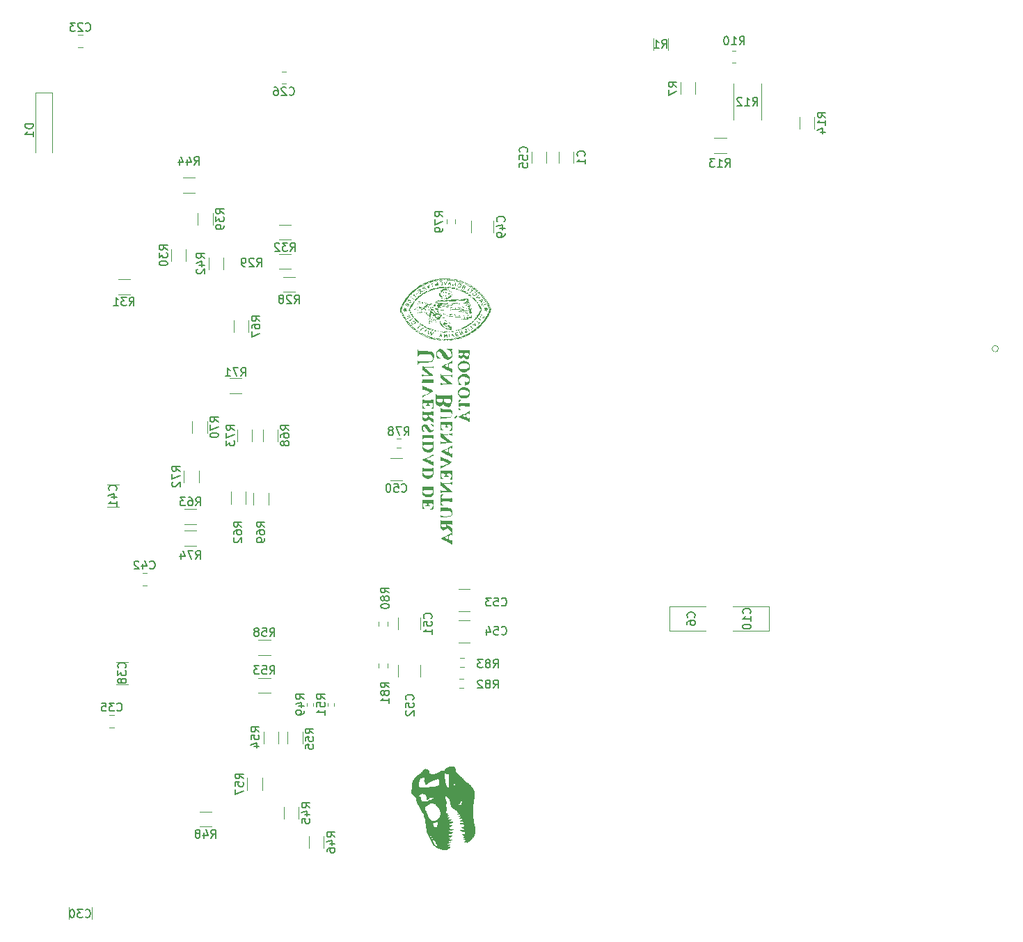
<source format=gbr>
%TF.GenerationSoftware,KiCad,Pcbnew,7.0.5*%
%TF.CreationDate,2023-08-28T12:49:26-05:00*%
%TF.ProjectId,Esquema_CBX_Rex,45737175-656d-4615-9f43-42585f526578,rev?*%
%TF.SameCoordinates,Original*%
%TF.FileFunction,Legend,Bot*%
%TF.FilePolarity,Positive*%
%FSLAX46Y46*%
G04 Gerber Fmt 4.6, Leading zero omitted, Abs format (unit mm)*
G04 Created by KiCad (PCBNEW 7.0.5) date 2023-08-28 12:49:26*
%MOMM*%
%LPD*%
G01*
G04 APERTURE LIST*
%ADD10C,0.150000*%
%ADD11C,0.120000*%
G04 APERTURE END LIST*
D10*
%TO.C,R78*%
X128277857Y-89194819D02*
X128611190Y-88718628D01*
X128849285Y-89194819D02*
X128849285Y-88194819D01*
X128849285Y-88194819D02*
X128468333Y-88194819D01*
X128468333Y-88194819D02*
X128373095Y-88242438D01*
X128373095Y-88242438D02*
X128325476Y-88290057D01*
X128325476Y-88290057D02*
X128277857Y-88385295D01*
X128277857Y-88385295D02*
X128277857Y-88528152D01*
X128277857Y-88528152D02*
X128325476Y-88623390D01*
X128325476Y-88623390D02*
X128373095Y-88671009D01*
X128373095Y-88671009D02*
X128468333Y-88718628D01*
X128468333Y-88718628D02*
X128849285Y-88718628D01*
X127944523Y-88194819D02*
X127277857Y-88194819D01*
X127277857Y-88194819D02*
X127706428Y-89194819D01*
X126754047Y-88623390D02*
X126849285Y-88575771D01*
X126849285Y-88575771D02*
X126896904Y-88528152D01*
X126896904Y-88528152D02*
X126944523Y-88432914D01*
X126944523Y-88432914D02*
X126944523Y-88385295D01*
X126944523Y-88385295D02*
X126896904Y-88290057D01*
X126896904Y-88290057D02*
X126849285Y-88242438D01*
X126849285Y-88242438D02*
X126754047Y-88194819D01*
X126754047Y-88194819D02*
X126563571Y-88194819D01*
X126563571Y-88194819D02*
X126468333Y-88242438D01*
X126468333Y-88242438D02*
X126420714Y-88290057D01*
X126420714Y-88290057D02*
X126373095Y-88385295D01*
X126373095Y-88385295D02*
X126373095Y-88432914D01*
X126373095Y-88432914D02*
X126420714Y-88528152D01*
X126420714Y-88528152D02*
X126468333Y-88575771D01*
X126468333Y-88575771D02*
X126563571Y-88623390D01*
X126563571Y-88623390D02*
X126754047Y-88623390D01*
X126754047Y-88623390D02*
X126849285Y-88671009D01*
X126849285Y-88671009D02*
X126896904Y-88718628D01*
X126896904Y-88718628D02*
X126944523Y-88813866D01*
X126944523Y-88813866D02*
X126944523Y-89004342D01*
X126944523Y-89004342D02*
X126896904Y-89099580D01*
X126896904Y-89099580D02*
X126849285Y-89147200D01*
X126849285Y-89147200D02*
X126754047Y-89194819D01*
X126754047Y-89194819D02*
X126563571Y-89194819D01*
X126563571Y-89194819D02*
X126468333Y-89147200D01*
X126468333Y-89147200D02*
X126420714Y-89099580D01*
X126420714Y-89099580D02*
X126373095Y-89004342D01*
X126373095Y-89004342D02*
X126373095Y-88813866D01*
X126373095Y-88813866D02*
X126420714Y-88718628D01*
X126420714Y-88718628D02*
X126468333Y-88671009D01*
X126468333Y-88671009D02*
X126563571Y-88623390D01*
%TO.C,C38*%
X94359580Y-117457142D02*
X94407200Y-117409523D01*
X94407200Y-117409523D02*
X94454819Y-117266666D01*
X94454819Y-117266666D02*
X94454819Y-117171428D01*
X94454819Y-117171428D02*
X94407200Y-117028571D01*
X94407200Y-117028571D02*
X94311961Y-116933333D01*
X94311961Y-116933333D02*
X94216723Y-116885714D01*
X94216723Y-116885714D02*
X94026247Y-116838095D01*
X94026247Y-116838095D02*
X93883390Y-116838095D01*
X93883390Y-116838095D02*
X93692914Y-116885714D01*
X93692914Y-116885714D02*
X93597676Y-116933333D01*
X93597676Y-116933333D02*
X93502438Y-117028571D01*
X93502438Y-117028571D02*
X93454819Y-117171428D01*
X93454819Y-117171428D02*
X93454819Y-117266666D01*
X93454819Y-117266666D02*
X93502438Y-117409523D01*
X93502438Y-117409523D02*
X93550057Y-117457142D01*
X93454819Y-117790476D02*
X93454819Y-118409523D01*
X93454819Y-118409523D02*
X93835771Y-118076190D01*
X93835771Y-118076190D02*
X93835771Y-118219047D01*
X93835771Y-118219047D02*
X93883390Y-118314285D01*
X93883390Y-118314285D02*
X93931009Y-118361904D01*
X93931009Y-118361904D02*
X94026247Y-118409523D01*
X94026247Y-118409523D02*
X94264342Y-118409523D01*
X94264342Y-118409523D02*
X94359580Y-118361904D01*
X94359580Y-118361904D02*
X94407200Y-118314285D01*
X94407200Y-118314285D02*
X94454819Y-118219047D01*
X94454819Y-118219047D02*
X94454819Y-117933333D01*
X94454819Y-117933333D02*
X94407200Y-117838095D01*
X94407200Y-117838095D02*
X94359580Y-117790476D01*
X93883390Y-118980952D02*
X93835771Y-118885714D01*
X93835771Y-118885714D02*
X93788152Y-118838095D01*
X93788152Y-118838095D02*
X93692914Y-118790476D01*
X93692914Y-118790476D02*
X93645295Y-118790476D01*
X93645295Y-118790476D02*
X93550057Y-118838095D01*
X93550057Y-118838095D02*
X93502438Y-118885714D01*
X93502438Y-118885714D02*
X93454819Y-118980952D01*
X93454819Y-118980952D02*
X93454819Y-119171428D01*
X93454819Y-119171428D02*
X93502438Y-119266666D01*
X93502438Y-119266666D02*
X93550057Y-119314285D01*
X93550057Y-119314285D02*
X93645295Y-119361904D01*
X93645295Y-119361904D02*
X93692914Y-119361904D01*
X93692914Y-119361904D02*
X93788152Y-119314285D01*
X93788152Y-119314285D02*
X93835771Y-119266666D01*
X93835771Y-119266666D02*
X93883390Y-119171428D01*
X93883390Y-119171428D02*
X93883390Y-118980952D01*
X93883390Y-118980952D02*
X93931009Y-118885714D01*
X93931009Y-118885714D02*
X93978628Y-118838095D01*
X93978628Y-118838095D02*
X94073866Y-118790476D01*
X94073866Y-118790476D02*
X94264342Y-118790476D01*
X94264342Y-118790476D02*
X94359580Y-118838095D01*
X94359580Y-118838095D02*
X94407200Y-118885714D01*
X94407200Y-118885714D02*
X94454819Y-118980952D01*
X94454819Y-118980952D02*
X94454819Y-119171428D01*
X94454819Y-119171428D02*
X94407200Y-119266666D01*
X94407200Y-119266666D02*
X94359580Y-119314285D01*
X94359580Y-119314285D02*
X94264342Y-119361904D01*
X94264342Y-119361904D02*
X94073866Y-119361904D01*
X94073866Y-119361904D02*
X93978628Y-119314285D01*
X93978628Y-119314285D02*
X93931009Y-119266666D01*
X93931009Y-119266666D02*
X93883390Y-119171428D01*
%TO.C,R83*%
X139142857Y-117454819D02*
X139476190Y-116978628D01*
X139714285Y-117454819D02*
X139714285Y-116454819D01*
X139714285Y-116454819D02*
X139333333Y-116454819D01*
X139333333Y-116454819D02*
X139238095Y-116502438D01*
X139238095Y-116502438D02*
X139190476Y-116550057D01*
X139190476Y-116550057D02*
X139142857Y-116645295D01*
X139142857Y-116645295D02*
X139142857Y-116788152D01*
X139142857Y-116788152D02*
X139190476Y-116883390D01*
X139190476Y-116883390D02*
X139238095Y-116931009D01*
X139238095Y-116931009D02*
X139333333Y-116978628D01*
X139333333Y-116978628D02*
X139714285Y-116978628D01*
X138571428Y-116883390D02*
X138666666Y-116835771D01*
X138666666Y-116835771D02*
X138714285Y-116788152D01*
X138714285Y-116788152D02*
X138761904Y-116692914D01*
X138761904Y-116692914D02*
X138761904Y-116645295D01*
X138761904Y-116645295D02*
X138714285Y-116550057D01*
X138714285Y-116550057D02*
X138666666Y-116502438D01*
X138666666Y-116502438D02*
X138571428Y-116454819D01*
X138571428Y-116454819D02*
X138380952Y-116454819D01*
X138380952Y-116454819D02*
X138285714Y-116502438D01*
X138285714Y-116502438D02*
X138238095Y-116550057D01*
X138238095Y-116550057D02*
X138190476Y-116645295D01*
X138190476Y-116645295D02*
X138190476Y-116692914D01*
X138190476Y-116692914D02*
X138238095Y-116788152D01*
X138238095Y-116788152D02*
X138285714Y-116835771D01*
X138285714Y-116835771D02*
X138380952Y-116883390D01*
X138380952Y-116883390D02*
X138571428Y-116883390D01*
X138571428Y-116883390D02*
X138666666Y-116931009D01*
X138666666Y-116931009D02*
X138714285Y-116978628D01*
X138714285Y-116978628D02*
X138761904Y-117073866D01*
X138761904Y-117073866D02*
X138761904Y-117264342D01*
X138761904Y-117264342D02*
X138714285Y-117359580D01*
X138714285Y-117359580D02*
X138666666Y-117407200D01*
X138666666Y-117407200D02*
X138571428Y-117454819D01*
X138571428Y-117454819D02*
X138380952Y-117454819D01*
X138380952Y-117454819D02*
X138285714Y-117407200D01*
X138285714Y-117407200D02*
X138238095Y-117359580D01*
X138238095Y-117359580D02*
X138190476Y-117264342D01*
X138190476Y-117264342D02*
X138190476Y-117073866D01*
X138190476Y-117073866D02*
X138238095Y-116978628D01*
X138238095Y-116978628D02*
X138285714Y-116931009D01*
X138285714Y-116931009D02*
X138380952Y-116883390D01*
X137857142Y-116454819D02*
X137238095Y-116454819D01*
X137238095Y-116454819D02*
X137571428Y-116835771D01*
X137571428Y-116835771D02*
X137428571Y-116835771D01*
X137428571Y-116835771D02*
X137333333Y-116883390D01*
X137333333Y-116883390D02*
X137285714Y-116931009D01*
X137285714Y-116931009D02*
X137238095Y-117026247D01*
X137238095Y-117026247D02*
X137238095Y-117264342D01*
X137238095Y-117264342D02*
X137285714Y-117359580D01*
X137285714Y-117359580D02*
X137333333Y-117407200D01*
X137333333Y-117407200D02*
X137428571Y-117454819D01*
X137428571Y-117454819D02*
X137714285Y-117454819D01*
X137714285Y-117454819D02*
X137809523Y-117407200D01*
X137809523Y-117407200D02*
X137857142Y-117359580D01*
%TO.C,R82*%
X139142857Y-119954819D02*
X139476190Y-119478628D01*
X139714285Y-119954819D02*
X139714285Y-118954819D01*
X139714285Y-118954819D02*
X139333333Y-118954819D01*
X139333333Y-118954819D02*
X139238095Y-119002438D01*
X139238095Y-119002438D02*
X139190476Y-119050057D01*
X139190476Y-119050057D02*
X139142857Y-119145295D01*
X139142857Y-119145295D02*
X139142857Y-119288152D01*
X139142857Y-119288152D02*
X139190476Y-119383390D01*
X139190476Y-119383390D02*
X139238095Y-119431009D01*
X139238095Y-119431009D02*
X139333333Y-119478628D01*
X139333333Y-119478628D02*
X139714285Y-119478628D01*
X138571428Y-119383390D02*
X138666666Y-119335771D01*
X138666666Y-119335771D02*
X138714285Y-119288152D01*
X138714285Y-119288152D02*
X138761904Y-119192914D01*
X138761904Y-119192914D02*
X138761904Y-119145295D01*
X138761904Y-119145295D02*
X138714285Y-119050057D01*
X138714285Y-119050057D02*
X138666666Y-119002438D01*
X138666666Y-119002438D02*
X138571428Y-118954819D01*
X138571428Y-118954819D02*
X138380952Y-118954819D01*
X138380952Y-118954819D02*
X138285714Y-119002438D01*
X138285714Y-119002438D02*
X138238095Y-119050057D01*
X138238095Y-119050057D02*
X138190476Y-119145295D01*
X138190476Y-119145295D02*
X138190476Y-119192914D01*
X138190476Y-119192914D02*
X138238095Y-119288152D01*
X138238095Y-119288152D02*
X138285714Y-119335771D01*
X138285714Y-119335771D02*
X138380952Y-119383390D01*
X138380952Y-119383390D02*
X138571428Y-119383390D01*
X138571428Y-119383390D02*
X138666666Y-119431009D01*
X138666666Y-119431009D02*
X138714285Y-119478628D01*
X138714285Y-119478628D02*
X138761904Y-119573866D01*
X138761904Y-119573866D02*
X138761904Y-119764342D01*
X138761904Y-119764342D02*
X138714285Y-119859580D01*
X138714285Y-119859580D02*
X138666666Y-119907200D01*
X138666666Y-119907200D02*
X138571428Y-119954819D01*
X138571428Y-119954819D02*
X138380952Y-119954819D01*
X138380952Y-119954819D02*
X138285714Y-119907200D01*
X138285714Y-119907200D02*
X138238095Y-119859580D01*
X138238095Y-119859580D02*
X138190476Y-119764342D01*
X138190476Y-119764342D02*
X138190476Y-119573866D01*
X138190476Y-119573866D02*
X138238095Y-119478628D01*
X138238095Y-119478628D02*
X138285714Y-119431009D01*
X138285714Y-119431009D02*
X138380952Y-119383390D01*
X137809523Y-119050057D02*
X137761904Y-119002438D01*
X137761904Y-119002438D02*
X137666666Y-118954819D01*
X137666666Y-118954819D02*
X137428571Y-118954819D01*
X137428571Y-118954819D02*
X137333333Y-119002438D01*
X137333333Y-119002438D02*
X137285714Y-119050057D01*
X137285714Y-119050057D02*
X137238095Y-119145295D01*
X137238095Y-119145295D02*
X137238095Y-119240533D01*
X137238095Y-119240533D02*
X137285714Y-119383390D01*
X137285714Y-119383390D02*
X137857142Y-119954819D01*
X137857142Y-119954819D02*
X137238095Y-119954819D01*
%TO.C,R68*%
X114274819Y-88557142D02*
X113798628Y-88223809D01*
X114274819Y-87985714D02*
X113274819Y-87985714D01*
X113274819Y-87985714D02*
X113274819Y-88366666D01*
X113274819Y-88366666D02*
X113322438Y-88461904D01*
X113322438Y-88461904D02*
X113370057Y-88509523D01*
X113370057Y-88509523D02*
X113465295Y-88557142D01*
X113465295Y-88557142D02*
X113608152Y-88557142D01*
X113608152Y-88557142D02*
X113703390Y-88509523D01*
X113703390Y-88509523D02*
X113751009Y-88461904D01*
X113751009Y-88461904D02*
X113798628Y-88366666D01*
X113798628Y-88366666D02*
X113798628Y-87985714D01*
X113274819Y-89414285D02*
X113274819Y-89223809D01*
X113274819Y-89223809D02*
X113322438Y-89128571D01*
X113322438Y-89128571D02*
X113370057Y-89080952D01*
X113370057Y-89080952D02*
X113512914Y-88985714D01*
X113512914Y-88985714D02*
X113703390Y-88938095D01*
X113703390Y-88938095D02*
X114084342Y-88938095D01*
X114084342Y-88938095D02*
X114179580Y-88985714D01*
X114179580Y-88985714D02*
X114227200Y-89033333D01*
X114227200Y-89033333D02*
X114274819Y-89128571D01*
X114274819Y-89128571D02*
X114274819Y-89319047D01*
X114274819Y-89319047D02*
X114227200Y-89414285D01*
X114227200Y-89414285D02*
X114179580Y-89461904D01*
X114179580Y-89461904D02*
X114084342Y-89509523D01*
X114084342Y-89509523D02*
X113846247Y-89509523D01*
X113846247Y-89509523D02*
X113751009Y-89461904D01*
X113751009Y-89461904D02*
X113703390Y-89414285D01*
X113703390Y-89414285D02*
X113655771Y-89319047D01*
X113655771Y-89319047D02*
X113655771Y-89128571D01*
X113655771Y-89128571D02*
X113703390Y-89033333D01*
X113703390Y-89033333D02*
X113751009Y-88985714D01*
X113751009Y-88985714D02*
X113846247Y-88938095D01*
X113703390Y-90080952D02*
X113655771Y-89985714D01*
X113655771Y-89985714D02*
X113608152Y-89938095D01*
X113608152Y-89938095D02*
X113512914Y-89890476D01*
X113512914Y-89890476D02*
X113465295Y-89890476D01*
X113465295Y-89890476D02*
X113370057Y-89938095D01*
X113370057Y-89938095D02*
X113322438Y-89985714D01*
X113322438Y-89985714D02*
X113274819Y-90080952D01*
X113274819Y-90080952D02*
X113274819Y-90271428D01*
X113274819Y-90271428D02*
X113322438Y-90366666D01*
X113322438Y-90366666D02*
X113370057Y-90414285D01*
X113370057Y-90414285D02*
X113465295Y-90461904D01*
X113465295Y-90461904D02*
X113512914Y-90461904D01*
X113512914Y-90461904D02*
X113608152Y-90414285D01*
X113608152Y-90414285D02*
X113655771Y-90366666D01*
X113655771Y-90366666D02*
X113703390Y-90271428D01*
X113703390Y-90271428D02*
X113703390Y-90080952D01*
X113703390Y-90080952D02*
X113751009Y-89985714D01*
X113751009Y-89985714D02*
X113798628Y-89938095D01*
X113798628Y-89938095D02*
X113893866Y-89890476D01*
X113893866Y-89890476D02*
X114084342Y-89890476D01*
X114084342Y-89890476D02*
X114179580Y-89938095D01*
X114179580Y-89938095D02*
X114227200Y-89985714D01*
X114227200Y-89985714D02*
X114274819Y-90080952D01*
X114274819Y-90080952D02*
X114274819Y-90271428D01*
X114274819Y-90271428D02*
X114227200Y-90366666D01*
X114227200Y-90366666D02*
X114179580Y-90414285D01*
X114179580Y-90414285D02*
X114084342Y-90461904D01*
X114084342Y-90461904D02*
X113893866Y-90461904D01*
X113893866Y-90461904D02*
X113798628Y-90414285D01*
X113798628Y-90414285D02*
X113751009Y-90366666D01*
X113751009Y-90366666D02*
X113703390Y-90271428D01*
%TO.C,C52*%
X129359580Y-121357142D02*
X129407200Y-121309523D01*
X129407200Y-121309523D02*
X129454819Y-121166666D01*
X129454819Y-121166666D02*
X129454819Y-121071428D01*
X129454819Y-121071428D02*
X129407200Y-120928571D01*
X129407200Y-120928571D02*
X129311961Y-120833333D01*
X129311961Y-120833333D02*
X129216723Y-120785714D01*
X129216723Y-120785714D02*
X129026247Y-120738095D01*
X129026247Y-120738095D02*
X128883390Y-120738095D01*
X128883390Y-120738095D02*
X128692914Y-120785714D01*
X128692914Y-120785714D02*
X128597676Y-120833333D01*
X128597676Y-120833333D02*
X128502438Y-120928571D01*
X128502438Y-120928571D02*
X128454819Y-121071428D01*
X128454819Y-121071428D02*
X128454819Y-121166666D01*
X128454819Y-121166666D02*
X128502438Y-121309523D01*
X128502438Y-121309523D02*
X128550057Y-121357142D01*
X128454819Y-122261904D02*
X128454819Y-121785714D01*
X128454819Y-121785714D02*
X128931009Y-121738095D01*
X128931009Y-121738095D02*
X128883390Y-121785714D01*
X128883390Y-121785714D02*
X128835771Y-121880952D01*
X128835771Y-121880952D02*
X128835771Y-122119047D01*
X128835771Y-122119047D02*
X128883390Y-122214285D01*
X128883390Y-122214285D02*
X128931009Y-122261904D01*
X128931009Y-122261904D02*
X129026247Y-122309523D01*
X129026247Y-122309523D02*
X129264342Y-122309523D01*
X129264342Y-122309523D02*
X129359580Y-122261904D01*
X129359580Y-122261904D02*
X129407200Y-122214285D01*
X129407200Y-122214285D02*
X129454819Y-122119047D01*
X129454819Y-122119047D02*
X129454819Y-121880952D01*
X129454819Y-121880952D02*
X129407200Y-121785714D01*
X129407200Y-121785714D02*
X129359580Y-121738095D01*
X128550057Y-122690476D02*
X128502438Y-122738095D01*
X128502438Y-122738095D02*
X128454819Y-122833333D01*
X128454819Y-122833333D02*
X128454819Y-123071428D01*
X128454819Y-123071428D02*
X128502438Y-123166666D01*
X128502438Y-123166666D02*
X128550057Y-123214285D01*
X128550057Y-123214285D02*
X128645295Y-123261904D01*
X128645295Y-123261904D02*
X128740533Y-123261904D01*
X128740533Y-123261904D02*
X128883390Y-123214285D01*
X128883390Y-123214285D02*
X129454819Y-122642857D01*
X129454819Y-122642857D02*
X129454819Y-123261904D01*
%TO.C,R45*%
X116828819Y-134485142D02*
X116352628Y-134151809D01*
X116828819Y-133913714D02*
X115828819Y-133913714D01*
X115828819Y-133913714D02*
X115828819Y-134294666D01*
X115828819Y-134294666D02*
X115876438Y-134389904D01*
X115876438Y-134389904D02*
X115924057Y-134437523D01*
X115924057Y-134437523D02*
X116019295Y-134485142D01*
X116019295Y-134485142D02*
X116162152Y-134485142D01*
X116162152Y-134485142D02*
X116257390Y-134437523D01*
X116257390Y-134437523D02*
X116305009Y-134389904D01*
X116305009Y-134389904D02*
X116352628Y-134294666D01*
X116352628Y-134294666D02*
X116352628Y-133913714D01*
X116162152Y-135342285D02*
X116828819Y-135342285D01*
X115781200Y-135104190D02*
X116495485Y-134866095D01*
X116495485Y-134866095D02*
X116495485Y-135485142D01*
X115828819Y-136342285D02*
X115828819Y-135866095D01*
X115828819Y-135866095D02*
X116305009Y-135818476D01*
X116305009Y-135818476D02*
X116257390Y-135866095D01*
X116257390Y-135866095D02*
X116209771Y-135961333D01*
X116209771Y-135961333D02*
X116209771Y-136199428D01*
X116209771Y-136199428D02*
X116257390Y-136294666D01*
X116257390Y-136294666D02*
X116305009Y-136342285D01*
X116305009Y-136342285D02*
X116400247Y-136389904D01*
X116400247Y-136389904D02*
X116638342Y-136389904D01*
X116638342Y-136389904D02*
X116733580Y-136342285D01*
X116733580Y-136342285D02*
X116781200Y-136294666D01*
X116781200Y-136294666D02*
X116828819Y-136199428D01*
X116828819Y-136199428D02*
X116828819Y-135961333D01*
X116828819Y-135961333D02*
X116781200Y-135866095D01*
X116781200Y-135866095D02*
X116733580Y-135818476D01*
%TO.C,R58*%
X111942857Y-113634819D02*
X112276190Y-113158628D01*
X112514285Y-113634819D02*
X112514285Y-112634819D01*
X112514285Y-112634819D02*
X112133333Y-112634819D01*
X112133333Y-112634819D02*
X112038095Y-112682438D01*
X112038095Y-112682438D02*
X111990476Y-112730057D01*
X111990476Y-112730057D02*
X111942857Y-112825295D01*
X111942857Y-112825295D02*
X111942857Y-112968152D01*
X111942857Y-112968152D02*
X111990476Y-113063390D01*
X111990476Y-113063390D02*
X112038095Y-113111009D01*
X112038095Y-113111009D02*
X112133333Y-113158628D01*
X112133333Y-113158628D02*
X112514285Y-113158628D01*
X111038095Y-112634819D02*
X111514285Y-112634819D01*
X111514285Y-112634819D02*
X111561904Y-113111009D01*
X111561904Y-113111009D02*
X111514285Y-113063390D01*
X111514285Y-113063390D02*
X111419047Y-113015771D01*
X111419047Y-113015771D02*
X111180952Y-113015771D01*
X111180952Y-113015771D02*
X111085714Y-113063390D01*
X111085714Y-113063390D02*
X111038095Y-113111009D01*
X111038095Y-113111009D02*
X110990476Y-113206247D01*
X110990476Y-113206247D02*
X110990476Y-113444342D01*
X110990476Y-113444342D02*
X111038095Y-113539580D01*
X111038095Y-113539580D02*
X111085714Y-113587200D01*
X111085714Y-113587200D02*
X111180952Y-113634819D01*
X111180952Y-113634819D02*
X111419047Y-113634819D01*
X111419047Y-113634819D02*
X111514285Y-113587200D01*
X111514285Y-113587200D02*
X111561904Y-113539580D01*
X110419047Y-113063390D02*
X110514285Y-113015771D01*
X110514285Y-113015771D02*
X110561904Y-112968152D01*
X110561904Y-112968152D02*
X110609523Y-112872914D01*
X110609523Y-112872914D02*
X110609523Y-112825295D01*
X110609523Y-112825295D02*
X110561904Y-112730057D01*
X110561904Y-112730057D02*
X110514285Y-112682438D01*
X110514285Y-112682438D02*
X110419047Y-112634819D01*
X110419047Y-112634819D02*
X110228571Y-112634819D01*
X110228571Y-112634819D02*
X110133333Y-112682438D01*
X110133333Y-112682438D02*
X110085714Y-112730057D01*
X110085714Y-112730057D02*
X110038095Y-112825295D01*
X110038095Y-112825295D02*
X110038095Y-112872914D01*
X110038095Y-112872914D02*
X110085714Y-112968152D01*
X110085714Y-112968152D02*
X110133333Y-113015771D01*
X110133333Y-113015771D02*
X110228571Y-113063390D01*
X110228571Y-113063390D02*
X110419047Y-113063390D01*
X110419047Y-113063390D02*
X110514285Y-113111009D01*
X110514285Y-113111009D02*
X110561904Y-113158628D01*
X110561904Y-113158628D02*
X110609523Y-113253866D01*
X110609523Y-113253866D02*
X110609523Y-113444342D01*
X110609523Y-113444342D02*
X110561904Y-113539580D01*
X110561904Y-113539580D02*
X110514285Y-113587200D01*
X110514285Y-113587200D02*
X110419047Y-113634819D01*
X110419047Y-113634819D02*
X110228571Y-113634819D01*
X110228571Y-113634819D02*
X110133333Y-113587200D01*
X110133333Y-113587200D02*
X110085714Y-113539580D01*
X110085714Y-113539580D02*
X110038095Y-113444342D01*
X110038095Y-113444342D02*
X110038095Y-113253866D01*
X110038095Y-113253866D02*
X110085714Y-113158628D01*
X110085714Y-113158628D02*
X110133333Y-113111009D01*
X110133333Y-113111009D02*
X110228571Y-113063390D01*
%TO.C,R55*%
X117254819Y-125457142D02*
X116778628Y-125123809D01*
X117254819Y-124885714D02*
X116254819Y-124885714D01*
X116254819Y-124885714D02*
X116254819Y-125266666D01*
X116254819Y-125266666D02*
X116302438Y-125361904D01*
X116302438Y-125361904D02*
X116350057Y-125409523D01*
X116350057Y-125409523D02*
X116445295Y-125457142D01*
X116445295Y-125457142D02*
X116588152Y-125457142D01*
X116588152Y-125457142D02*
X116683390Y-125409523D01*
X116683390Y-125409523D02*
X116731009Y-125361904D01*
X116731009Y-125361904D02*
X116778628Y-125266666D01*
X116778628Y-125266666D02*
X116778628Y-124885714D01*
X116254819Y-126361904D02*
X116254819Y-125885714D01*
X116254819Y-125885714D02*
X116731009Y-125838095D01*
X116731009Y-125838095D02*
X116683390Y-125885714D01*
X116683390Y-125885714D02*
X116635771Y-125980952D01*
X116635771Y-125980952D02*
X116635771Y-126219047D01*
X116635771Y-126219047D02*
X116683390Y-126314285D01*
X116683390Y-126314285D02*
X116731009Y-126361904D01*
X116731009Y-126361904D02*
X116826247Y-126409523D01*
X116826247Y-126409523D02*
X117064342Y-126409523D01*
X117064342Y-126409523D02*
X117159580Y-126361904D01*
X117159580Y-126361904D02*
X117207200Y-126314285D01*
X117207200Y-126314285D02*
X117254819Y-126219047D01*
X117254819Y-126219047D02*
X117254819Y-125980952D01*
X117254819Y-125980952D02*
X117207200Y-125885714D01*
X117207200Y-125885714D02*
X117159580Y-125838095D01*
X116254819Y-127314285D02*
X116254819Y-126838095D01*
X116254819Y-126838095D02*
X116731009Y-126790476D01*
X116731009Y-126790476D02*
X116683390Y-126838095D01*
X116683390Y-126838095D02*
X116635771Y-126933333D01*
X116635771Y-126933333D02*
X116635771Y-127171428D01*
X116635771Y-127171428D02*
X116683390Y-127266666D01*
X116683390Y-127266666D02*
X116731009Y-127314285D01*
X116731009Y-127314285D02*
X116826247Y-127361904D01*
X116826247Y-127361904D02*
X117064342Y-127361904D01*
X117064342Y-127361904D02*
X117159580Y-127314285D01*
X117159580Y-127314285D02*
X117207200Y-127266666D01*
X117207200Y-127266666D02*
X117254819Y-127171428D01*
X117254819Y-127171428D02*
X117254819Y-126933333D01*
X117254819Y-126933333D02*
X117207200Y-126838095D01*
X117207200Y-126838095D02*
X117159580Y-126790476D01*
%TO.C,C55*%
X143209580Y-54757142D02*
X143257200Y-54709523D01*
X143257200Y-54709523D02*
X143304819Y-54566666D01*
X143304819Y-54566666D02*
X143304819Y-54471428D01*
X143304819Y-54471428D02*
X143257200Y-54328571D01*
X143257200Y-54328571D02*
X143161961Y-54233333D01*
X143161961Y-54233333D02*
X143066723Y-54185714D01*
X143066723Y-54185714D02*
X142876247Y-54138095D01*
X142876247Y-54138095D02*
X142733390Y-54138095D01*
X142733390Y-54138095D02*
X142542914Y-54185714D01*
X142542914Y-54185714D02*
X142447676Y-54233333D01*
X142447676Y-54233333D02*
X142352438Y-54328571D01*
X142352438Y-54328571D02*
X142304819Y-54471428D01*
X142304819Y-54471428D02*
X142304819Y-54566666D01*
X142304819Y-54566666D02*
X142352438Y-54709523D01*
X142352438Y-54709523D02*
X142400057Y-54757142D01*
X142304819Y-55661904D02*
X142304819Y-55185714D01*
X142304819Y-55185714D02*
X142781009Y-55138095D01*
X142781009Y-55138095D02*
X142733390Y-55185714D01*
X142733390Y-55185714D02*
X142685771Y-55280952D01*
X142685771Y-55280952D02*
X142685771Y-55519047D01*
X142685771Y-55519047D02*
X142733390Y-55614285D01*
X142733390Y-55614285D02*
X142781009Y-55661904D01*
X142781009Y-55661904D02*
X142876247Y-55709523D01*
X142876247Y-55709523D02*
X143114342Y-55709523D01*
X143114342Y-55709523D02*
X143209580Y-55661904D01*
X143209580Y-55661904D02*
X143257200Y-55614285D01*
X143257200Y-55614285D02*
X143304819Y-55519047D01*
X143304819Y-55519047D02*
X143304819Y-55280952D01*
X143304819Y-55280952D02*
X143257200Y-55185714D01*
X143257200Y-55185714D02*
X143209580Y-55138095D01*
X142304819Y-56614285D02*
X142304819Y-56138095D01*
X142304819Y-56138095D02*
X142781009Y-56090476D01*
X142781009Y-56090476D02*
X142733390Y-56138095D01*
X142733390Y-56138095D02*
X142685771Y-56233333D01*
X142685771Y-56233333D02*
X142685771Y-56471428D01*
X142685771Y-56471428D02*
X142733390Y-56566666D01*
X142733390Y-56566666D02*
X142781009Y-56614285D01*
X142781009Y-56614285D02*
X142876247Y-56661904D01*
X142876247Y-56661904D02*
X143114342Y-56661904D01*
X143114342Y-56661904D02*
X143209580Y-56614285D01*
X143209580Y-56614285D02*
X143257200Y-56566666D01*
X143257200Y-56566666D02*
X143304819Y-56471428D01*
X143304819Y-56471428D02*
X143304819Y-56233333D01*
X143304819Y-56233333D02*
X143257200Y-56138095D01*
X143257200Y-56138095D02*
X143209580Y-56090476D01*
%TO.C,R44*%
X102742857Y-56334819D02*
X103076190Y-55858628D01*
X103314285Y-56334819D02*
X103314285Y-55334819D01*
X103314285Y-55334819D02*
X102933333Y-55334819D01*
X102933333Y-55334819D02*
X102838095Y-55382438D01*
X102838095Y-55382438D02*
X102790476Y-55430057D01*
X102790476Y-55430057D02*
X102742857Y-55525295D01*
X102742857Y-55525295D02*
X102742857Y-55668152D01*
X102742857Y-55668152D02*
X102790476Y-55763390D01*
X102790476Y-55763390D02*
X102838095Y-55811009D01*
X102838095Y-55811009D02*
X102933333Y-55858628D01*
X102933333Y-55858628D02*
X103314285Y-55858628D01*
X101885714Y-55668152D02*
X101885714Y-56334819D01*
X102123809Y-55287200D02*
X102361904Y-56001485D01*
X102361904Y-56001485D02*
X101742857Y-56001485D01*
X100933333Y-55668152D02*
X100933333Y-56334819D01*
X101171428Y-55287200D02*
X101409523Y-56001485D01*
X101409523Y-56001485D02*
X100790476Y-56001485D01*
%TO.C,R63*%
X102942857Y-97754819D02*
X103276190Y-97278628D01*
X103514285Y-97754819D02*
X103514285Y-96754819D01*
X103514285Y-96754819D02*
X103133333Y-96754819D01*
X103133333Y-96754819D02*
X103038095Y-96802438D01*
X103038095Y-96802438D02*
X102990476Y-96850057D01*
X102990476Y-96850057D02*
X102942857Y-96945295D01*
X102942857Y-96945295D02*
X102942857Y-97088152D01*
X102942857Y-97088152D02*
X102990476Y-97183390D01*
X102990476Y-97183390D02*
X103038095Y-97231009D01*
X103038095Y-97231009D02*
X103133333Y-97278628D01*
X103133333Y-97278628D02*
X103514285Y-97278628D01*
X102085714Y-96754819D02*
X102276190Y-96754819D01*
X102276190Y-96754819D02*
X102371428Y-96802438D01*
X102371428Y-96802438D02*
X102419047Y-96850057D01*
X102419047Y-96850057D02*
X102514285Y-96992914D01*
X102514285Y-96992914D02*
X102561904Y-97183390D01*
X102561904Y-97183390D02*
X102561904Y-97564342D01*
X102561904Y-97564342D02*
X102514285Y-97659580D01*
X102514285Y-97659580D02*
X102466666Y-97707200D01*
X102466666Y-97707200D02*
X102371428Y-97754819D01*
X102371428Y-97754819D02*
X102180952Y-97754819D01*
X102180952Y-97754819D02*
X102085714Y-97707200D01*
X102085714Y-97707200D02*
X102038095Y-97659580D01*
X102038095Y-97659580D02*
X101990476Y-97564342D01*
X101990476Y-97564342D02*
X101990476Y-97326247D01*
X101990476Y-97326247D02*
X102038095Y-97231009D01*
X102038095Y-97231009D02*
X102085714Y-97183390D01*
X102085714Y-97183390D02*
X102180952Y-97135771D01*
X102180952Y-97135771D02*
X102371428Y-97135771D01*
X102371428Y-97135771D02*
X102466666Y-97183390D01*
X102466666Y-97183390D02*
X102514285Y-97231009D01*
X102514285Y-97231009D02*
X102561904Y-97326247D01*
X101657142Y-96754819D02*
X101038095Y-96754819D01*
X101038095Y-96754819D02*
X101371428Y-97135771D01*
X101371428Y-97135771D02*
X101228571Y-97135771D01*
X101228571Y-97135771D02*
X101133333Y-97183390D01*
X101133333Y-97183390D02*
X101085714Y-97231009D01*
X101085714Y-97231009D02*
X101038095Y-97326247D01*
X101038095Y-97326247D02*
X101038095Y-97564342D01*
X101038095Y-97564342D02*
X101085714Y-97659580D01*
X101085714Y-97659580D02*
X101133333Y-97707200D01*
X101133333Y-97707200D02*
X101228571Y-97754819D01*
X101228571Y-97754819D02*
X101514285Y-97754819D01*
X101514285Y-97754819D02*
X101609523Y-97707200D01*
X101609523Y-97707200D02*
X101657142Y-97659580D01*
%TO.C,C51*%
X131564580Y-111459642D02*
X131612200Y-111412023D01*
X131612200Y-111412023D02*
X131659819Y-111269166D01*
X131659819Y-111269166D02*
X131659819Y-111173928D01*
X131659819Y-111173928D02*
X131612200Y-111031071D01*
X131612200Y-111031071D02*
X131516961Y-110935833D01*
X131516961Y-110935833D02*
X131421723Y-110888214D01*
X131421723Y-110888214D02*
X131231247Y-110840595D01*
X131231247Y-110840595D02*
X131088390Y-110840595D01*
X131088390Y-110840595D02*
X130897914Y-110888214D01*
X130897914Y-110888214D02*
X130802676Y-110935833D01*
X130802676Y-110935833D02*
X130707438Y-111031071D01*
X130707438Y-111031071D02*
X130659819Y-111173928D01*
X130659819Y-111173928D02*
X130659819Y-111269166D01*
X130659819Y-111269166D02*
X130707438Y-111412023D01*
X130707438Y-111412023D02*
X130755057Y-111459642D01*
X130659819Y-112364404D02*
X130659819Y-111888214D01*
X130659819Y-111888214D02*
X131136009Y-111840595D01*
X131136009Y-111840595D02*
X131088390Y-111888214D01*
X131088390Y-111888214D02*
X131040771Y-111983452D01*
X131040771Y-111983452D02*
X131040771Y-112221547D01*
X131040771Y-112221547D02*
X131088390Y-112316785D01*
X131088390Y-112316785D02*
X131136009Y-112364404D01*
X131136009Y-112364404D02*
X131231247Y-112412023D01*
X131231247Y-112412023D02*
X131469342Y-112412023D01*
X131469342Y-112412023D02*
X131564580Y-112364404D01*
X131564580Y-112364404D02*
X131612200Y-112316785D01*
X131612200Y-112316785D02*
X131659819Y-112221547D01*
X131659819Y-112221547D02*
X131659819Y-111983452D01*
X131659819Y-111983452D02*
X131612200Y-111888214D01*
X131612200Y-111888214D02*
X131564580Y-111840595D01*
X131659819Y-113364404D02*
X131659819Y-112792976D01*
X131659819Y-113078690D02*
X130659819Y-113078690D01*
X130659819Y-113078690D02*
X130802676Y-112983452D01*
X130802676Y-112983452D02*
X130897914Y-112888214D01*
X130897914Y-112888214D02*
X130945533Y-112792976D01*
%TO.C,R49*%
X116124819Y-121277142D02*
X115648628Y-120943809D01*
X116124819Y-120705714D02*
X115124819Y-120705714D01*
X115124819Y-120705714D02*
X115124819Y-121086666D01*
X115124819Y-121086666D02*
X115172438Y-121181904D01*
X115172438Y-121181904D02*
X115220057Y-121229523D01*
X115220057Y-121229523D02*
X115315295Y-121277142D01*
X115315295Y-121277142D02*
X115458152Y-121277142D01*
X115458152Y-121277142D02*
X115553390Y-121229523D01*
X115553390Y-121229523D02*
X115601009Y-121181904D01*
X115601009Y-121181904D02*
X115648628Y-121086666D01*
X115648628Y-121086666D02*
X115648628Y-120705714D01*
X115458152Y-122134285D02*
X116124819Y-122134285D01*
X115077200Y-121896190D02*
X115791485Y-121658095D01*
X115791485Y-121658095D02*
X115791485Y-122277142D01*
X116124819Y-122705714D02*
X116124819Y-122896190D01*
X116124819Y-122896190D02*
X116077200Y-122991428D01*
X116077200Y-122991428D02*
X116029580Y-123039047D01*
X116029580Y-123039047D02*
X115886723Y-123134285D01*
X115886723Y-123134285D02*
X115696247Y-123181904D01*
X115696247Y-123181904D02*
X115315295Y-123181904D01*
X115315295Y-123181904D02*
X115220057Y-123134285D01*
X115220057Y-123134285D02*
X115172438Y-123086666D01*
X115172438Y-123086666D02*
X115124819Y-122991428D01*
X115124819Y-122991428D02*
X115124819Y-122800952D01*
X115124819Y-122800952D02*
X115172438Y-122705714D01*
X115172438Y-122705714D02*
X115220057Y-122658095D01*
X115220057Y-122658095D02*
X115315295Y-122610476D01*
X115315295Y-122610476D02*
X115553390Y-122610476D01*
X115553390Y-122610476D02*
X115648628Y-122658095D01*
X115648628Y-122658095D02*
X115696247Y-122705714D01*
X115696247Y-122705714D02*
X115743866Y-122800952D01*
X115743866Y-122800952D02*
X115743866Y-122991428D01*
X115743866Y-122991428D02*
X115696247Y-123086666D01*
X115696247Y-123086666D02*
X115648628Y-123134285D01*
X115648628Y-123134285D02*
X115553390Y-123181904D01*
%TO.C,R28*%
X114942857Y-73140819D02*
X115276190Y-72664628D01*
X115514285Y-73140819D02*
X115514285Y-72140819D01*
X115514285Y-72140819D02*
X115133333Y-72140819D01*
X115133333Y-72140819D02*
X115038095Y-72188438D01*
X115038095Y-72188438D02*
X114990476Y-72236057D01*
X114990476Y-72236057D02*
X114942857Y-72331295D01*
X114942857Y-72331295D02*
X114942857Y-72474152D01*
X114942857Y-72474152D02*
X114990476Y-72569390D01*
X114990476Y-72569390D02*
X115038095Y-72617009D01*
X115038095Y-72617009D02*
X115133333Y-72664628D01*
X115133333Y-72664628D02*
X115514285Y-72664628D01*
X114561904Y-72236057D02*
X114514285Y-72188438D01*
X114514285Y-72188438D02*
X114419047Y-72140819D01*
X114419047Y-72140819D02*
X114180952Y-72140819D01*
X114180952Y-72140819D02*
X114085714Y-72188438D01*
X114085714Y-72188438D02*
X114038095Y-72236057D01*
X114038095Y-72236057D02*
X113990476Y-72331295D01*
X113990476Y-72331295D02*
X113990476Y-72426533D01*
X113990476Y-72426533D02*
X114038095Y-72569390D01*
X114038095Y-72569390D02*
X114609523Y-73140819D01*
X114609523Y-73140819D02*
X113990476Y-73140819D01*
X113419047Y-72569390D02*
X113514285Y-72521771D01*
X113514285Y-72521771D02*
X113561904Y-72474152D01*
X113561904Y-72474152D02*
X113609523Y-72378914D01*
X113609523Y-72378914D02*
X113609523Y-72331295D01*
X113609523Y-72331295D02*
X113561904Y-72236057D01*
X113561904Y-72236057D02*
X113514285Y-72188438D01*
X113514285Y-72188438D02*
X113419047Y-72140819D01*
X113419047Y-72140819D02*
X113228571Y-72140819D01*
X113228571Y-72140819D02*
X113133333Y-72188438D01*
X113133333Y-72188438D02*
X113085714Y-72236057D01*
X113085714Y-72236057D02*
X113038095Y-72331295D01*
X113038095Y-72331295D02*
X113038095Y-72378914D01*
X113038095Y-72378914D02*
X113085714Y-72474152D01*
X113085714Y-72474152D02*
X113133333Y-72521771D01*
X113133333Y-72521771D02*
X113228571Y-72569390D01*
X113228571Y-72569390D02*
X113419047Y-72569390D01*
X113419047Y-72569390D02*
X113514285Y-72617009D01*
X113514285Y-72617009D02*
X113561904Y-72664628D01*
X113561904Y-72664628D02*
X113609523Y-72759866D01*
X113609523Y-72759866D02*
X113609523Y-72950342D01*
X113609523Y-72950342D02*
X113561904Y-73045580D01*
X113561904Y-73045580D02*
X113514285Y-73093200D01*
X113514285Y-73093200D02*
X113419047Y-73140819D01*
X113419047Y-73140819D02*
X113228571Y-73140819D01*
X113228571Y-73140819D02*
X113133333Y-73093200D01*
X113133333Y-73093200D02*
X113085714Y-73045580D01*
X113085714Y-73045580D02*
X113038095Y-72950342D01*
X113038095Y-72950342D02*
X113038095Y-72759866D01*
X113038095Y-72759866D02*
X113085714Y-72664628D01*
X113085714Y-72664628D02*
X113133333Y-72617009D01*
X113133333Y-72617009D02*
X113228571Y-72569390D01*
%TO.C,R67*%
X110732819Y-75303142D02*
X110256628Y-74969809D01*
X110732819Y-74731714D02*
X109732819Y-74731714D01*
X109732819Y-74731714D02*
X109732819Y-75112666D01*
X109732819Y-75112666D02*
X109780438Y-75207904D01*
X109780438Y-75207904D02*
X109828057Y-75255523D01*
X109828057Y-75255523D02*
X109923295Y-75303142D01*
X109923295Y-75303142D02*
X110066152Y-75303142D01*
X110066152Y-75303142D02*
X110161390Y-75255523D01*
X110161390Y-75255523D02*
X110209009Y-75207904D01*
X110209009Y-75207904D02*
X110256628Y-75112666D01*
X110256628Y-75112666D02*
X110256628Y-74731714D01*
X109732819Y-76160285D02*
X109732819Y-75969809D01*
X109732819Y-75969809D02*
X109780438Y-75874571D01*
X109780438Y-75874571D02*
X109828057Y-75826952D01*
X109828057Y-75826952D02*
X109970914Y-75731714D01*
X109970914Y-75731714D02*
X110161390Y-75684095D01*
X110161390Y-75684095D02*
X110542342Y-75684095D01*
X110542342Y-75684095D02*
X110637580Y-75731714D01*
X110637580Y-75731714D02*
X110685200Y-75779333D01*
X110685200Y-75779333D02*
X110732819Y-75874571D01*
X110732819Y-75874571D02*
X110732819Y-76065047D01*
X110732819Y-76065047D02*
X110685200Y-76160285D01*
X110685200Y-76160285D02*
X110637580Y-76207904D01*
X110637580Y-76207904D02*
X110542342Y-76255523D01*
X110542342Y-76255523D02*
X110304247Y-76255523D01*
X110304247Y-76255523D02*
X110209009Y-76207904D01*
X110209009Y-76207904D02*
X110161390Y-76160285D01*
X110161390Y-76160285D02*
X110113771Y-76065047D01*
X110113771Y-76065047D02*
X110113771Y-75874571D01*
X110113771Y-75874571D02*
X110161390Y-75779333D01*
X110161390Y-75779333D02*
X110209009Y-75731714D01*
X110209009Y-75731714D02*
X110304247Y-75684095D01*
X109732819Y-76588857D02*
X109732819Y-77255523D01*
X109732819Y-77255523D02*
X110732819Y-76826952D01*
%TO.C,C54*%
X140142857Y-113359580D02*
X140190476Y-113407200D01*
X140190476Y-113407200D02*
X140333333Y-113454819D01*
X140333333Y-113454819D02*
X140428571Y-113454819D01*
X140428571Y-113454819D02*
X140571428Y-113407200D01*
X140571428Y-113407200D02*
X140666666Y-113311961D01*
X140666666Y-113311961D02*
X140714285Y-113216723D01*
X140714285Y-113216723D02*
X140761904Y-113026247D01*
X140761904Y-113026247D02*
X140761904Y-112883390D01*
X140761904Y-112883390D02*
X140714285Y-112692914D01*
X140714285Y-112692914D02*
X140666666Y-112597676D01*
X140666666Y-112597676D02*
X140571428Y-112502438D01*
X140571428Y-112502438D02*
X140428571Y-112454819D01*
X140428571Y-112454819D02*
X140333333Y-112454819D01*
X140333333Y-112454819D02*
X140190476Y-112502438D01*
X140190476Y-112502438D02*
X140142857Y-112550057D01*
X139238095Y-112454819D02*
X139714285Y-112454819D01*
X139714285Y-112454819D02*
X139761904Y-112931009D01*
X139761904Y-112931009D02*
X139714285Y-112883390D01*
X139714285Y-112883390D02*
X139619047Y-112835771D01*
X139619047Y-112835771D02*
X139380952Y-112835771D01*
X139380952Y-112835771D02*
X139285714Y-112883390D01*
X139285714Y-112883390D02*
X139238095Y-112931009D01*
X139238095Y-112931009D02*
X139190476Y-113026247D01*
X139190476Y-113026247D02*
X139190476Y-113264342D01*
X139190476Y-113264342D02*
X139238095Y-113359580D01*
X139238095Y-113359580D02*
X139285714Y-113407200D01*
X139285714Y-113407200D02*
X139380952Y-113454819D01*
X139380952Y-113454819D02*
X139619047Y-113454819D01*
X139619047Y-113454819D02*
X139714285Y-113407200D01*
X139714285Y-113407200D02*
X139761904Y-113359580D01*
X138333333Y-112788152D02*
X138333333Y-113454819D01*
X138571428Y-112407200D02*
X138809523Y-113121485D01*
X138809523Y-113121485D02*
X138190476Y-113121485D01*
%TO.C,R62*%
X108531819Y-100322142D02*
X108055628Y-99988809D01*
X108531819Y-99750714D02*
X107531819Y-99750714D01*
X107531819Y-99750714D02*
X107531819Y-100131666D01*
X107531819Y-100131666D02*
X107579438Y-100226904D01*
X107579438Y-100226904D02*
X107627057Y-100274523D01*
X107627057Y-100274523D02*
X107722295Y-100322142D01*
X107722295Y-100322142D02*
X107865152Y-100322142D01*
X107865152Y-100322142D02*
X107960390Y-100274523D01*
X107960390Y-100274523D02*
X108008009Y-100226904D01*
X108008009Y-100226904D02*
X108055628Y-100131666D01*
X108055628Y-100131666D02*
X108055628Y-99750714D01*
X107531819Y-101179285D02*
X107531819Y-100988809D01*
X107531819Y-100988809D02*
X107579438Y-100893571D01*
X107579438Y-100893571D02*
X107627057Y-100845952D01*
X107627057Y-100845952D02*
X107769914Y-100750714D01*
X107769914Y-100750714D02*
X107960390Y-100703095D01*
X107960390Y-100703095D02*
X108341342Y-100703095D01*
X108341342Y-100703095D02*
X108436580Y-100750714D01*
X108436580Y-100750714D02*
X108484200Y-100798333D01*
X108484200Y-100798333D02*
X108531819Y-100893571D01*
X108531819Y-100893571D02*
X108531819Y-101084047D01*
X108531819Y-101084047D02*
X108484200Y-101179285D01*
X108484200Y-101179285D02*
X108436580Y-101226904D01*
X108436580Y-101226904D02*
X108341342Y-101274523D01*
X108341342Y-101274523D02*
X108103247Y-101274523D01*
X108103247Y-101274523D02*
X108008009Y-101226904D01*
X108008009Y-101226904D02*
X107960390Y-101179285D01*
X107960390Y-101179285D02*
X107912771Y-101084047D01*
X107912771Y-101084047D02*
X107912771Y-100893571D01*
X107912771Y-100893571D02*
X107960390Y-100798333D01*
X107960390Y-100798333D02*
X108008009Y-100750714D01*
X108008009Y-100750714D02*
X108103247Y-100703095D01*
X107627057Y-101655476D02*
X107579438Y-101703095D01*
X107579438Y-101703095D02*
X107531819Y-101798333D01*
X107531819Y-101798333D02*
X107531819Y-102036428D01*
X107531819Y-102036428D02*
X107579438Y-102131666D01*
X107579438Y-102131666D02*
X107627057Y-102179285D01*
X107627057Y-102179285D02*
X107722295Y-102226904D01*
X107722295Y-102226904D02*
X107817533Y-102226904D01*
X107817533Y-102226904D02*
X107960390Y-102179285D01*
X107960390Y-102179285D02*
X108531819Y-101607857D01*
X108531819Y-101607857D02*
X108531819Y-102226904D01*
%TO.C,R57*%
X108734819Y-130957142D02*
X108258628Y-130623809D01*
X108734819Y-130385714D02*
X107734819Y-130385714D01*
X107734819Y-130385714D02*
X107734819Y-130766666D01*
X107734819Y-130766666D02*
X107782438Y-130861904D01*
X107782438Y-130861904D02*
X107830057Y-130909523D01*
X107830057Y-130909523D02*
X107925295Y-130957142D01*
X107925295Y-130957142D02*
X108068152Y-130957142D01*
X108068152Y-130957142D02*
X108163390Y-130909523D01*
X108163390Y-130909523D02*
X108211009Y-130861904D01*
X108211009Y-130861904D02*
X108258628Y-130766666D01*
X108258628Y-130766666D02*
X108258628Y-130385714D01*
X107734819Y-131861904D02*
X107734819Y-131385714D01*
X107734819Y-131385714D02*
X108211009Y-131338095D01*
X108211009Y-131338095D02*
X108163390Y-131385714D01*
X108163390Y-131385714D02*
X108115771Y-131480952D01*
X108115771Y-131480952D02*
X108115771Y-131719047D01*
X108115771Y-131719047D02*
X108163390Y-131814285D01*
X108163390Y-131814285D02*
X108211009Y-131861904D01*
X108211009Y-131861904D02*
X108306247Y-131909523D01*
X108306247Y-131909523D02*
X108544342Y-131909523D01*
X108544342Y-131909523D02*
X108639580Y-131861904D01*
X108639580Y-131861904D02*
X108687200Y-131814285D01*
X108687200Y-131814285D02*
X108734819Y-131719047D01*
X108734819Y-131719047D02*
X108734819Y-131480952D01*
X108734819Y-131480952D02*
X108687200Y-131385714D01*
X108687200Y-131385714D02*
X108639580Y-131338095D01*
X107734819Y-132242857D02*
X107734819Y-132909523D01*
X107734819Y-132909523D02*
X108734819Y-132480952D01*
%TO.C,C6*%
X163609580Y-111333333D02*
X163657200Y-111285714D01*
X163657200Y-111285714D02*
X163704819Y-111142857D01*
X163704819Y-111142857D02*
X163704819Y-111047619D01*
X163704819Y-111047619D02*
X163657200Y-110904762D01*
X163657200Y-110904762D02*
X163561961Y-110809524D01*
X163561961Y-110809524D02*
X163466723Y-110761905D01*
X163466723Y-110761905D02*
X163276247Y-110714286D01*
X163276247Y-110714286D02*
X163133390Y-110714286D01*
X163133390Y-110714286D02*
X162942914Y-110761905D01*
X162942914Y-110761905D02*
X162847676Y-110809524D01*
X162847676Y-110809524D02*
X162752438Y-110904762D01*
X162752438Y-110904762D02*
X162704819Y-111047619D01*
X162704819Y-111047619D02*
X162704819Y-111142857D01*
X162704819Y-111142857D02*
X162752438Y-111285714D01*
X162752438Y-111285714D02*
X162800057Y-111333333D01*
X162704819Y-112190476D02*
X162704819Y-112000000D01*
X162704819Y-112000000D02*
X162752438Y-111904762D01*
X162752438Y-111904762D02*
X162800057Y-111857143D01*
X162800057Y-111857143D02*
X162942914Y-111761905D01*
X162942914Y-111761905D02*
X163133390Y-111714286D01*
X163133390Y-111714286D02*
X163514342Y-111714286D01*
X163514342Y-111714286D02*
X163609580Y-111761905D01*
X163609580Y-111761905D02*
X163657200Y-111809524D01*
X163657200Y-111809524D02*
X163704819Y-111904762D01*
X163704819Y-111904762D02*
X163704819Y-112095238D01*
X163704819Y-112095238D02*
X163657200Y-112190476D01*
X163657200Y-112190476D02*
X163609580Y-112238095D01*
X163609580Y-112238095D02*
X163514342Y-112285714D01*
X163514342Y-112285714D02*
X163276247Y-112285714D01*
X163276247Y-112285714D02*
X163181009Y-112238095D01*
X163181009Y-112238095D02*
X163133390Y-112190476D01*
X163133390Y-112190476D02*
X163085771Y-112095238D01*
X163085771Y-112095238D02*
X163085771Y-111904762D01*
X163085771Y-111904762D02*
X163133390Y-111809524D01*
X163133390Y-111809524D02*
X163181009Y-111761905D01*
X163181009Y-111761905D02*
X163276247Y-111714286D01*
%TO.C,R29*%
X110370857Y-68653819D02*
X110704190Y-68177628D01*
X110942285Y-68653819D02*
X110942285Y-67653819D01*
X110942285Y-67653819D02*
X110561333Y-67653819D01*
X110561333Y-67653819D02*
X110466095Y-67701438D01*
X110466095Y-67701438D02*
X110418476Y-67749057D01*
X110418476Y-67749057D02*
X110370857Y-67844295D01*
X110370857Y-67844295D02*
X110370857Y-67987152D01*
X110370857Y-67987152D02*
X110418476Y-68082390D01*
X110418476Y-68082390D02*
X110466095Y-68130009D01*
X110466095Y-68130009D02*
X110561333Y-68177628D01*
X110561333Y-68177628D02*
X110942285Y-68177628D01*
X109989904Y-67749057D02*
X109942285Y-67701438D01*
X109942285Y-67701438D02*
X109847047Y-67653819D01*
X109847047Y-67653819D02*
X109608952Y-67653819D01*
X109608952Y-67653819D02*
X109513714Y-67701438D01*
X109513714Y-67701438D02*
X109466095Y-67749057D01*
X109466095Y-67749057D02*
X109418476Y-67844295D01*
X109418476Y-67844295D02*
X109418476Y-67939533D01*
X109418476Y-67939533D02*
X109466095Y-68082390D01*
X109466095Y-68082390D02*
X110037523Y-68653819D01*
X110037523Y-68653819D02*
X109418476Y-68653819D01*
X108942285Y-68653819D02*
X108751809Y-68653819D01*
X108751809Y-68653819D02*
X108656571Y-68606200D01*
X108656571Y-68606200D02*
X108608952Y-68558580D01*
X108608952Y-68558580D02*
X108513714Y-68415723D01*
X108513714Y-68415723D02*
X108466095Y-68225247D01*
X108466095Y-68225247D02*
X108466095Y-67844295D01*
X108466095Y-67844295D02*
X108513714Y-67749057D01*
X108513714Y-67749057D02*
X108561333Y-67701438D01*
X108561333Y-67701438D02*
X108656571Y-67653819D01*
X108656571Y-67653819D02*
X108847047Y-67653819D01*
X108847047Y-67653819D02*
X108942285Y-67701438D01*
X108942285Y-67701438D02*
X108989904Y-67749057D01*
X108989904Y-67749057D02*
X109037523Y-67844295D01*
X109037523Y-67844295D02*
X109037523Y-68082390D01*
X109037523Y-68082390D02*
X108989904Y-68177628D01*
X108989904Y-68177628D02*
X108942285Y-68225247D01*
X108942285Y-68225247D02*
X108847047Y-68272866D01*
X108847047Y-68272866D02*
X108656571Y-68272866D01*
X108656571Y-68272866D02*
X108561333Y-68225247D01*
X108561333Y-68225247D02*
X108513714Y-68177628D01*
X108513714Y-68177628D02*
X108466095Y-68082390D01*
%TO.C,C53*%
X140142857Y-109859580D02*
X140190476Y-109907200D01*
X140190476Y-109907200D02*
X140333333Y-109954819D01*
X140333333Y-109954819D02*
X140428571Y-109954819D01*
X140428571Y-109954819D02*
X140571428Y-109907200D01*
X140571428Y-109907200D02*
X140666666Y-109811961D01*
X140666666Y-109811961D02*
X140714285Y-109716723D01*
X140714285Y-109716723D02*
X140761904Y-109526247D01*
X140761904Y-109526247D02*
X140761904Y-109383390D01*
X140761904Y-109383390D02*
X140714285Y-109192914D01*
X140714285Y-109192914D02*
X140666666Y-109097676D01*
X140666666Y-109097676D02*
X140571428Y-109002438D01*
X140571428Y-109002438D02*
X140428571Y-108954819D01*
X140428571Y-108954819D02*
X140333333Y-108954819D01*
X140333333Y-108954819D02*
X140190476Y-109002438D01*
X140190476Y-109002438D02*
X140142857Y-109050057D01*
X139238095Y-108954819D02*
X139714285Y-108954819D01*
X139714285Y-108954819D02*
X139761904Y-109431009D01*
X139761904Y-109431009D02*
X139714285Y-109383390D01*
X139714285Y-109383390D02*
X139619047Y-109335771D01*
X139619047Y-109335771D02*
X139380952Y-109335771D01*
X139380952Y-109335771D02*
X139285714Y-109383390D01*
X139285714Y-109383390D02*
X139238095Y-109431009D01*
X139238095Y-109431009D02*
X139190476Y-109526247D01*
X139190476Y-109526247D02*
X139190476Y-109764342D01*
X139190476Y-109764342D02*
X139238095Y-109859580D01*
X139238095Y-109859580D02*
X139285714Y-109907200D01*
X139285714Y-109907200D02*
X139380952Y-109954819D01*
X139380952Y-109954819D02*
X139619047Y-109954819D01*
X139619047Y-109954819D02*
X139714285Y-109907200D01*
X139714285Y-109907200D02*
X139761904Y-109859580D01*
X138857142Y-108954819D02*
X138238095Y-108954819D01*
X138238095Y-108954819D02*
X138571428Y-109335771D01*
X138571428Y-109335771D02*
X138428571Y-109335771D01*
X138428571Y-109335771D02*
X138333333Y-109383390D01*
X138333333Y-109383390D02*
X138285714Y-109431009D01*
X138285714Y-109431009D02*
X138238095Y-109526247D01*
X138238095Y-109526247D02*
X138238095Y-109764342D01*
X138238095Y-109764342D02*
X138285714Y-109859580D01*
X138285714Y-109859580D02*
X138333333Y-109907200D01*
X138333333Y-109907200D02*
X138428571Y-109954819D01*
X138428571Y-109954819D02*
X138714285Y-109954819D01*
X138714285Y-109954819D02*
X138809523Y-109907200D01*
X138809523Y-109907200D02*
X138857142Y-109859580D01*
%TO.C,D1*%
X83159819Y-51331905D02*
X82159819Y-51331905D01*
X82159819Y-51331905D02*
X82159819Y-51570000D01*
X82159819Y-51570000D02*
X82207438Y-51712857D01*
X82207438Y-51712857D02*
X82302676Y-51808095D01*
X82302676Y-51808095D02*
X82397914Y-51855714D01*
X82397914Y-51855714D02*
X82588390Y-51903333D01*
X82588390Y-51903333D02*
X82731247Y-51903333D01*
X82731247Y-51903333D02*
X82921723Y-51855714D01*
X82921723Y-51855714D02*
X83016961Y-51808095D01*
X83016961Y-51808095D02*
X83112200Y-51712857D01*
X83112200Y-51712857D02*
X83159819Y-51570000D01*
X83159819Y-51570000D02*
X83159819Y-51331905D01*
X83159819Y-52855714D02*
X83159819Y-52284286D01*
X83159819Y-52570000D02*
X82159819Y-52570000D01*
X82159819Y-52570000D02*
X82302676Y-52474762D01*
X82302676Y-52474762D02*
X82397914Y-52379524D01*
X82397914Y-52379524D02*
X82445533Y-52284286D01*
%TO.C,R73*%
X107654819Y-88557142D02*
X107178628Y-88223809D01*
X107654819Y-87985714D02*
X106654819Y-87985714D01*
X106654819Y-87985714D02*
X106654819Y-88366666D01*
X106654819Y-88366666D02*
X106702438Y-88461904D01*
X106702438Y-88461904D02*
X106750057Y-88509523D01*
X106750057Y-88509523D02*
X106845295Y-88557142D01*
X106845295Y-88557142D02*
X106988152Y-88557142D01*
X106988152Y-88557142D02*
X107083390Y-88509523D01*
X107083390Y-88509523D02*
X107131009Y-88461904D01*
X107131009Y-88461904D02*
X107178628Y-88366666D01*
X107178628Y-88366666D02*
X107178628Y-87985714D01*
X106654819Y-88890476D02*
X106654819Y-89557142D01*
X106654819Y-89557142D02*
X107654819Y-89128571D01*
X106654819Y-89842857D02*
X106654819Y-90461904D01*
X106654819Y-90461904D02*
X107035771Y-90128571D01*
X107035771Y-90128571D02*
X107035771Y-90271428D01*
X107035771Y-90271428D02*
X107083390Y-90366666D01*
X107083390Y-90366666D02*
X107131009Y-90414285D01*
X107131009Y-90414285D02*
X107226247Y-90461904D01*
X107226247Y-90461904D02*
X107464342Y-90461904D01*
X107464342Y-90461904D02*
X107559580Y-90414285D01*
X107559580Y-90414285D02*
X107607200Y-90366666D01*
X107607200Y-90366666D02*
X107654819Y-90271428D01*
X107654819Y-90271428D02*
X107654819Y-89985714D01*
X107654819Y-89985714D02*
X107607200Y-89890476D01*
X107607200Y-89890476D02*
X107559580Y-89842857D01*
%TO.C,R13*%
X167342857Y-56554819D02*
X167676190Y-56078628D01*
X167914285Y-56554819D02*
X167914285Y-55554819D01*
X167914285Y-55554819D02*
X167533333Y-55554819D01*
X167533333Y-55554819D02*
X167438095Y-55602438D01*
X167438095Y-55602438D02*
X167390476Y-55650057D01*
X167390476Y-55650057D02*
X167342857Y-55745295D01*
X167342857Y-55745295D02*
X167342857Y-55888152D01*
X167342857Y-55888152D02*
X167390476Y-55983390D01*
X167390476Y-55983390D02*
X167438095Y-56031009D01*
X167438095Y-56031009D02*
X167533333Y-56078628D01*
X167533333Y-56078628D02*
X167914285Y-56078628D01*
X166390476Y-56554819D02*
X166961904Y-56554819D01*
X166676190Y-56554819D02*
X166676190Y-55554819D01*
X166676190Y-55554819D02*
X166771428Y-55697676D01*
X166771428Y-55697676D02*
X166866666Y-55792914D01*
X166866666Y-55792914D02*
X166961904Y-55840533D01*
X166057142Y-55554819D02*
X165438095Y-55554819D01*
X165438095Y-55554819D02*
X165771428Y-55935771D01*
X165771428Y-55935771D02*
X165628571Y-55935771D01*
X165628571Y-55935771D02*
X165533333Y-55983390D01*
X165533333Y-55983390D02*
X165485714Y-56031009D01*
X165485714Y-56031009D02*
X165438095Y-56126247D01*
X165438095Y-56126247D02*
X165438095Y-56364342D01*
X165438095Y-56364342D02*
X165485714Y-56459580D01*
X165485714Y-56459580D02*
X165533333Y-56507200D01*
X165533333Y-56507200D02*
X165628571Y-56554819D01*
X165628571Y-56554819D02*
X165914285Y-56554819D01*
X165914285Y-56554819D02*
X166009523Y-56507200D01*
X166009523Y-56507200D02*
X166057142Y-56459580D01*
%TO.C,C10*%
X170380580Y-110851142D02*
X170428200Y-110803523D01*
X170428200Y-110803523D02*
X170475819Y-110660666D01*
X170475819Y-110660666D02*
X170475819Y-110565428D01*
X170475819Y-110565428D02*
X170428200Y-110422571D01*
X170428200Y-110422571D02*
X170332961Y-110327333D01*
X170332961Y-110327333D02*
X170237723Y-110279714D01*
X170237723Y-110279714D02*
X170047247Y-110232095D01*
X170047247Y-110232095D02*
X169904390Y-110232095D01*
X169904390Y-110232095D02*
X169713914Y-110279714D01*
X169713914Y-110279714D02*
X169618676Y-110327333D01*
X169618676Y-110327333D02*
X169523438Y-110422571D01*
X169523438Y-110422571D02*
X169475819Y-110565428D01*
X169475819Y-110565428D02*
X169475819Y-110660666D01*
X169475819Y-110660666D02*
X169523438Y-110803523D01*
X169523438Y-110803523D02*
X169571057Y-110851142D01*
X170475819Y-111803523D02*
X170475819Y-111232095D01*
X170475819Y-111517809D02*
X169475819Y-111517809D01*
X169475819Y-111517809D02*
X169618676Y-111422571D01*
X169618676Y-111422571D02*
X169713914Y-111327333D01*
X169713914Y-111327333D02*
X169761533Y-111232095D01*
X169475819Y-112422571D02*
X169475819Y-112517809D01*
X169475819Y-112517809D02*
X169523438Y-112613047D01*
X169523438Y-112613047D02*
X169571057Y-112660666D01*
X169571057Y-112660666D02*
X169666295Y-112708285D01*
X169666295Y-112708285D02*
X169856771Y-112755904D01*
X169856771Y-112755904D02*
X170094866Y-112755904D01*
X170094866Y-112755904D02*
X170285342Y-112708285D01*
X170285342Y-112708285D02*
X170380580Y-112660666D01*
X170380580Y-112660666D02*
X170428200Y-112613047D01*
X170428200Y-112613047D02*
X170475819Y-112517809D01*
X170475819Y-112517809D02*
X170475819Y-112422571D01*
X170475819Y-112422571D02*
X170428200Y-112327333D01*
X170428200Y-112327333D02*
X170380580Y-112279714D01*
X170380580Y-112279714D02*
X170285342Y-112232095D01*
X170285342Y-112232095D02*
X170094866Y-112184476D01*
X170094866Y-112184476D02*
X169856771Y-112184476D01*
X169856771Y-112184476D02*
X169666295Y-112232095D01*
X169666295Y-112232095D02*
X169571057Y-112279714D01*
X169571057Y-112279714D02*
X169523438Y-112327333D01*
X169523438Y-112327333D02*
X169475819Y-112422571D01*
%TO.C,R42*%
X104034819Y-67657142D02*
X103558628Y-67323809D01*
X104034819Y-67085714D02*
X103034819Y-67085714D01*
X103034819Y-67085714D02*
X103034819Y-67466666D01*
X103034819Y-67466666D02*
X103082438Y-67561904D01*
X103082438Y-67561904D02*
X103130057Y-67609523D01*
X103130057Y-67609523D02*
X103225295Y-67657142D01*
X103225295Y-67657142D02*
X103368152Y-67657142D01*
X103368152Y-67657142D02*
X103463390Y-67609523D01*
X103463390Y-67609523D02*
X103511009Y-67561904D01*
X103511009Y-67561904D02*
X103558628Y-67466666D01*
X103558628Y-67466666D02*
X103558628Y-67085714D01*
X103368152Y-68514285D02*
X104034819Y-68514285D01*
X102987200Y-68276190D02*
X103701485Y-68038095D01*
X103701485Y-68038095D02*
X103701485Y-68657142D01*
X103130057Y-68990476D02*
X103082438Y-69038095D01*
X103082438Y-69038095D02*
X103034819Y-69133333D01*
X103034819Y-69133333D02*
X103034819Y-69371428D01*
X103034819Y-69371428D02*
X103082438Y-69466666D01*
X103082438Y-69466666D02*
X103130057Y-69514285D01*
X103130057Y-69514285D02*
X103225295Y-69561904D01*
X103225295Y-69561904D02*
X103320533Y-69561904D01*
X103320533Y-69561904D02*
X103463390Y-69514285D01*
X103463390Y-69514285D02*
X104034819Y-68942857D01*
X104034819Y-68942857D02*
X104034819Y-69561904D01*
%TO.C,R70*%
X105674819Y-87557142D02*
X105198628Y-87223809D01*
X105674819Y-86985714D02*
X104674819Y-86985714D01*
X104674819Y-86985714D02*
X104674819Y-87366666D01*
X104674819Y-87366666D02*
X104722438Y-87461904D01*
X104722438Y-87461904D02*
X104770057Y-87509523D01*
X104770057Y-87509523D02*
X104865295Y-87557142D01*
X104865295Y-87557142D02*
X105008152Y-87557142D01*
X105008152Y-87557142D02*
X105103390Y-87509523D01*
X105103390Y-87509523D02*
X105151009Y-87461904D01*
X105151009Y-87461904D02*
X105198628Y-87366666D01*
X105198628Y-87366666D02*
X105198628Y-86985714D01*
X104674819Y-87890476D02*
X104674819Y-88557142D01*
X104674819Y-88557142D02*
X105674819Y-88128571D01*
X104674819Y-89128571D02*
X104674819Y-89223809D01*
X104674819Y-89223809D02*
X104722438Y-89319047D01*
X104722438Y-89319047D02*
X104770057Y-89366666D01*
X104770057Y-89366666D02*
X104865295Y-89414285D01*
X104865295Y-89414285D02*
X105055771Y-89461904D01*
X105055771Y-89461904D02*
X105293866Y-89461904D01*
X105293866Y-89461904D02*
X105484342Y-89414285D01*
X105484342Y-89414285D02*
X105579580Y-89366666D01*
X105579580Y-89366666D02*
X105627200Y-89319047D01*
X105627200Y-89319047D02*
X105674819Y-89223809D01*
X105674819Y-89223809D02*
X105674819Y-89128571D01*
X105674819Y-89128571D02*
X105627200Y-89033333D01*
X105627200Y-89033333D02*
X105579580Y-88985714D01*
X105579580Y-88985714D02*
X105484342Y-88938095D01*
X105484342Y-88938095D02*
X105293866Y-88890476D01*
X105293866Y-88890476D02*
X105055771Y-88890476D01*
X105055771Y-88890476D02*
X104865295Y-88938095D01*
X104865295Y-88938095D02*
X104770057Y-88985714D01*
X104770057Y-88985714D02*
X104722438Y-89033333D01*
X104722438Y-89033333D02*
X104674819Y-89128571D01*
%TO.C,R72*%
X101034819Y-93557142D02*
X100558628Y-93223809D01*
X101034819Y-92985714D02*
X100034819Y-92985714D01*
X100034819Y-92985714D02*
X100034819Y-93366666D01*
X100034819Y-93366666D02*
X100082438Y-93461904D01*
X100082438Y-93461904D02*
X100130057Y-93509523D01*
X100130057Y-93509523D02*
X100225295Y-93557142D01*
X100225295Y-93557142D02*
X100368152Y-93557142D01*
X100368152Y-93557142D02*
X100463390Y-93509523D01*
X100463390Y-93509523D02*
X100511009Y-93461904D01*
X100511009Y-93461904D02*
X100558628Y-93366666D01*
X100558628Y-93366666D02*
X100558628Y-92985714D01*
X100034819Y-93890476D02*
X100034819Y-94557142D01*
X100034819Y-94557142D02*
X101034819Y-94128571D01*
X100130057Y-94890476D02*
X100082438Y-94938095D01*
X100082438Y-94938095D02*
X100034819Y-95033333D01*
X100034819Y-95033333D02*
X100034819Y-95271428D01*
X100034819Y-95271428D02*
X100082438Y-95366666D01*
X100082438Y-95366666D02*
X100130057Y-95414285D01*
X100130057Y-95414285D02*
X100225295Y-95461904D01*
X100225295Y-95461904D02*
X100320533Y-95461904D01*
X100320533Y-95461904D02*
X100463390Y-95414285D01*
X100463390Y-95414285D02*
X101034819Y-94842857D01*
X101034819Y-94842857D02*
X101034819Y-95461904D01*
%TO.C,C50*%
X127985357Y-96004580D02*
X128032976Y-96052200D01*
X128032976Y-96052200D02*
X128175833Y-96099819D01*
X128175833Y-96099819D02*
X128271071Y-96099819D01*
X128271071Y-96099819D02*
X128413928Y-96052200D01*
X128413928Y-96052200D02*
X128509166Y-95956961D01*
X128509166Y-95956961D02*
X128556785Y-95861723D01*
X128556785Y-95861723D02*
X128604404Y-95671247D01*
X128604404Y-95671247D02*
X128604404Y-95528390D01*
X128604404Y-95528390D02*
X128556785Y-95337914D01*
X128556785Y-95337914D02*
X128509166Y-95242676D01*
X128509166Y-95242676D02*
X128413928Y-95147438D01*
X128413928Y-95147438D02*
X128271071Y-95099819D01*
X128271071Y-95099819D02*
X128175833Y-95099819D01*
X128175833Y-95099819D02*
X128032976Y-95147438D01*
X128032976Y-95147438D02*
X127985357Y-95195057D01*
X127080595Y-95099819D02*
X127556785Y-95099819D01*
X127556785Y-95099819D02*
X127604404Y-95576009D01*
X127604404Y-95576009D02*
X127556785Y-95528390D01*
X127556785Y-95528390D02*
X127461547Y-95480771D01*
X127461547Y-95480771D02*
X127223452Y-95480771D01*
X127223452Y-95480771D02*
X127128214Y-95528390D01*
X127128214Y-95528390D02*
X127080595Y-95576009D01*
X127080595Y-95576009D02*
X127032976Y-95671247D01*
X127032976Y-95671247D02*
X127032976Y-95909342D01*
X127032976Y-95909342D02*
X127080595Y-96004580D01*
X127080595Y-96004580D02*
X127128214Y-96052200D01*
X127128214Y-96052200D02*
X127223452Y-96099819D01*
X127223452Y-96099819D02*
X127461547Y-96099819D01*
X127461547Y-96099819D02*
X127556785Y-96052200D01*
X127556785Y-96052200D02*
X127604404Y-96004580D01*
X126413928Y-95099819D02*
X126318690Y-95099819D01*
X126318690Y-95099819D02*
X126223452Y-95147438D01*
X126223452Y-95147438D02*
X126175833Y-95195057D01*
X126175833Y-95195057D02*
X126128214Y-95290295D01*
X126128214Y-95290295D02*
X126080595Y-95480771D01*
X126080595Y-95480771D02*
X126080595Y-95718866D01*
X126080595Y-95718866D02*
X126128214Y-95909342D01*
X126128214Y-95909342D02*
X126175833Y-96004580D01*
X126175833Y-96004580D02*
X126223452Y-96052200D01*
X126223452Y-96052200D02*
X126318690Y-96099819D01*
X126318690Y-96099819D02*
X126413928Y-96099819D01*
X126413928Y-96099819D02*
X126509166Y-96052200D01*
X126509166Y-96052200D02*
X126556785Y-96004580D01*
X126556785Y-96004580D02*
X126604404Y-95909342D01*
X126604404Y-95909342D02*
X126652023Y-95718866D01*
X126652023Y-95718866D02*
X126652023Y-95480771D01*
X126652023Y-95480771D02*
X126604404Y-95290295D01*
X126604404Y-95290295D02*
X126556785Y-95195057D01*
X126556785Y-95195057D02*
X126509166Y-95147438D01*
X126509166Y-95147438D02*
X126413928Y-95099819D01*
%TO.C,C30*%
X89492857Y-147759580D02*
X89540476Y-147807200D01*
X89540476Y-147807200D02*
X89683333Y-147854819D01*
X89683333Y-147854819D02*
X89778571Y-147854819D01*
X89778571Y-147854819D02*
X89921428Y-147807200D01*
X89921428Y-147807200D02*
X90016666Y-147711961D01*
X90016666Y-147711961D02*
X90064285Y-147616723D01*
X90064285Y-147616723D02*
X90111904Y-147426247D01*
X90111904Y-147426247D02*
X90111904Y-147283390D01*
X90111904Y-147283390D02*
X90064285Y-147092914D01*
X90064285Y-147092914D02*
X90016666Y-146997676D01*
X90016666Y-146997676D02*
X89921428Y-146902438D01*
X89921428Y-146902438D02*
X89778571Y-146854819D01*
X89778571Y-146854819D02*
X89683333Y-146854819D01*
X89683333Y-146854819D02*
X89540476Y-146902438D01*
X89540476Y-146902438D02*
X89492857Y-146950057D01*
X89159523Y-146854819D02*
X88540476Y-146854819D01*
X88540476Y-146854819D02*
X88873809Y-147235771D01*
X88873809Y-147235771D02*
X88730952Y-147235771D01*
X88730952Y-147235771D02*
X88635714Y-147283390D01*
X88635714Y-147283390D02*
X88588095Y-147331009D01*
X88588095Y-147331009D02*
X88540476Y-147426247D01*
X88540476Y-147426247D02*
X88540476Y-147664342D01*
X88540476Y-147664342D02*
X88588095Y-147759580D01*
X88588095Y-147759580D02*
X88635714Y-147807200D01*
X88635714Y-147807200D02*
X88730952Y-147854819D01*
X88730952Y-147854819D02*
X89016666Y-147854819D01*
X89016666Y-147854819D02*
X89111904Y-147807200D01*
X89111904Y-147807200D02*
X89159523Y-147759580D01*
X87921428Y-146854819D02*
X87826190Y-146854819D01*
X87826190Y-146854819D02*
X87730952Y-146902438D01*
X87730952Y-146902438D02*
X87683333Y-146950057D01*
X87683333Y-146950057D02*
X87635714Y-147045295D01*
X87635714Y-147045295D02*
X87588095Y-147235771D01*
X87588095Y-147235771D02*
X87588095Y-147473866D01*
X87588095Y-147473866D02*
X87635714Y-147664342D01*
X87635714Y-147664342D02*
X87683333Y-147759580D01*
X87683333Y-147759580D02*
X87730952Y-147807200D01*
X87730952Y-147807200D02*
X87826190Y-147854819D01*
X87826190Y-147854819D02*
X87921428Y-147854819D01*
X87921428Y-147854819D02*
X88016666Y-147807200D01*
X88016666Y-147807200D02*
X88064285Y-147759580D01*
X88064285Y-147759580D02*
X88111904Y-147664342D01*
X88111904Y-147664342D02*
X88159523Y-147473866D01*
X88159523Y-147473866D02*
X88159523Y-147235771D01*
X88159523Y-147235771D02*
X88111904Y-147045295D01*
X88111904Y-147045295D02*
X88064285Y-146950057D01*
X88064285Y-146950057D02*
X88016666Y-146902438D01*
X88016666Y-146902438D02*
X87921428Y-146854819D01*
%TO.C,R10*%
X169092857Y-41704819D02*
X169426190Y-41228628D01*
X169664285Y-41704819D02*
X169664285Y-40704819D01*
X169664285Y-40704819D02*
X169283333Y-40704819D01*
X169283333Y-40704819D02*
X169188095Y-40752438D01*
X169188095Y-40752438D02*
X169140476Y-40800057D01*
X169140476Y-40800057D02*
X169092857Y-40895295D01*
X169092857Y-40895295D02*
X169092857Y-41038152D01*
X169092857Y-41038152D02*
X169140476Y-41133390D01*
X169140476Y-41133390D02*
X169188095Y-41181009D01*
X169188095Y-41181009D02*
X169283333Y-41228628D01*
X169283333Y-41228628D02*
X169664285Y-41228628D01*
X168140476Y-41704819D02*
X168711904Y-41704819D01*
X168426190Y-41704819D02*
X168426190Y-40704819D01*
X168426190Y-40704819D02*
X168521428Y-40847676D01*
X168521428Y-40847676D02*
X168616666Y-40942914D01*
X168616666Y-40942914D02*
X168711904Y-40990533D01*
X167521428Y-40704819D02*
X167426190Y-40704819D01*
X167426190Y-40704819D02*
X167330952Y-40752438D01*
X167330952Y-40752438D02*
X167283333Y-40800057D01*
X167283333Y-40800057D02*
X167235714Y-40895295D01*
X167235714Y-40895295D02*
X167188095Y-41085771D01*
X167188095Y-41085771D02*
X167188095Y-41323866D01*
X167188095Y-41323866D02*
X167235714Y-41514342D01*
X167235714Y-41514342D02*
X167283333Y-41609580D01*
X167283333Y-41609580D02*
X167330952Y-41657200D01*
X167330952Y-41657200D02*
X167426190Y-41704819D01*
X167426190Y-41704819D02*
X167521428Y-41704819D01*
X167521428Y-41704819D02*
X167616666Y-41657200D01*
X167616666Y-41657200D02*
X167664285Y-41609580D01*
X167664285Y-41609580D02*
X167711904Y-41514342D01*
X167711904Y-41514342D02*
X167759523Y-41323866D01*
X167759523Y-41323866D02*
X167759523Y-41085771D01*
X167759523Y-41085771D02*
X167711904Y-40895295D01*
X167711904Y-40895295D02*
X167664285Y-40800057D01*
X167664285Y-40800057D02*
X167616666Y-40752438D01*
X167616666Y-40752438D02*
X167521428Y-40704819D01*
%TO.C,R69*%
X111325819Y-100322142D02*
X110849628Y-99988809D01*
X111325819Y-99750714D02*
X110325819Y-99750714D01*
X110325819Y-99750714D02*
X110325819Y-100131666D01*
X110325819Y-100131666D02*
X110373438Y-100226904D01*
X110373438Y-100226904D02*
X110421057Y-100274523D01*
X110421057Y-100274523D02*
X110516295Y-100322142D01*
X110516295Y-100322142D02*
X110659152Y-100322142D01*
X110659152Y-100322142D02*
X110754390Y-100274523D01*
X110754390Y-100274523D02*
X110802009Y-100226904D01*
X110802009Y-100226904D02*
X110849628Y-100131666D01*
X110849628Y-100131666D02*
X110849628Y-99750714D01*
X110325819Y-101179285D02*
X110325819Y-100988809D01*
X110325819Y-100988809D02*
X110373438Y-100893571D01*
X110373438Y-100893571D02*
X110421057Y-100845952D01*
X110421057Y-100845952D02*
X110563914Y-100750714D01*
X110563914Y-100750714D02*
X110754390Y-100703095D01*
X110754390Y-100703095D02*
X111135342Y-100703095D01*
X111135342Y-100703095D02*
X111230580Y-100750714D01*
X111230580Y-100750714D02*
X111278200Y-100798333D01*
X111278200Y-100798333D02*
X111325819Y-100893571D01*
X111325819Y-100893571D02*
X111325819Y-101084047D01*
X111325819Y-101084047D02*
X111278200Y-101179285D01*
X111278200Y-101179285D02*
X111230580Y-101226904D01*
X111230580Y-101226904D02*
X111135342Y-101274523D01*
X111135342Y-101274523D02*
X110897247Y-101274523D01*
X110897247Y-101274523D02*
X110802009Y-101226904D01*
X110802009Y-101226904D02*
X110754390Y-101179285D01*
X110754390Y-101179285D02*
X110706771Y-101084047D01*
X110706771Y-101084047D02*
X110706771Y-100893571D01*
X110706771Y-100893571D02*
X110754390Y-100798333D01*
X110754390Y-100798333D02*
X110802009Y-100750714D01*
X110802009Y-100750714D02*
X110897247Y-100703095D01*
X111325819Y-101750714D02*
X111325819Y-101941190D01*
X111325819Y-101941190D02*
X111278200Y-102036428D01*
X111278200Y-102036428D02*
X111230580Y-102084047D01*
X111230580Y-102084047D02*
X111087723Y-102179285D01*
X111087723Y-102179285D02*
X110897247Y-102226904D01*
X110897247Y-102226904D02*
X110516295Y-102226904D01*
X110516295Y-102226904D02*
X110421057Y-102179285D01*
X110421057Y-102179285D02*
X110373438Y-102131666D01*
X110373438Y-102131666D02*
X110325819Y-102036428D01*
X110325819Y-102036428D02*
X110325819Y-101845952D01*
X110325819Y-101845952D02*
X110373438Y-101750714D01*
X110373438Y-101750714D02*
X110421057Y-101703095D01*
X110421057Y-101703095D02*
X110516295Y-101655476D01*
X110516295Y-101655476D02*
X110754390Y-101655476D01*
X110754390Y-101655476D02*
X110849628Y-101703095D01*
X110849628Y-101703095D02*
X110897247Y-101750714D01*
X110897247Y-101750714D02*
X110944866Y-101845952D01*
X110944866Y-101845952D02*
X110944866Y-102036428D01*
X110944866Y-102036428D02*
X110897247Y-102131666D01*
X110897247Y-102131666D02*
X110849628Y-102179285D01*
X110849628Y-102179285D02*
X110754390Y-102226904D01*
%TO.C,R12*%
X170692857Y-49104819D02*
X171026190Y-48628628D01*
X171264285Y-49104819D02*
X171264285Y-48104819D01*
X171264285Y-48104819D02*
X170883333Y-48104819D01*
X170883333Y-48104819D02*
X170788095Y-48152438D01*
X170788095Y-48152438D02*
X170740476Y-48200057D01*
X170740476Y-48200057D02*
X170692857Y-48295295D01*
X170692857Y-48295295D02*
X170692857Y-48438152D01*
X170692857Y-48438152D02*
X170740476Y-48533390D01*
X170740476Y-48533390D02*
X170788095Y-48581009D01*
X170788095Y-48581009D02*
X170883333Y-48628628D01*
X170883333Y-48628628D02*
X171264285Y-48628628D01*
X169740476Y-49104819D02*
X170311904Y-49104819D01*
X170026190Y-49104819D02*
X170026190Y-48104819D01*
X170026190Y-48104819D02*
X170121428Y-48247676D01*
X170121428Y-48247676D02*
X170216666Y-48342914D01*
X170216666Y-48342914D02*
X170311904Y-48390533D01*
X169359523Y-48200057D02*
X169311904Y-48152438D01*
X169311904Y-48152438D02*
X169216666Y-48104819D01*
X169216666Y-48104819D02*
X168978571Y-48104819D01*
X168978571Y-48104819D02*
X168883333Y-48152438D01*
X168883333Y-48152438D02*
X168835714Y-48200057D01*
X168835714Y-48200057D02*
X168788095Y-48295295D01*
X168788095Y-48295295D02*
X168788095Y-48390533D01*
X168788095Y-48390533D02*
X168835714Y-48533390D01*
X168835714Y-48533390D02*
X169407142Y-49104819D01*
X169407142Y-49104819D02*
X168788095Y-49104819D01*
%TO.C,R54*%
X110654819Y-125257142D02*
X110178628Y-124923809D01*
X110654819Y-124685714D02*
X109654819Y-124685714D01*
X109654819Y-124685714D02*
X109654819Y-125066666D01*
X109654819Y-125066666D02*
X109702438Y-125161904D01*
X109702438Y-125161904D02*
X109750057Y-125209523D01*
X109750057Y-125209523D02*
X109845295Y-125257142D01*
X109845295Y-125257142D02*
X109988152Y-125257142D01*
X109988152Y-125257142D02*
X110083390Y-125209523D01*
X110083390Y-125209523D02*
X110131009Y-125161904D01*
X110131009Y-125161904D02*
X110178628Y-125066666D01*
X110178628Y-125066666D02*
X110178628Y-124685714D01*
X109654819Y-126161904D02*
X109654819Y-125685714D01*
X109654819Y-125685714D02*
X110131009Y-125638095D01*
X110131009Y-125638095D02*
X110083390Y-125685714D01*
X110083390Y-125685714D02*
X110035771Y-125780952D01*
X110035771Y-125780952D02*
X110035771Y-126019047D01*
X110035771Y-126019047D02*
X110083390Y-126114285D01*
X110083390Y-126114285D02*
X110131009Y-126161904D01*
X110131009Y-126161904D02*
X110226247Y-126209523D01*
X110226247Y-126209523D02*
X110464342Y-126209523D01*
X110464342Y-126209523D02*
X110559580Y-126161904D01*
X110559580Y-126161904D02*
X110607200Y-126114285D01*
X110607200Y-126114285D02*
X110654819Y-126019047D01*
X110654819Y-126019047D02*
X110654819Y-125780952D01*
X110654819Y-125780952D02*
X110607200Y-125685714D01*
X110607200Y-125685714D02*
X110559580Y-125638095D01*
X109988152Y-127066666D02*
X110654819Y-127066666D01*
X109607200Y-126828571D02*
X110321485Y-126590476D01*
X110321485Y-126590476D02*
X110321485Y-127209523D01*
%TO.C,C23*%
X89542857Y-39954580D02*
X89590476Y-40002200D01*
X89590476Y-40002200D02*
X89733333Y-40049819D01*
X89733333Y-40049819D02*
X89828571Y-40049819D01*
X89828571Y-40049819D02*
X89971428Y-40002200D01*
X89971428Y-40002200D02*
X90066666Y-39906961D01*
X90066666Y-39906961D02*
X90114285Y-39811723D01*
X90114285Y-39811723D02*
X90161904Y-39621247D01*
X90161904Y-39621247D02*
X90161904Y-39478390D01*
X90161904Y-39478390D02*
X90114285Y-39287914D01*
X90114285Y-39287914D02*
X90066666Y-39192676D01*
X90066666Y-39192676D02*
X89971428Y-39097438D01*
X89971428Y-39097438D02*
X89828571Y-39049819D01*
X89828571Y-39049819D02*
X89733333Y-39049819D01*
X89733333Y-39049819D02*
X89590476Y-39097438D01*
X89590476Y-39097438D02*
X89542857Y-39145057D01*
X89161904Y-39145057D02*
X89114285Y-39097438D01*
X89114285Y-39097438D02*
X89019047Y-39049819D01*
X89019047Y-39049819D02*
X88780952Y-39049819D01*
X88780952Y-39049819D02*
X88685714Y-39097438D01*
X88685714Y-39097438D02*
X88638095Y-39145057D01*
X88638095Y-39145057D02*
X88590476Y-39240295D01*
X88590476Y-39240295D02*
X88590476Y-39335533D01*
X88590476Y-39335533D02*
X88638095Y-39478390D01*
X88638095Y-39478390D02*
X89209523Y-40049819D01*
X89209523Y-40049819D02*
X88590476Y-40049819D01*
X88257142Y-39049819D02*
X87638095Y-39049819D01*
X87638095Y-39049819D02*
X87971428Y-39430771D01*
X87971428Y-39430771D02*
X87828571Y-39430771D01*
X87828571Y-39430771D02*
X87733333Y-39478390D01*
X87733333Y-39478390D02*
X87685714Y-39526009D01*
X87685714Y-39526009D02*
X87638095Y-39621247D01*
X87638095Y-39621247D02*
X87638095Y-39859342D01*
X87638095Y-39859342D02*
X87685714Y-39954580D01*
X87685714Y-39954580D02*
X87733333Y-40002200D01*
X87733333Y-40002200D02*
X87828571Y-40049819D01*
X87828571Y-40049819D02*
X88114285Y-40049819D01*
X88114285Y-40049819D02*
X88209523Y-40002200D01*
X88209523Y-40002200D02*
X88257142Y-39954580D01*
%TO.C,R81*%
X126454819Y-119857142D02*
X125978628Y-119523809D01*
X126454819Y-119285714D02*
X125454819Y-119285714D01*
X125454819Y-119285714D02*
X125454819Y-119666666D01*
X125454819Y-119666666D02*
X125502438Y-119761904D01*
X125502438Y-119761904D02*
X125550057Y-119809523D01*
X125550057Y-119809523D02*
X125645295Y-119857142D01*
X125645295Y-119857142D02*
X125788152Y-119857142D01*
X125788152Y-119857142D02*
X125883390Y-119809523D01*
X125883390Y-119809523D02*
X125931009Y-119761904D01*
X125931009Y-119761904D02*
X125978628Y-119666666D01*
X125978628Y-119666666D02*
X125978628Y-119285714D01*
X125883390Y-120428571D02*
X125835771Y-120333333D01*
X125835771Y-120333333D02*
X125788152Y-120285714D01*
X125788152Y-120285714D02*
X125692914Y-120238095D01*
X125692914Y-120238095D02*
X125645295Y-120238095D01*
X125645295Y-120238095D02*
X125550057Y-120285714D01*
X125550057Y-120285714D02*
X125502438Y-120333333D01*
X125502438Y-120333333D02*
X125454819Y-120428571D01*
X125454819Y-120428571D02*
X125454819Y-120619047D01*
X125454819Y-120619047D02*
X125502438Y-120714285D01*
X125502438Y-120714285D02*
X125550057Y-120761904D01*
X125550057Y-120761904D02*
X125645295Y-120809523D01*
X125645295Y-120809523D02*
X125692914Y-120809523D01*
X125692914Y-120809523D02*
X125788152Y-120761904D01*
X125788152Y-120761904D02*
X125835771Y-120714285D01*
X125835771Y-120714285D02*
X125883390Y-120619047D01*
X125883390Y-120619047D02*
X125883390Y-120428571D01*
X125883390Y-120428571D02*
X125931009Y-120333333D01*
X125931009Y-120333333D02*
X125978628Y-120285714D01*
X125978628Y-120285714D02*
X126073866Y-120238095D01*
X126073866Y-120238095D02*
X126264342Y-120238095D01*
X126264342Y-120238095D02*
X126359580Y-120285714D01*
X126359580Y-120285714D02*
X126407200Y-120333333D01*
X126407200Y-120333333D02*
X126454819Y-120428571D01*
X126454819Y-120428571D02*
X126454819Y-120619047D01*
X126454819Y-120619047D02*
X126407200Y-120714285D01*
X126407200Y-120714285D02*
X126359580Y-120761904D01*
X126359580Y-120761904D02*
X126264342Y-120809523D01*
X126264342Y-120809523D02*
X126073866Y-120809523D01*
X126073866Y-120809523D02*
X125978628Y-120761904D01*
X125978628Y-120761904D02*
X125931009Y-120714285D01*
X125931009Y-120714285D02*
X125883390Y-120619047D01*
X126454819Y-121761904D02*
X126454819Y-121190476D01*
X126454819Y-121476190D02*
X125454819Y-121476190D01*
X125454819Y-121476190D02*
X125597676Y-121380952D01*
X125597676Y-121380952D02*
X125692914Y-121285714D01*
X125692914Y-121285714D02*
X125740533Y-121190476D01*
%TO.C,R46*%
X119876819Y-138041142D02*
X119400628Y-137707809D01*
X119876819Y-137469714D02*
X118876819Y-137469714D01*
X118876819Y-137469714D02*
X118876819Y-137850666D01*
X118876819Y-137850666D02*
X118924438Y-137945904D01*
X118924438Y-137945904D02*
X118972057Y-137993523D01*
X118972057Y-137993523D02*
X119067295Y-138041142D01*
X119067295Y-138041142D02*
X119210152Y-138041142D01*
X119210152Y-138041142D02*
X119305390Y-137993523D01*
X119305390Y-137993523D02*
X119353009Y-137945904D01*
X119353009Y-137945904D02*
X119400628Y-137850666D01*
X119400628Y-137850666D02*
X119400628Y-137469714D01*
X119210152Y-138898285D02*
X119876819Y-138898285D01*
X118829200Y-138660190D02*
X119543485Y-138422095D01*
X119543485Y-138422095D02*
X119543485Y-139041142D01*
X118876819Y-139850666D02*
X118876819Y-139660190D01*
X118876819Y-139660190D02*
X118924438Y-139564952D01*
X118924438Y-139564952D02*
X118972057Y-139517333D01*
X118972057Y-139517333D02*
X119114914Y-139422095D01*
X119114914Y-139422095D02*
X119305390Y-139374476D01*
X119305390Y-139374476D02*
X119686342Y-139374476D01*
X119686342Y-139374476D02*
X119781580Y-139422095D01*
X119781580Y-139422095D02*
X119829200Y-139469714D01*
X119829200Y-139469714D02*
X119876819Y-139564952D01*
X119876819Y-139564952D02*
X119876819Y-139755428D01*
X119876819Y-139755428D02*
X119829200Y-139850666D01*
X119829200Y-139850666D02*
X119781580Y-139898285D01*
X119781580Y-139898285D02*
X119686342Y-139945904D01*
X119686342Y-139945904D02*
X119448247Y-139945904D01*
X119448247Y-139945904D02*
X119353009Y-139898285D01*
X119353009Y-139898285D02*
X119305390Y-139850666D01*
X119305390Y-139850666D02*
X119257771Y-139755428D01*
X119257771Y-139755428D02*
X119257771Y-139564952D01*
X119257771Y-139564952D02*
X119305390Y-139469714D01*
X119305390Y-139469714D02*
X119353009Y-139422095D01*
X119353009Y-139422095D02*
X119448247Y-139374476D01*
%TO.C,R39*%
X106374819Y-62257142D02*
X105898628Y-61923809D01*
X106374819Y-61685714D02*
X105374819Y-61685714D01*
X105374819Y-61685714D02*
X105374819Y-62066666D01*
X105374819Y-62066666D02*
X105422438Y-62161904D01*
X105422438Y-62161904D02*
X105470057Y-62209523D01*
X105470057Y-62209523D02*
X105565295Y-62257142D01*
X105565295Y-62257142D02*
X105708152Y-62257142D01*
X105708152Y-62257142D02*
X105803390Y-62209523D01*
X105803390Y-62209523D02*
X105851009Y-62161904D01*
X105851009Y-62161904D02*
X105898628Y-62066666D01*
X105898628Y-62066666D02*
X105898628Y-61685714D01*
X105374819Y-62590476D02*
X105374819Y-63209523D01*
X105374819Y-63209523D02*
X105755771Y-62876190D01*
X105755771Y-62876190D02*
X105755771Y-63019047D01*
X105755771Y-63019047D02*
X105803390Y-63114285D01*
X105803390Y-63114285D02*
X105851009Y-63161904D01*
X105851009Y-63161904D02*
X105946247Y-63209523D01*
X105946247Y-63209523D02*
X106184342Y-63209523D01*
X106184342Y-63209523D02*
X106279580Y-63161904D01*
X106279580Y-63161904D02*
X106327200Y-63114285D01*
X106327200Y-63114285D02*
X106374819Y-63019047D01*
X106374819Y-63019047D02*
X106374819Y-62733333D01*
X106374819Y-62733333D02*
X106327200Y-62638095D01*
X106327200Y-62638095D02*
X106279580Y-62590476D01*
X106374819Y-63685714D02*
X106374819Y-63876190D01*
X106374819Y-63876190D02*
X106327200Y-63971428D01*
X106327200Y-63971428D02*
X106279580Y-64019047D01*
X106279580Y-64019047D02*
X106136723Y-64114285D01*
X106136723Y-64114285D02*
X105946247Y-64161904D01*
X105946247Y-64161904D02*
X105565295Y-64161904D01*
X105565295Y-64161904D02*
X105470057Y-64114285D01*
X105470057Y-64114285D02*
X105422438Y-64066666D01*
X105422438Y-64066666D02*
X105374819Y-63971428D01*
X105374819Y-63971428D02*
X105374819Y-63780952D01*
X105374819Y-63780952D02*
X105422438Y-63685714D01*
X105422438Y-63685714D02*
X105470057Y-63638095D01*
X105470057Y-63638095D02*
X105565295Y-63590476D01*
X105565295Y-63590476D02*
X105803390Y-63590476D01*
X105803390Y-63590476D02*
X105898628Y-63638095D01*
X105898628Y-63638095D02*
X105946247Y-63685714D01*
X105946247Y-63685714D02*
X105993866Y-63780952D01*
X105993866Y-63780952D02*
X105993866Y-63971428D01*
X105993866Y-63971428D02*
X105946247Y-64066666D01*
X105946247Y-64066666D02*
X105898628Y-64114285D01*
X105898628Y-64114285D02*
X105803390Y-64161904D01*
%TO.C,R7*%
X161448819Y-46823333D02*
X160972628Y-46490000D01*
X161448819Y-46251905D02*
X160448819Y-46251905D01*
X160448819Y-46251905D02*
X160448819Y-46632857D01*
X160448819Y-46632857D02*
X160496438Y-46728095D01*
X160496438Y-46728095D02*
X160544057Y-46775714D01*
X160544057Y-46775714D02*
X160639295Y-46823333D01*
X160639295Y-46823333D02*
X160782152Y-46823333D01*
X160782152Y-46823333D02*
X160877390Y-46775714D01*
X160877390Y-46775714D02*
X160925009Y-46728095D01*
X160925009Y-46728095D02*
X160972628Y-46632857D01*
X160972628Y-46632857D02*
X160972628Y-46251905D01*
X160448819Y-47156667D02*
X160448819Y-47823333D01*
X160448819Y-47823333D02*
X161448819Y-47394762D01*
%TO.C,C35*%
X93352857Y-122649580D02*
X93400476Y-122697200D01*
X93400476Y-122697200D02*
X93543333Y-122744819D01*
X93543333Y-122744819D02*
X93638571Y-122744819D01*
X93638571Y-122744819D02*
X93781428Y-122697200D01*
X93781428Y-122697200D02*
X93876666Y-122601961D01*
X93876666Y-122601961D02*
X93924285Y-122506723D01*
X93924285Y-122506723D02*
X93971904Y-122316247D01*
X93971904Y-122316247D02*
X93971904Y-122173390D01*
X93971904Y-122173390D02*
X93924285Y-121982914D01*
X93924285Y-121982914D02*
X93876666Y-121887676D01*
X93876666Y-121887676D02*
X93781428Y-121792438D01*
X93781428Y-121792438D02*
X93638571Y-121744819D01*
X93638571Y-121744819D02*
X93543333Y-121744819D01*
X93543333Y-121744819D02*
X93400476Y-121792438D01*
X93400476Y-121792438D02*
X93352857Y-121840057D01*
X93019523Y-121744819D02*
X92400476Y-121744819D01*
X92400476Y-121744819D02*
X92733809Y-122125771D01*
X92733809Y-122125771D02*
X92590952Y-122125771D01*
X92590952Y-122125771D02*
X92495714Y-122173390D01*
X92495714Y-122173390D02*
X92448095Y-122221009D01*
X92448095Y-122221009D02*
X92400476Y-122316247D01*
X92400476Y-122316247D02*
X92400476Y-122554342D01*
X92400476Y-122554342D02*
X92448095Y-122649580D01*
X92448095Y-122649580D02*
X92495714Y-122697200D01*
X92495714Y-122697200D02*
X92590952Y-122744819D01*
X92590952Y-122744819D02*
X92876666Y-122744819D01*
X92876666Y-122744819D02*
X92971904Y-122697200D01*
X92971904Y-122697200D02*
X93019523Y-122649580D01*
X91495714Y-121744819D02*
X91971904Y-121744819D01*
X91971904Y-121744819D02*
X92019523Y-122221009D01*
X92019523Y-122221009D02*
X91971904Y-122173390D01*
X91971904Y-122173390D02*
X91876666Y-122125771D01*
X91876666Y-122125771D02*
X91638571Y-122125771D01*
X91638571Y-122125771D02*
X91543333Y-122173390D01*
X91543333Y-122173390D02*
X91495714Y-122221009D01*
X91495714Y-122221009D02*
X91448095Y-122316247D01*
X91448095Y-122316247D02*
X91448095Y-122554342D01*
X91448095Y-122554342D02*
X91495714Y-122649580D01*
X91495714Y-122649580D02*
X91543333Y-122697200D01*
X91543333Y-122697200D02*
X91638571Y-122744819D01*
X91638571Y-122744819D02*
X91876666Y-122744819D01*
X91876666Y-122744819D02*
X91971904Y-122697200D01*
X91971904Y-122697200D02*
X92019523Y-122649580D01*
%TO.C,C1*%
X150209580Y-55233333D02*
X150257200Y-55185714D01*
X150257200Y-55185714D02*
X150304819Y-55042857D01*
X150304819Y-55042857D02*
X150304819Y-54947619D01*
X150304819Y-54947619D02*
X150257200Y-54804762D01*
X150257200Y-54804762D02*
X150161961Y-54709524D01*
X150161961Y-54709524D02*
X150066723Y-54661905D01*
X150066723Y-54661905D02*
X149876247Y-54614286D01*
X149876247Y-54614286D02*
X149733390Y-54614286D01*
X149733390Y-54614286D02*
X149542914Y-54661905D01*
X149542914Y-54661905D02*
X149447676Y-54709524D01*
X149447676Y-54709524D02*
X149352438Y-54804762D01*
X149352438Y-54804762D02*
X149304819Y-54947619D01*
X149304819Y-54947619D02*
X149304819Y-55042857D01*
X149304819Y-55042857D02*
X149352438Y-55185714D01*
X149352438Y-55185714D02*
X149400057Y-55233333D01*
X150304819Y-56185714D02*
X150304819Y-55614286D01*
X150304819Y-55900000D02*
X149304819Y-55900000D01*
X149304819Y-55900000D02*
X149447676Y-55804762D01*
X149447676Y-55804762D02*
X149542914Y-55709524D01*
X149542914Y-55709524D02*
X149590533Y-55614286D01*
%TO.C,R31*%
X94842857Y-73424819D02*
X95176190Y-72948628D01*
X95414285Y-73424819D02*
X95414285Y-72424819D01*
X95414285Y-72424819D02*
X95033333Y-72424819D01*
X95033333Y-72424819D02*
X94938095Y-72472438D01*
X94938095Y-72472438D02*
X94890476Y-72520057D01*
X94890476Y-72520057D02*
X94842857Y-72615295D01*
X94842857Y-72615295D02*
X94842857Y-72758152D01*
X94842857Y-72758152D02*
X94890476Y-72853390D01*
X94890476Y-72853390D02*
X94938095Y-72901009D01*
X94938095Y-72901009D02*
X95033333Y-72948628D01*
X95033333Y-72948628D02*
X95414285Y-72948628D01*
X94509523Y-72424819D02*
X93890476Y-72424819D01*
X93890476Y-72424819D02*
X94223809Y-72805771D01*
X94223809Y-72805771D02*
X94080952Y-72805771D01*
X94080952Y-72805771D02*
X93985714Y-72853390D01*
X93985714Y-72853390D02*
X93938095Y-72901009D01*
X93938095Y-72901009D02*
X93890476Y-72996247D01*
X93890476Y-72996247D02*
X93890476Y-73234342D01*
X93890476Y-73234342D02*
X93938095Y-73329580D01*
X93938095Y-73329580D02*
X93985714Y-73377200D01*
X93985714Y-73377200D02*
X94080952Y-73424819D01*
X94080952Y-73424819D02*
X94366666Y-73424819D01*
X94366666Y-73424819D02*
X94461904Y-73377200D01*
X94461904Y-73377200D02*
X94509523Y-73329580D01*
X92938095Y-73424819D02*
X93509523Y-73424819D01*
X93223809Y-73424819D02*
X93223809Y-72424819D01*
X93223809Y-72424819D02*
X93319047Y-72567676D01*
X93319047Y-72567676D02*
X93414285Y-72662914D01*
X93414285Y-72662914D02*
X93509523Y-72710533D01*
%TO.C,C42*%
X97342857Y-105379580D02*
X97390476Y-105427200D01*
X97390476Y-105427200D02*
X97533333Y-105474819D01*
X97533333Y-105474819D02*
X97628571Y-105474819D01*
X97628571Y-105474819D02*
X97771428Y-105427200D01*
X97771428Y-105427200D02*
X97866666Y-105331961D01*
X97866666Y-105331961D02*
X97914285Y-105236723D01*
X97914285Y-105236723D02*
X97961904Y-105046247D01*
X97961904Y-105046247D02*
X97961904Y-104903390D01*
X97961904Y-104903390D02*
X97914285Y-104712914D01*
X97914285Y-104712914D02*
X97866666Y-104617676D01*
X97866666Y-104617676D02*
X97771428Y-104522438D01*
X97771428Y-104522438D02*
X97628571Y-104474819D01*
X97628571Y-104474819D02*
X97533333Y-104474819D01*
X97533333Y-104474819D02*
X97390476Y-104522438D01*
X97390476Y-104522438D02*
X97342857Y-104570057D01*
X96485714Y-104808152D02*
X96485714Y-105474819D01*
X96723809Y-104427200D02*
X96961904Y-105141485D01*
X96961904Y-105141485D02*
X96342857Y-105141485D01*
X96009523Y-104570057D02*
X95961904Y-104522438D01*
X95961904Y-104522438D02*
X95866666Y-104474819D01*
X95866666Y-104474819D02*
X95628571Y-104474819D01*
X95628571Y-104474819D02*
X95533333Y-104522438D01*
X95533333Y-104522438D02*
X95485714Y-104570057D01*
X95485714Y-104570057D02*
X95438095Y-104665295D01*
X95438095Y-104665295D02*
X95438095Y-104760533D01*
X95438095Y-104760533D02*
X95485714Y-104903390D01*
X95485714Y-104903390D02*
X96057142Y-105474819D01*
X96057142Y-105474819D02*
X95438095Y-105474819D01*
%TO.C,R80*%
X126454819Y-108357142D02*
X125978628Y-108023809D01*
X126454819Y-107785714D02*
X125454819Y-107785714D01*
X125454819Y-107785714D02*
X125454819Y-108166666D01*
X125454819Y-108166666D02*
X125502438Y-108261904D01*
X125502438Y-108261904D02*
X125550057Y-108309523D01*
X125550057Y-108309523D02*
X125645295Y-108357142D01*
X125645295Y-108357142D02*
X125788152Y-108357142D01*
X125788152Y-108357142D02*
X125883390Y-108309523D01*
X125883390Y-108309523D02*
X125931009Y-108261904D01*
X125931009Y-108261904D02*
X125978628Y-108166666D01*
X125978628Y-108166666D02*
X125978628Y-107785714D01*
X125883390Y-108928571D02*
X125835771Y-108833333D01*
X125835771Y-108833333D02*
X125788152Y-108785714D01*
X125788152Y-108785714D02*
X125692914Y-108738095D01*
X125692914Y-108738095D02*
X125645295Y-108738095D01*
X125645295Y-108738095D02*
X125550057Y-108785714D01*
X125550057Y-108785714D02*
X125502438Y-108833333D01*
X125502438Y-108833333D02*
X125454819Y-108928571D01*
X125454819Y-108928571D02*
X125454819Y-109119047D01*
X125454819Y-109119047D02*
X125502438Y-109214285D01*
X125502438Y-109214285D02*
X125550057Y-109261904D01*
X125550057Y-109261904D02*
X125645295Y-109309523D01*
X125645295Y-109309523D02*
X125692914Y-109309523D01*
X125692914Y-109309523D02*
X125788152Y-109261904D01*
X125788152Y-109261904D02*
X125835771Y-109214285D01*
X125835771Y-109214285D02*
X125883390Y-109119047D01*
X125883390Y-109119047D02*
X125883390Y-108928571D01*
X125883390Y-108928571D02*
X125931009Y-108833333D01*
X125931009Y-108833333D02*
X125978628Y-108785714D01*
X125978628Y-108785714D02*
X126073866Y-108738095D01*
X126073866Y-108738095D02*
X126264342Y-108738095D01*
X126264342Y-108738095D02*
X126359580Y-108785714D01*
X126359580Y-108785714D02*
X126407200Y-108833333D01*
X126407200Y-108833333D02*
X126454819Y-108928571D01*
X126454819Y-108928571D02*
X126454819Y-109119047D01*
X126454819Y-109119047D02*
X126407200Y-109214285D01*
X126407200Y-109214285D02*
X126359580Y-109261904D01*
X126359580Y-109261904D02*
X126264342Y-109309523D01*
X126264342Y-109309523D02*
X126073866Y-109309523D01*
X126073866Y-109309523D02*
X125978628Y-109261904D01*
X125978628Y-109261904D02*
X125931009Y-109214285D01*
X125931009Y-109214285D02*
X125883390Y-109119047D01*
X125454819Y-109928571D02*
X125454819Y-110023809D01*
X125454819Y-110023809D02*
X125502438Y-110119047D01*
X125502438Y-110119047D02*
X125550057Y-110166666D01*
X125550057Y-110166666D02*
X125645295Y-110214285D01*
X125645295Y-110214285D02*
X125835771Y-110261904D01*
X125835771Y-110261904D02*
X126073866Y-110261904D01*
X126073866Y-110261904D02*
X126264342Y-110214285D01*
X126264342Y-110214285D02*
X126359580Y-110166666D01*
X126359580Y-110166666D02*
X126407200Y-110119047D01*
X126407200Y-110119047D02*
X126454819Y-110023809D01*
X126454819Y-110023809D02*
X126454819Y-109928571D01*
X126454819Y-109928571D02*
X126407200Y-109833333D01*
X126407200Y-109833333D02*
X126359580Y-109785714D01*
X126359580Y-109785714D02*
X126264342Y-109738095D01*
X126264342Y-109738095D02*
X126073866Y-109690476D01*
X126073866Y-109690476D02*
X125835771Y-109690476D01*
X125835771Y-109690476D02*
X125645295Y-109738095D01*
X125645295Y-109738095D02*
X125550057Y-109785714D01*
X125550057Y-109785714D02*
X125502438Y-109833333D01*
X125502438Y-109833333D02*
X125454819Y-109928571D01*
%TO.C,R53*%
X111942857Y-118234819D02*
X112276190Y-117758628D01*
X112514285Y-118234819D02*
X112514285Y-117234819D01*
X112514285Y-117234819D02*
X112133333Y-117234819D01*
X112133333Y-117234819D02*
X112038095Y-117282438D01*
X112038095Y-117282438D02*
X111990476Y-117330057D01*
X111990476Y-117330057D02*
X111942857Y-117425295D01*
X111942857Y-117425295D02*
X111942857Y-117568152D01*
X111942857Y-117568152D02*
X111990476Y-117663390D01*
X111990476Y-117663390D02*
X112038095Y-117711009D01*
X112038095Y-117711009D02*
X112133333Y-117758628D01*
X112133333Y-117758628D02*
X112514285Y-117758628D01*
X111038095Y-117234819D02*
X111514285Y-117234819D01*
X111514285Y-117234819D02*
X111561904Y-117711009D01*
X111561904Y-117711009D02*
X111514285Y-117663390D01*
X111514285Y-117663390D02*
X111419047Y-117615771D01*
X111419047Y-117615771D02*
X111180952Y-117615771D01*
X111180952Y-117615771D02*
X111085714Y-117663390D01*
X111085714Y-117663390D02*
X111038095Y-117711009D01*
X111038095Y-117711009D02*
X110990476Y-117806247D01*
X110990476Y-117806247D02*
X110990476Y-118044342D01*
X110990476Y-118044342D02*
X111038095Y-118139580D01*
X111038095Y-118139580D02*
X111085714Y-118187200D01*
X111085714Y-118187200D02*
X111180952Y-118234819D01*
X111180952Y-118234819D02*
X111419047Y-118234819D01*
X111419047Y-118234819D02*
X111514285Y-118187200D01*
X111514285Y-118187200D02*
X111561904Y-118139580D01*
X110657142Y-117234819D02*
X110038095Y-117234819D01*
X110038095Y-117234819D02*
X110371428Y-117615771D01*
X110371428Y-117615771D02*
X110228571Y-117615771D01*
X110228571Y-117615771D02*
X110133333Y-117663390D01*
X110133333Y-117663390D02*
X110085714Y-117711009D01*
X110085714Y-117711009D02*
X110038095Y-117806247D01*
X110038095Y-117806247D02*
X110038095Y-118044342D01*
X110038095Y-118044342D02*
X110085714Y-118139580D01*
X110085714Y-118139580D02*
X110133333Y-118187200D01*
X110133333Y-118187200D02*
X110228571Y-118234819D01*
X110228571Y-118234819D02*
X110514285Y-118234819D01*
X110514285Y-118234819D02*
X110609523Y-118187200D01*
X110609523Y-118187200D02*
X110657142Y-118139580D01*
%TO.C,R51*%
X118664819Y-121277142D02*
X118188628Y-120943809D01*
X118664819Y-120705714D02*
X117664819Y-120705714D01*
X117664819Y-120705714D02*
X117664819Y-121086666D01*
X117664819Y-121086666D02*
X117712438Y-121181904D01*
X117712438Y-121181904D02*
X117760057Y-121229523D01*
X117760057Y-121229523D02*
X117855295Y-121277142D01*
X117855295Y-121277142D02*
X117998152Y-121277142D01*
X117998152Y-121277142D02*
X118093390Y-121229523D01*
X118093390Y-121229523D02*
X118141009Y-121181904D01*
X118141009Y-121181904D02*
X118188628Y-121086666D01*
X118188628Y-121086666D02*
X118188628Y-120705714D01*
X117664819Y-122181904D02*
X117664819Y-121705714D01*
X117664819Y-121705714D02*
X118141009Y-121658095D01*
X118141009Y-121658095D02*
X118093390Y-121705714D01*
X118093390Y-121705714D02*
X118045771Y-121800952D01*
X118045771Y-121800952D02*
X118045771Y-122039047D01*
X118045771Y-122039047D02*
X118093390Y-122134285D01*
X118093390Y-122134285D02*
X118141009Y-122181904D01*
X118141009Y-122181904D02*
X118236247Y-122229523D01*
X118236247Y-122229523D02*
X118474342Y-122229523D01*
X118474342Y-122229523D02*
X118569580Y-122181904D01*
X118569580Y-122181904D02*
X118617200Y-122134285D01*
X118617200Y-122134285D02*
X118664819Y-122039047D01*
X118664819Y-122039047D02*
X118664819Y-121800952D01*
X118664819Y-121800952D02*
X118617200Y-121705714D01*
X118617200Y-121705714D02*
X118569580Y-121658095D01*
X118664819Y-123181904D02*
X118664819Y-122610476D01*
X118664819Y-122896190D02*
X117664819Y-122896190D01*
X117664819Y-122896190D02*
X117807676Y-122800952D01*
X117807676Y-122800952D02*
X117902914Y-122705714D01*
X117902914Y-122705714D02*
X117950533Y-122610476D01*
%TO.C,R32*%
X114434857Y-66790819D02*
X114768190Y-66314628D01*
X115006285Y-66790819D02*
X115006285Y-65790819D01*
X115006285Y-65790819D02*
X114625333Y-65790819D01*
X114625333Y-65790819D02*
X114530095Y-65838438D01*
X114530095Y-65838438D02*
X114482476Y-65886057D01*
X114482476Y-65886057D02*
X114434857Y-65981295D01*
X114434857Y-65981295D02*
X114434857Y-66124152D01*
X114434857Y-66124152D02*
X114482476Y-66219390D01*
X114482476Y-66219390D02*
X114530095Y-66267009D01*
X114530095Y-66267009D02*
X114625333Y-66314628D01*
X114625333Y-66314628D02*
X115006285Y-66314628D01*
X114101523Y-65790819D02*
X113482476Y-65790819D01*
X113482476Y-65790819D02*
X113815809Y-66171771D01*
X113815809Y-66171771D02*
X113672952Y-66171771D01*
X113672952Y-66171771D02*
X113577714Y-66219390D01*
X113577714Y-66219390D02*
X113530095Y-66267009D01*
X113530095Y-66267009D02*
X113482476Y-66362247D01*
X113482476Y-66362247D02*
X113482476Y-66600342D01*
X113482476Y-66600342D02*
X113530095Y-66695580D01*
X113530095Y-66695580D02*
X113577714Y-66743200D01*
X113577714Y-66743200D02*
X113672952Y-66790819D01*
X113672952Y-66790819D02*
X113958666Y-66790819D01*
X113958666Y-66790819D02*
X114053904Y-66743200D01*
X114053904Y-66743200D02*
X114101523Y-66695580D01*
X113101523Y-65886057D02*
X113053904Y-65838438D01*
X113053904Y-65838438D02*
X112958666Y-65790819D01*
X112958666Y-65790819D02*
X112720571Y-65790819D01*
X112720571Y-65790819D02*
X112625333Y-65838438D01*
X112625333Y-65838438D02*
X112577714Y-65886057D01*
X112577714Y-65886057D02*
X112530095Y-65981295D01*
X112530095Y-65981295D02*
X112530095Y-66076533D01*
X112530095Y-66076533D02*
X112577714Y-66219390D01*
X112577714Y-66219390D02*
X113149142Y-66790819D01*
X113149142Y-66790819D02*
X112530095Y-66790819D01*
%TO.C,C41*%
X93235080Y-95892142D02*
X93282700Y-95844523D01*
X93282700Y-95844523D02*
X93330319Y-95701666D01*
X93330319Y-95701666D02*
X93330319Y-95606428D01*
X93330319Y-95606428D02*
X93282700Y-95463571D01*
X93282700Y-95463571D02*
X93187461Y-95368333D01*
X93187461Y-95368333D02*
X93092223Y-95320714D01*
X93092223Y-95320714D02*
X92901747Y-95273095D01*
X92901747Y-95273095D02*
X92758890Y-95273095D01*
X92758890Y-95273095D02*
X92568414Y-95320714D01*
X92568414Y-95320714D02*
X92473176Y-95368333D01*
X92473176Y-95368333D02*
X92377938Y-95463571D01*
X92377938Y-95463571D02*
X92330319Y-95606428D01*
X92330319Y-95606428D02*
X92330319Y-95701666D01*
X92330319Y-95701666D02*
X92377938Y-95844523D01*
X92377938Y-95844523D02*
X92425557Y-95892142D01*
X92663652Y-96749285D02*
X93330319Y-96749285D01*
X92282700Y-96511190D02*
X92996985Y-96273095D01*
X92996985Y-96273095D02*
X92996985Y-96892142D01*
X93330319Y-97796904D02*
X93330319Y-97225476D01*
X93330319Y-97511190D02*
X92330319Y-97511190D01*
X92330319Y-97511190D02*
X92473176Y-97415952D01*
X92473176Y-97415952D02*
X92568414Y-97320714D01*
X92568414Y-97320714D02*
X92616033Y-97225476D01*
%TO.C,R30*%
X99484819Y-66657142D02*
X99008628Y-66323809D01*
X99484819Y-66085714D02*
X98484819Y-66085714D01*
X98484819Y-66085714D02*
X98484819Y-66466666D01*
X98484819Y-66466666D02*
X98532438Y-66561904D01*
X98532438Y-66561904D02*
X98580057Y-66609523D01*
X98580057Y-66609523D02*
X98675295Y-66657142D01*
X98675295Y-66657142D02*
X98818152Y-66657142D01*
X98818152Y-66657142D02*
X98913390Y-66609523D01*
X98913390Y-66609523D02*
X98961009Y-66561904D01*
X98961009Y-66561904D02*
X99008628Y-66466666D01*
X99008628Y-66466666D02*
X99008628Y-66085714D01*
X98484819Y-66990476D02*
X98484819Y-67609523D01*
X98484819Y-67609523D02*
X98865771Y-67276190D01*
X98865771Y-67276190D02*
X98865771Y-67419047D01*
X98865771Y-67419047D02*
X98913390Y-67514285D01*
X98913390Y-67514285D02*
X98961009Y-67561904D01*
X98961009Y-67561904D02*
X99056247Y-67609523D01*
X99056247Y-67609523D02*
X99294342Y-67609523D01*
X99294342Y-67609523D02*
X99389580Y-67561904D01*
X99389580Y-67561904D02*
X99437200Y-67514285D01*
X99437200Y-67514285D02*
X99484819Y-67419047D01*
X99484819Y-67419047D02*
X99484819Y-67133333D01*
X99484819Y-67133333D02*
X99437200Y-67038095D01*
X99437200Y-67038095D02*
X99389580Y-66990476D01*
X98484819Y-68228571D02*
X98484819Y-68323809D01*
X98484819Y-68323809D02*
X98532438Y-68419047D01*
X98532438Y-68419047D02*
X98580057Y-68466666D01*
X98580057Y-68466666D02*
X98675295Y-68514285D01*
X98675295Y-68514285D02*
X98865771Y-68561904D01*
X98865771Y-68561904D02*
X99103866Y-68561904D01*
X99103866Y-68561904D02*
X99294342Y-68514285D01*
X99294342Y-68514285D02*
X99389580Y-68466666D01*
X99389580Y-68466666D02*
X99437200Y-68419047D01*
X99437200Y-68419047D02*
X99484819Y-68323809D01*
X99484819Y-68323809D02*
X99484819Y-68228571D01*
X99484819Y-68228571D02*
X99437200Y-68133333D01*
X99437200Y-68133333D02*
X99389580Y-68085714D01*
X99389580Y-68085714D02*
X99294342Y-68038095D01*
X99294342Y-68038095D02*
X99103866Y-67990476D01*
X99103866Y-67990476D02*
X98865771Y-67990476D01*
X98865771Y-67990476D02*
X98675295Y-68038095D01*
X98675295Y-68038095D02*
X98580057Y-68085714D01*
X98580057Y-68085714D02*
X98532438Y-68133333D01*
X98532438Y-68133333D02*
X98484819Y-68228571D01*
%TO.C,R48*%
X104782857Y-138164819D02*
X105116190Y-137688628D01*
X105354285Y-138164819D02*
X105354285Y-137164819D01*
X105354285Y-137164819D02*
X104973333Y-137164819D01*
X104973333Y-137164819D02*
X104878095Y-137212438D01*
X104878095Y-137212438D02*
X104830476Y-137260057D01*
X104830476Y-137260057D02*
X104782857Y-137355295D01*
X104782857Y-137355295D02*
X104782857Y-137498152D01*
X104782857Y-137498152D02*
X104830476Y-137593390D01*
X104830476Y-137593390D02*
X104878095Y-137641009D01*
X104878095Y-137641009D02*
X104973333Y-137688628D01*
X104973333Y-137688628D02*
X105354285Y-137688628D01*
X103925714Y-137498152D02*
X103925714Y-138164819D01*
X104163809Y-137117200D02*
X104401904Y-137831485D01*
X104401904Y-137831485D02*
X103782857Y-137831485D01*
X103259047Y-137593390D02*
X103354285Y-137545771D01*
X103354285Y-137545771D02*
X103401904Y-137498152D01*
X103401904Y-137498152D02*
X103449523Y-137402914D01*
X103449523Y-137402914D02*
X103449523Y-137355295D01*
X103449523Y-137355295D02*
X103401904Y-137260057D01*
X103401904Y-137260057D02*
X103354285Y-137212438D01*
X103354285Y-137212438D02*
X103259047Y-137164819D01*
X103259047Y-137164819D02*
X103068571Y-137164819D01*
X103068571Y-137164819D02*
X102973333Y-137212438D01*
X102973333Y-137212438D02*
X102925714Y-137260057D01*
X102925714Y-137260057D02*
X102878095Y-137355295D01*
X102878095Y-137355295D02*
X102878095Y-137402914D01*
X102878095Y-137402914D02*
X102925714Y-137498152D01*
X102925714Y-137498152D02*
X102973333Y-137545771D01*
X102973333Y-137545771D02*
X103068571Y-137593390D01*
X103068571Y-137593390D02*
X103259047Y-137593390D01*
X103259047Y-137593390D02*
X103354285Y-137641009D01*
X103354285Y-137641009D02*
X103401904Y-137688628D01*
X103401904Y-137688628D02*
X103449523Y-137783866D01*
X103449523Y-137783866D02*
X103449523Y-137974342D01*
X103449523Y-137974342D02*
X103401904Y-138069580D01*
X103401904Y-138069580D02*
X103354285Y-138117200D01*
X103354285Y-138117200D02*
X103259047Y-138164819D01*
X103259047Y-138164819D02*
X103068571Y-138164819D01*
X103068571Y-138164819D02*
X102973333Y-138117200D01*
X102973333Y-138117200D02*
X102925714Y-138069580D01*
X102925714Y-138069580D02*
X102878095Y-137974342D01*
X102878095Y-137974342D02*
X102878095Y-137783866D01*
X102878095Y-137783866D02*
X102925714Y-137688628D01*
X102925714Y-137688628D02*
X102973333Y-137641009D01*
X102973333Y-137641009D02*
X103068571Y-137593390D01*
%TO.C,R71*%
X108442857Y-82004819D02*
X108776190Y-81528628D01*
X109014285Y-82004819D02*
X109014285Y-81004819D01*
X109014285Y-81004819D02*
X108633333Y-81004819D01*
X108633333Y-81004819D02*
X108538095Y-81052438D01*
X108538095Y-81052438D02*
X108490476Y-81100057D01*
X108490476Y-81100057D02*
X108442857Y-81195295D01*
X108442857Y-81195295D02*
X108442857Y-81338152D01*
X108442857Y-81338152D02*
X108490476Y-81433390D01*
X108490476Y-81433390D02*
X108538095Y-81481009D01*
X108538095Y-81481009D02*
X108633333Y-81528628D01*
X108633333Y-81528628D02*
X109014285Y-81528628D01*
X108109523Y-81004819D02*
X107442857Y-81004819D01*
X107442857Y-81004819D02*
X107871428Y-82004819D01*
X106538095Y-82004819D02*
X107109523Y-82004819D01*
X106823809Y-82004819D02*
X106823809Y-81004819D01*
X106823809Y-81004819D02*
X106919047Y-81147676D01*
X106919047Y-81147676D02*
X107014285Y-81242914D01*
X107014285Y-81242914D02*
X107109523Y-81290533D01*
%TO.C,R14*%
X179566819Y-50538142D02*
X179090628Y-50204809D01*
X179566819Y-49966714D02*
X178566819Y-49966714D01*
X178566819Y-49966714D02*
X178566819Y-50347666D01*
X178566819Y-50347666D02*
X178614438Y-50442904D01*
X178614438Y-50442904D02*
X178662057Y-50490523D01*
X178662057Y-50490523D02*
X178757295Y-50538142D01*
X178757295Y-50538142D02*
X178900152Y-50538142D01*
X178900152Y-50538142D02*
X178995390Y-50490523D01*
X178995390Y-50490523D02*
X179043009Y-50442904D01*
X179043009Y-50442904D02*
X179090628Y-50347666D01*
X179090628Y-50347666D02*
X179090628Y-49966714D01*
X179566819Y-51490523D02*
X179566819Y-50919095D01*
X179566819Y-51204809D02*
X178566819Y-51204809D01*
X178566819Y-51204809D02*
X178709676Y-51109571D01*
X178709676Y-51109571D02*
X178804914Y-51014333D01*
X178804914Y-51014333D02*
X178852533Y-50919095D01*
X178900152Y-52347666D02*
X179566819Y-52347666D01*
X178519200Y-52109571D02*
X179233485Y-51871476D01*
X179233485Y-51871476D02*
X179233485Y-52490523D01*
%TO.C,R74*%
X102942857Y-104254819D02*
X103276190Y-103778628D01*
X103514285Y-104254819D02*
X103514285Y-103254819D01*
X103514285Y-103254819D02*
X103133333Y-103254819D01*
X103133333Y-103254819D02*
X103038095Y-103302438D01*
X103038095Y-103302438D02*
X102990476Y-103350057D01*
X102990476Y-103350057D02*
X102942857Y-103445295D01*
X102942857Y-103445295D02*
X102942857Y-103588152D01*
X102942857Y-103588152D02*
X102990476Y-103683390D01*
X102990476Y-103683390D02*
X103038095Y-103731009D01*
X103038095Y-103731009D02*
X103133333Y-103778628D01*
X103133333Y-103778628D02*
X103514285Y-103778628D01*
X102609523Y-103254819D02*
X101942857Y-103254819D01*
X101942857Y-103254819D02*
X102371428Y-104254819D01*
X101133333Y-103588152D02*
X101133333Y-104254819D01*
X101371428Y-103207200D02*
X101609523Y-103921485D01*
X101609523Y-103921485D02*
X100990476Y-103921485D01*
%TO.C,R1*%
X159645666Y-42110819D02*
X159978999Y-41634628D01*
X160217094Y-42110819D02*
X160217094Y-41110819D01*
X160217094Y-41110819D02*
X159836142Y-41110819D01*
X159836142Y-41110819D02*
X159740904Y-41158438D01*
X159740904Y-41158438D02*
X159693285Y-41206057D01*
X159693285Y-41206057D02*
X159645666Y-41301295D01*
X159645666Y-41301295D02*
X159645666Y-41444152D01*
X159645666Y-41444152D02*
X159693285Y-41539390D01*
X159693285Y-41539390D02*
X159740904Y-41587009D01*
X159740904Y-41587009D02*
X159836142Y-41634628D01*
X159836142Y-41634628D02*
X160217094Y-41634628D01*
X158693285Y-42110819D02*
X159264713Y-42110819D01*
X158978999Y-42110819D02*
X158978999Y-41110819D01*
X158978999Y-41110819D02*
X159074237Y-41253676D01*
X159074237Y-41253676D02*
X159169475Y-41348914D01*
X159169475Y-41348914D02*
X159264713Y-41396533D01*
%TO.C,C26*%
X114307857Y-47759580D02*
X114355476Y-47807200D01*
X114355476Y-47807200D02*
X114498333Y-47854819D01*
X114498333Y-47854819D02*
X114593571Y-47854819D01*
X114593571Y-47854819D02*
X114736428Y-47807200D01*
X114736428Y-47807200D02*
X114831666Y-47711961D01*
X114831666Y-47711961D02*
X114879285Y-47616723D01*
X114879285Y-47616723D02*
X114926904Y-47426247D01*
X114926904Y-47426247D02*
X114926904Y-47283390D01*
X114926904Y-47283390D02*
X114879285Y-47092914D01*
X114879285Y-47092914D02*
X114831666Y-46997676D01*
X114831666Y-46997676D02*
X114736428Y-46902438D01*
X114736428Y-46902438D02*
X114593571Y-46854819D01*
X114593571Y-46854819D02*
X114498333Y-46854819D01*
X114498333Y-46854819D02*
X114355476Y-46902438D01*
X114355476Y-46902438D02*
X114307857Y-46950057D01*
X113926904Y-46950057D02*
X113879285Y-46902438D01*
X113879285Y-46902438D02*
X113784047Y-46854819D01*
X113784047Y-46854819D02*
X113545952Y-46854819D01*
X113545952Y-46854819D02*
X113450714Y-46902438D01*
X113450714Y-46902438D02*
X113403095Y-46950057D01*
X113403095Y-46950057D02*
X113355476Y-47045295D01*
X113355476Y-47045295D02*
X113355476Y-47140533D01*
X113355476Y-47140533D02*
X113403095Y-47283390D01*
X113403095Y-47283390D02*
X113974523Y-47854819D01*
X113974523Y-47854819D02*
X113355476Y-47854819D01*
X112498333Y-46854819D02*
X112688809Y-46854819D01*
X112688809Y-46854819D02*
X112784047Y-46902438D01*
X112784047Y-46902438D02*
X112831666Y-46950057D01*
X112831666Y-46950057D02*
X112926904Y-47092914D01*
X112926904Y-47092914D02*
X112974523Y-47283390D01*
X112974523Y-47283390D02*
X112974523Y-47664342D01*
X112974523Y-47664342D02*
X112926904Y-47759580D01*
X112926904Y-47759580D02*
X112879285Y-47807200D01*
X112879285Y-47807200D02*
X112784047Y-47854819D01*
X112784047Y-47854819D02*
X112593571Y-47854819D01*
X112593571Y-47854819D02*
X112498333Y-47807200D01*
X112498333Y-47807200D02*
X112450714Y-47759580D01*
X112450714Y-47759580D02*
X112403095Y-47664342D01*
X112403095Y-47664342D02*
X112403095Y-47426247D01*
X112403095Y-47426247D02*
X112450714Y-47331009D01*
X112450714Y-47331009D02*
X112498333Y-47283390D01*
X112498333Y-47283390D02*
X112593571Y-47235771D01*
X112593571Y-47235771D02*
X112784047Y-47235771D01*
X112784047Y-47235771D02*
X112879285Y-47283390D01*
X112879285Y-47283390D02*
X112926904Y-47331009D01*
X112926904Y-47331009D02*
X112974523Y-47426247D01*
%TO.C,C49*%
X140454580Y-63199642D02*
X140502200Y-63152023D01*
X140502200Y-63152023D02*
X140549819Y-63009166D01*
X140549819Y-63009166D02*
X140549819Y-62913928D01*
X140549819Y-62913928D02*
X140502200Y-62771071D01*
X140502200Y-62771071D02*
X140406961Y-62675833D01*
X140406961Y-62675833D02*
X140311723Y-62628214D01*
X140311723Y-62628214D02*
X140121247Y-62580595D01*
X140121247Y-62580595D02*
X139978390Y-62580595D01*
X139978390Y-62580595D02*
X139787914Y-62628214D01*
X139787914Y-62628214D02*
X139692676Y-62675833D01*
X139692676Y-62675833D02*
X139597438Y-62771071D01*
X139597438Y-62771071D02*
X139549819Y-62913928D01*
X139549819Y-62913928D02*
X139549819Y-63009166D01*
X139549819Y-63009166D02*
X139597438Y-63152023D01*
X139597438Y-63152023D02*
X139645057Y-63199642D01*
X139883152Y-64056785D02*
X140549819Y-64056785D01*
X139502200Y-63818690D02*
X140216485Y-63580595D01*
X140216485Y-63580595D02*
X140216485Y-64199642D01*
X140549819Y-64628214D02*
X140549819Y-64818690D01*
X140549819Y-64818690D02*
X140502200Y-64913928D01*
X140502200Y-64913928D02*
X140454580Y-64961547D01*
X140454580Y-64961547D02*
X140311723Y-65056785D01*
X140311723Y-65056785D02*
X140121247Y-65104404D01*
X140121247Y-65104404D02*
X139740295Y-65104404D01*
X139740295Y-65104404D02*
X139645057Y-65056785D01*
X139645057Y-65056785D02*
X139597438Y-65009166D01*
X139597438Y-65009166D02*
X139549819Y-64913928D01*
X139549819Y-64913928D02*
X139549819Y-64723452D01*
X139549819Y-64723452D02*
X139597438Y-64628214D01*
X139597438Y-64628214D02*
X139645057Y-64580595D01*
X139645057Y-64580595D02*
X139740295Y-64532976D01*
X139740295Y-64532976D02*
X139978390Y-64532976D01*
X139978390Y-64532976D02*
X140073628Y-64580595D01*
X140073628Y-64580595D02*
X140121247Y-64628214D01*
X140121247Y-64628214D02*
X140168866Y-64723452D01*
X140168866Y-64723452D02*
X140168866Y-64913928D01*
X140168866Y-64913928D02*
X140121247Y-65009166D01*
X140121247Y-65009166D02*
X140073628Y-65056785D01*
X140073628Y-65056785D02*
X139978390Y-65104404D01*
%TO.C,R79*%
X133009819Y-62579642D02*
X132533628Y-62246309D01*
X133009819Y-62008214D02*
X132009819Y-62008214D01*
X132009819Y-62008214D02*
X132009819Y-62389166D01*
X132009819Y-62389166D02*
X132057438Y-62484404D01*
X132057438Y-62484404D02*
X132105057Y-62532023D01*
X132105057Y-62532023D02*
X132200295Y-62579642D01*
X132200295Y-62579642D02*
X132343152Y-62579642D01*
X132343152Y-62579642D02*
X132438390Y-62532023D01*
X132438390Y-62532023D02*
X132486009Y-62484404D01*
X132486009Y-62484404D02*
X132533628Y-62389166D01*
X132533628Y-62389166D02*
X132533628Y-62008214D01*
X132009819Y-62912976D02*
X132009819Y-63579642D01*
X132009819Y-63579642D02*
X133009819Y-63151071D01*
X133009819Y-64008214D02*
X133009819Y-64198690D01*
X133009819Y-64198690D02*
X132962200Y-64293928D01*
X132962200Y-64293928D02*
X132914580Y-64341547D01*
X132914580Y-64341547D02*
X132771723Y-64436785D01*
X132771723Y-64436785D02*
X132581247Y-64484404D01*
X132581247Y-64484404D02*
X132200295Y-64484404D01*
X132200295Y-64484404D02*
X132105057Y-64436785D01*
X132105057Y-64436785D02*
X132057438Y-64389166D01*
X132057438Y-64389166D02*
X132009819Y-64293928D01*
X132009819Y-64293928D02*
X132009819Y-64103452D01*
X132009819Y-64103452D02*
X132057438Y-64008214D01*
X132057438Y-64008214D02*
X132105057Y-63960595D01*
X132105057Y-63960595D02*
X132200295Y-63912976D01*
X132200295Y-63912976D02*
X132438390Y-63912976D01*
X132438390Y-63912976D02*
X132533628Y-63960595D01*
X132533628Y-63960595D02*
X132581247Y-64008214D01*
X132581247Y-64008214D02*
X132628866Y-64103452D01*
X132628866Y-64103452D02*
X132628866Y-64293928D01*
X132628866Y-64293928D02*
X132581247Y-64389166D01*
X132581247Y-64389166D02*
X132533628Y-64436785D01*
X132533628Y-64436785D02*
X132438390Y-64484404D01*
D11*
%TO.C,J17*%
X200589700Y-78661800D02*
G75*
G03*
X200589700Y-78661800I-381000J0D01*
G01*
%TO.C,R78*%
X127889724Y-90692500D02*
X127380276Y-90692500D01*
X127889724Y-89647500D02*
X127380276Y-89647500D01*
%TO.C,C38*%
X93268748Y-116750000D02*
X94691252Y-116750000D01*
X93268748Y-119470000D02*
X94691252Y-119470000D01*
%TO.C,R83*%
X135589724Y-117362500D02*
X135080276Y-117362500D01*
X135589724Y-116317500D02*
X135080276Y-116317500D01*
%TO.C,R82*%
X135509724Y-119902500D02*
X135000276Y-119902500D01*
X135509724Y-118857500D02*
X135000276Y-118857500D01*
%TO.C,R68*%
X111090000Y-89927064D02*
X111090000Y-88472936D01*
X112910000Y-89927064D02*
X112910000Y-88472936D01*
%TO.C,G\u002A\u002A\u002A*%
G36*
X134758279Y-86852691D02*
G01*
X134734855Y-86923273D01*
X134621606Y-87040498D01*
X134482638Y-87142335D01*
X134401289Y-87156470D01*
X134385283Y-87079188D01*
X134389995Y-87054521D01*
X134465994Y-86933227D01*
X134636477Y-86851461D01*
X134691111Y-86838498D01*
X134758279Y-86852691D01*
G37*
G36*
X130583333Y-82394189D02*
G01*
X130703991Y-82417243D01*
X130918136Y-82426267D01*
X131236416Y-82422055D01*
X131880235Y-82403863D01*
X131879855Y-82865681D01*
X130465681Y-82865681D01*
X130486221Y-82583521D01*
X130497147Y-82482310D01*
X130521921Y-82381022D01*
X130549679Y-82370804D01*
X130583333Y-82394189D01*
G37*
G36*
X131868379Y-89199183D02*
G01*
X131875442Y-89357113D01*
X131875825Y-89390937D01*
X131871102Y-89553106D01*
X131850781Y-89618382D01*
X131810727Y-89602454D01*
X131806460Y-89598684D01*
X131697892Y-89563017D01*
X131485303Y-89540821D01*
X131178595Y-89533181D01*
X131100223Y-89533372D01*
X130855446Y-89538738D01*
X130698803Y-89553952D01*
X130608597Y-89582330D01*
X130563129Y-89627185D01*
X130523971Y-89680357D01*
X130489017Y-89664522D01*
X130480022Y-89546077D01*
X130498325Y-89331136D01*
X130513116Y-89223643D01*
X130532069Y-89123618D01*
X130543203Y-89114659D01*
X130574649Y-89145575D01*
X130683264Y-89169445D01*
X130881627Y-89182714D01*
X131182462Y-89186818D01*
X131409078Y-89184566D01*
X131645675Y-89172817D01*
X131786168Y-89149923D01*
X131841768Y-89114659D01*
X131854792Y-89114540D01*
X131868379Y-89199183D01*
G37*
G36*
X135570088Y-80123650D02*
G01*
X135608461Y-80124128D01*
X135871644Y-80165681D01*
X136064005Y-80283955D01*
X136209658Y-80492846D01*
X136265744Y-80629982D01*
X136301579Y-80903037D01*
X136238658Y-81146890D01*
X136088218Y-81343459D01*
X135861500Y-81474660D01*
X135569742Y-81522412D01*
X135544401Y-81522184D01*
X135257335Y-81476280D01*
X135047069Y-81347483D01*
X134905860Y-81131227D01*
X134840517Y-80929872D01*
X134838670Y-80775821D01*
X134938950Y-80775821D01*
X134955329Y-80936038D01*
X135067844Y-81072863D01*
X135191106Y-81122480D01*
X135399832Y-81154668D01*
X135639354Y-81160180D01*
X135866066Y-81138316D01*
X136036363Y-81088379D01*
X136050754Y-81080503D01*
X136159500Y-80963803D01*
X136203425Y-80808718D01*
X136166772Y-80666255D01*
X136163501Y-80661653D01*
X136026690Y-80558518D01*
X135816868Y-80492903D01*
X135570088Y-80468497D01*
X135322401Y-80488990D01*
X135109860Y-80558073D01*
X135015778Y-80628109D01*
X134938950Y-80775821D01*
X134838670Y-80775821D01*
X134838001Y-80720072D01*
X134918466Y-80490613D01*
X135052088Y-80303883D01*
X135275976Y-80169305D01*
X135568962Y-80123636D01*
X135570088Y-80123650D01*
G37*
G36*
X135666380Y-83310583D02*
G01*
X135707755Y-83311433D01*
X135967469Y-83415443D01*
X135982438Y-83424977D01*
X136133017Y-83560213D01*
X136239414Y-83718296D01*
X136308568Y-83921458D01*
X136309951Y-84099693D01*
X136241882Y-84309453D01*
X136168225Y-84440167D01*
X135982559Y-84613575D01*
X135748806Y-84713448D01*
X135495772Y-84734688D01*
X135252265Y-84672197D01*
X135047091Y-84520878D01*
X134974279Y-84427623D01*
X134866580Y-84186209D01*
X134860560Y-84081919D01*
X134945428Y-84081919D01*
X135031311Y-84236035D01*
X135206022Y-84339939D01*
X135240850Y-84350410D01*
X135471104Y-84384454D01*
X135718872Y-84376282D01*
X135941086Y-84330223D01*
X136094675Y-84250607D01*
X136195546Y-84116341D01*
X136206604Y-83969360D01*
X136119253Y-83837322D01*
X135942303Y-83732739D01*
X135684562Y-83668123D01*
X135666380Y-83665859D01*
X135444067Y-83668504D01*
X135228380Y-83716589D01*
X135055442Y-83798418D01*
X134961371Y-83902295D01*
X134945428Y-84081919D01*
X134860560Y-84081919D01*
X134852633Y-83944581D01*
X134918682Y-83719259D01*
X135050973Y-83526763D01*
X135235752Y-83383613D01*
X135459264Y-83306330D01*
X135666380Y-83310583D01*
G37*
G36*
X135148608Y-84928790D02*
G01*
X135055000Y-85030454D01*
X134987107Y-85103197D01*
X134930616Y-85195196D01*
X134951085Y-85257431D01*
X135058063Y-85295256D01*
X135261096Y-85314024D01*
X135569734Y-85319091D01*
X135796350Y-85316839D01*
X136032948Y-85305089D01*
X136173441Y-85282196D01*
X136229041Y-85246931D01*
X136242065Y-85246813D01*
X136255652Y-85331456D01*
X136262715Y-85489386D01*
X136263098Y-85523210D01*
X136258374Y-85685378D01*
X136238054Y-85750655D01*
X136198000Y-85734727D01*
X136190897Y-85728860D01*
X136076321Y-85694127D01*
X135855040Y-85672746D01*
X135534136Y-85665454D01*
X135498926Y-85665467D01*
X135242830Y-85667553D01*
X135079364Y-85675881D01*
X134988007Y-85694292D01*
X134948241Y-85726624D01*
X134939545Y-85776719D01*
X134939655Y-85781059D01*
X134986167Y-85893367D01*
X135091648Y-86007628D01*
X135243751Y-86127272D01*
X134881818Y-86127272D01*
X134881818Y-85527866D01*
X134881976Y-85374073D01*
X134885087Y-85157853D01*
X134896074Y-85024074D01*
X134919923Y-84951083D01*
X134961616Y-84917232D01*
X135026136Y-84900871D01*
X135062933Y-84894133D01*
X135152384Y-84888428D01*
X135148608Y-84928790D01*
G37*
G36*
X132748900Y-91805436D02*
G01*
X132859122Y-91857197D01*
X133042579Y-91942222D01*
X133275978Y-92049768D01*
X133536026Y-92169095D01*
X133799431Y-92289459D01*
X133957195Y-92365661D01*
X134083097Y-92435851D01*
X134131363Y-92476188D01*
X134130489Y-92478417D01*
X134069069Y-92520169D01*
X133924899Y-92598065D01*
X133717777Y-92701820D01*
X133467500Y-92821146D01*
X133434215Y-92836727D01*
X133188106Y-92955954D01*
X132987742Y-93059914D01*
X132852970Y-93137900D01*
X132803636Y-93179209D01*
X132802023Y-93190585D01*
X132745909Y-93227727D01*
X132744157Y-93227646D01*
X132704564Y-93173923D01*
X132688181Y-93050655D01*
X132692318Y-92959438D01*
X132724924Y-92900701D01*
X132810061Y-92912266D01*
X132870247Y-92915955D01*
X133009236Y-92890440D01*
X133181971Y-92838160D01*
X133359423Y-92770535D01*
X133512563Y-92698985D01*
X133612363Y-92634929D01*
X133629793Y-92589788D01*
X133553523Y-92540638D01*
X133399155Y-92469386D01*
X133208452Y-92395534D01*
X133016776Y-92331674D01*
X132859487Y-92290398D01*
X132771947Y-92284299D01*
X132723321Y-92283027D01*
X132695746Y-92211302D01*
X132688181Y-92045683D01*
X132690676Y-91956587D01*
X132706287Y-91835012D01*
X132731477Y-91796934D01*
X132748900Y-91805436D01*
G37*
G36*
X130583466Y-83196885D02*
G01*
X130721678Y-83273217D01*
X130932986Y-83377292D01*
X131198372Y-83500120D01*
X131498816Y-83632708D01*
X131815300Y-83766064D01*
X131899294Y-83812658D01*
X131920069Y-83855082D01*
X131860045Y-83889137D01*
X131715784Y-83960375D01*
X131509514Y-84057931D01*
X131263177Y-84171246D01*
X131026638Y-84283274D01*
X130807282Y-84396570D01*
X130645974Y-84490390D01*
X130566704Y-84551631D01*
X130521947Y-84605164D01*
X130490102Y-84622965D01*
X130479926Y-84540838D01*
X130475792Y-84393316D01*
X130486170Y-84272394D01*
X130508977Y-84222268D01*
X130519030Y-84223850D01*
X130552272Y-84280000D01*
X130554511Y-84295518D01*
X130612875Y-84337727D01*
X130630994Y-84335257D01*
X130737330Y-84301969D01*
X130896342Y-84240625D01*
X131075918Y-84165059D01*
X131243944Y-84089104D01*
X131368310Y-84026594D01*
X131416901Y-83991363D01*
X131406401Y-83975865D01*
X131317872Y-83922365D01*
X131165974Y-83853109D01*
X130983227Y-83780580D01*
X130802150Y-83717262D01*
X130655263Y-83675640D01*
X130575085Y-83668197D01*
X130574072Y-83668580D01*
X130526063Y-83660380D01*
X130501780Y-83576690D01*
X130495429Y-83397847D01*
X130499516Y-83280518D01*
X130515297Y-83176113D01*
X130538724Y-83162524D01*
X130583466Y-83196885D01*
G37*
G36*
X133068666Y-96425250D02*
G01*
X133005681Y-96469032D01*
X132973298Y-96489038D01*
X132843897Y-96611298D01*
X132804520Y-96763522D01*
X132804528Y-96767206D01*
X132817224Y-96810629D01*
X132866964Y-96838932D01*
X132973343Y-96855256D01*
X133155958Y-96862747D01*
X133434403Y-96864545D01*
X133702274Y-96862726D01*
X133892712Y-96854856D01*
X134007458Y-96837792D01*
X134066935Y-96808394D01*
X134091570Y-96763522D01*
X134092279Y-96760953D01*
X134106094Y-96765835D01*
X134117391Y-96864860D01*
X134123783Y-97037727D01*
X134120926Y-97218993D01*
X134106052Y-97327522D01*
X134081230Y-97336675D01*
X134051792Y-97312566D01*
X133936351Y-97280939D01*
X133729037Y-97260618D01*
X133418208Y-97250084D01*
X133318324Y-97248502D01*
X133078913Y-97247077D01*
X132928085Y-97253565D01*
X132845577Y-97271439D01*
X132811129Y-97304169D01*
X132804477Y-97355227D01*
X132805840Y-97389627D01*
X132859382Y-97542611D01*
X133005681Y-97643799D01*
X133063412Y-97669784D01*
X133079524Y-97695416D01*
X132987051Y-97716312D01*
X132893724Y-97729305D01*
X132797002Y-97721489D01*
X132736756Y-97667157D01*
X132705564Y-97549124D01*
X132696002Y-97350205D01*
X132700649Y-97053217D01*
X132717045Y-96431591D01*
X132919090Y-96416239D01*
X133042625Y-96410407D01*
X133068666Y-96425250D01*
G37*
G36*
X132768540Y-85910795D02*
G01*
X132826970Y-85961031D01*
X132926732Y-85992135D01*
X133092051Y-86007619D01*
X133347772Y-86011818D01*
X133502453Y-86013537D01*
X133766790Y-86031567D01*
X133946513Y-86074489D01*
X134062071Y-86148784D01*
X134133914Y-86260932D01*
X134162958Y-86357231D01*
X134168293Y-86586470D01*
X134106365Y-86810300D01*
X133987395Y-86978659D01*
X133953412Y-87006431D01*
X133863628Y-87059862D01*
X133748018Y-87090833D01*
X133576743Y-87105154D01*
X133319962Y-87108636D01*
X133236586Y-87109246D01*
X133008789Y-87118903D01*
X132858107Y-87138653D01*
X132803636Y-87166363D01*
X132801958Y-87180161D01*
X132745909Y-87224091D01*
X132742230Y-87223717D01*
X132703936Y-87165862D01*
X132688181Y-87039363D01*
X132690126Y-86968245D01*
X132709627Y-86899995D01*
X132757454Y-86923909D01*
X132759500Y-86925829D01*
X132862928Y-86962286D01*
X133068041Y-86985217D01*
X133362260Y-86993181D01*
X133366683Y-86993181D01*
X133618044Y-86991304D01*
X133780462Y-86981627D01*
X133880060Y-86958008D01*
X133942960Y-86914309D01*
X133995285Y-86844390D01*
X134059694Y-86696432D01*
X134038251Y-86541321D01*
X133983725Y-86387045D01*
X132688031Y-86387045D01*
X132689942Y-86098409D01*
X132691122Y-86011093D01*
X132700028Y-85892760D01*
X132723447Y-85865025D01*
X132768540Y-85910795D01*
G37*
G36*
X130545877Y-95412814D02*
G01*
X130602932Y-95446790D01*
X130726198Y-95466478D01*
X130931938Y-95473235D01*
X131187272Y-95469196D01*
X131236416Y-95468419D01*
X131880235Y-95450227D01*
X131880117Y-95903386D01*
X131879198Y-96065418D01*
X131869633Y-96239135D01*
X131840885Y-96355062D01*
X131782426Y-96448017D01*
X131683727Y-96552818D01*
X131543312Y-96675517D01*
X131405910Y-96734870D01*
X131219042Y-96749091D01*
X131191774Y-96748855D01*
X130894465Y-96704698D01*
X130680748Y-96581755D01*
X130546694Y-96376455D01*
X130488373Y-96085227D01*
X130482683Y-95937151D01*
X130552272Y-95937151D01*
X130565357Y-96006636D01*
X130606464Y-96133654D01*
X130630645Y-96177608D01*
X130761014Y-96277895D01*
X130957325Y-96341338D01*
X131186907Y-96366245D01*
X131417088Y-96350923D01*
X131615199Y-96293679D01*
X131748567Y-96192821D01*
X131789030Y-96120225D01*
X131822272Y-95987603D01*
X131822070Y-95978794D01*
X131807786Y-95935736D01*
X131756862Y-95907884D01*
X131649601Y-95892001D01*
X131466304Y-95884846D01*
X131187272Y-95883181D01*
X130972346Y-95886252D01*
X130753688Y-95897434D01*
X130606305Y-95915026D01*
X130552272Y-95937151D01*
X130482683Y-95937151D01*
X130480736Y-95886483D01*
X130483589Y-95680643D01*
X130496525Y-95516315D01*
X130517496Y-95418122D01*
X130544455Y-95410691D01*
X130545877Y-95412814D01*
G37*
G36*
X130523781Y-89900332D02*
G01*
X130556896Y-89951704D01*
X130573215Y-89974875D01*
X130631191Y-90014483D01*
X130736239Y-90038195D01*
X130911120Y-90049710D01*
X131178595Y-90052727D01*
X131209289Y-90052666D01*
X131508065Y-90043694D01*
X131711845Y-90020261D01*
X131810727Y-89983454D01*
X131822272Y-89977490D01*
X131838650Y-89969029D01*
X131863336Y-90013061D01*
X131876175Y-90142836D01*
X131879784Y-90373113D01*
X131876035Y-90540427D01*
X131839114Y-90834727D01*
X131755734Y-91042714D01*
X131617303Y-91180900D01*
X131415228Y-91265795D01*
X131367227Y-91277915D01*
X131156798Y-91299831D01*
X130938949Y-91254297D01*
X130888561Y-91236686D01*
X130702152Y-91129158D01*
X130579350Y-90963929D01*
X130511139Y-90723728D01*
X130495191Y-90489476D01*
X130552272Y-90489476D01*
X130601822Y-90659123D01*
X130737611Y-90794072D01*
X130934224Y-90883402D01*
X131166226Y-90919726D01*
X131408183Y-90895659D01*
X131634659Y-90803814D01*
X131777015Y-90683235D01*
X131822272Y-90544257D01*
X131822272Y-90399091D01*
X131187272Y-90399091D01*
X130956348Y-90400428D01*
X130751378Y-90407413D01*
X130628236Y-90422800D01*
X130568131Y-90449263D01*
X130552272Y-90489476D01*
X130495191Y-90489476D01*
X130488506Y-90391286D01*
X130487975Y-90316509D01*
X130487527Y-90086444D01*
X130491645Y-89951316D01*
X130502880Y-89894741D01*
X130523781Y-89900332D01*
G37*
G36*
X132824512Y-81826591D02*
G01*
X132828365Y-81834982D01*
X132875318Y-81873366D01*
X132978854Y-81897339D01*
X133158543Y-81909684D01*
X133433956Y-81913181D01*
X133584199Y-81912516D01*
X133805155Y-81905949D01*
X133944621Y-81889418D01*
X134025079Y-81859347D01*
X134069012Y-81812159D01*
X134102824Y-81769145D01*
X134123224Y-81802873D01*
X134129608Y-81938647D01*
X134129695Y-81952033D01*
X134125396Y-82082745D01*
X134104537Y-82115382D01*
X134058114Y-82065983D01*
X134054426Y-82061072D01*
X133997767Y-82013283D01*
X133902913Y-81986834D01*
X133744256Y-81977934D01*
X133496184Y-81982790D01*
X133007504Y-81999772D01*
X134208886Y-82981136D01*
X133506261Y-82997345D01*
X133237748Y-83007392D01*
X133009230Y-83024272D01*
X132858198Y-83045626D01*
X132803636Y-83069504D01*
X132801972Y-83082825D01*
X132745909Y-83125454D01*
X132742230Y-83125080D01*
X132703936Y-83067225D01*
X132688181Y-82940727D01*
X132690126Y-82869608D01*
X132709627Y-82801359D01*
X132757454Y-82825272D01*
X132824318Y-82856088D01*
X132984901Y-82884012D01*
X133197853Y-82894545D01*
X133568980Y-82894545D01*
X133128581Y-82543002D01*
X133121354Y-82537232D01*
X132920100Y-82373281D01*
X132793148Y-82256429D01*
X132723505Y-82164401D01*
X132694180Y-82074925D01*
X132688181Y-81965729D01*
X132692733Y-81875783D01*
X132722646Y-81764113D01*
X132770500Y-81743707D01*
X132824512Y-81826591D01*
G37*
G36*
X134117955Y-94880956D02*
G01*
X134126806Y-95013874D01*
X134127408Y-95056302D01*
X134123288Y-95183996D01*
X134102589Y-95216464D01*
X134058114Y-95170074D01*
X134055867Y-95167050D01*
X133999613Y-95118293D01*
X133905679Y-95091248D01*
X133748290Y-95082062D01*
X133501669Y-95086881D01*
X133018473Y-95103863D01*
X133618214Y-95594545D01*
X134217954Y-96085227D01*
X133510795Y-96101435D01*
X133238306Y-96111595D01*
X133009396Y-96128461D01*
X132858219Y-96149769D01*
X132803636Y-96173595D01*
X132801972Y-96186916D01*
X132745909Y-96229545D01*
X132745190Y-96229532D01*
X132704902Y-96177960D01*
X132688181Y-96056363D01*
X132689861Y-96016809D01*
X132718790Y-95911021D01*
X132767367Y-95880429D01*
X132814291Y-95944011D01*
X132851341Y-95968624D01*
X132985731Y-95988043D01*
X133195851Y-95987306D01*
X133557134Y-95969772D01*
X133122657Y-95629884D01*
X132926145Y-95473255D01*
X132796064Y-95356636D01*
X132724587Y-95265014D01*
X132694397Y-95175960D01*
X132688181Y-95067043D01*
X132692542Y-94979922D01*
X132722404Y-94868299D01*
X132770411Y-94847867D01*
X132824512Y-94930681D01*
X132864027Y-94972569D01*
X132958810Y-94999284D01*
X133128606Y-95012880D01*
X133393529Y-95016388D01*
X133653108Y-95013090D01*
X133850698Y-94999621D01*
X133974645Y-94970584D01*
X134046867Y-94920550D01*
X134089286Y-94844091D01*
X134100536Y-94829959D01*
X134117955Y-94880956D01*
G37*
G36*
X135861947Y-81764126D02*
G01*
X136078015Y-81921323D01*
X136246632Y-82172954D01*
X136278432Y-82270812D01*
X136300302Y-82502273D01*
X136275986Y-82749333D01*
X136208299Y-82954600D01*
X136125376Y-83035693D01*
X135952552Y-83067727D01*
X135936593Y-83067965D01*
X135800157Y-83090911D01*
X135728231Y-83139886D01*
X135714619Y-83132151D01*
X135704371Y-83034329D01*
X135701253Y-82865681D01*
X135705710Y-82710755D01*
X135716250Y-82619429D01*
X135730408Y-82623536D01*
X135746038Y-82662656D01*
X135818238Y-82708565D01*
X135969052Y-82710127D01*
X136106333Y-82688896D01*
X136173483Y-82633258D01*
X136198273Y-82511561D01*
X136182300Y-82355866D01*
X136072763Y-82208487D01*
X135868459Y-82117480D01*
X135574545Y-82086363D01*
X135369476Y-82100085D01*
X135131003Y-82174895D01*
X134987504Y-82314454D01*
X134939545Y-82518376D01*
X134940024Y-82543324D01*
X134982876Y-82710131D01*
X135112727Y-82856823D01*
X135146630Y-82885982D01*
X135245956Y-82980755D01*
X135285909Y-83035136D01*
X135284776Y-83038640D01*
X135221146Y-83059293D01*
X135089970Y-83067727D01*
X134992630Y-83063097D01*
X134912678Y-83027420D01*
X134892332Y-82937841D01*
X134890951Y-82900773D01*
X134877288Y-82738675D01*
X134854198Y-82548181D01*
X134842654Y-82436688D01*
X134858538Y-82262903D01*
X134935853Y-82100267D01*
X135134690Y-81870538D01*
X135369719Y-81737593D01*
X135618994Y-81702503D01*
X135861947Y-81764126D01*
G37*
G36*
X130826586Y-87860346D02*
G01*
X130974575Y-87878816D01*
X131090361Y-87940022D01*
X131200690Y-88064713D01*
X131332309Y-88273640D01*
X131468358Y-88469936D01*
X131606061Y-88585878D01*
X131725976Y-88594080D01*
X131823200Y-88492356D01*
X131847246Y-88426390D01*
X131838171Y-88250050D01*
X131749624Y-88076691D01*
X131597826Y-87945661D01*
X131447045Y-87863713D01*
X131659865Y-87861402D01*
X131670742Y-87861299D01*
X131807570Y-87870858D01*
X131870504Y-87922593D01*
X131898426Y-88046704D01*
X131906803Y-88116933D01*
X131905963Y-88423089D01*
X131836581Y-88650343D01*
X131702081Y-88791772D01*
X131505888Y-88840454D01*
X131392731Y-88825412D01*
X131249818Y-88746994D01*
X131108684Y-88587894D01*
X130952747Y-88332898D01*
X130888944Y-88226397D01*
X130793886Y-88122854D01*
X130699020Y-88101989D01*
X130652384Y-88118725D01*
X130583222Y-88212926D01*
X130562390Y-88353609D01*
X130586196Y-88502048D01*
X130650945Y-88619511D01*
X130752942Y-88667272D01*
X130786103Y-88671535D01*
X130869772Y-88725000D01*
X130872962Y-88738691D01*
X130813909Y-88770872D01*
X130664065Y-88782727D01*
X130535708Y-88778113D01*
X130468359Y-88755878D01*
X130484174Y-88708632D01*
X130508756Y-88665949D01*
X130492127Y-88549882D01*
X130455513Y-88466011D01*
X130447564Y-88259491D01*
X130524891Y-88029406D01*
X130552043Y-87981031D01*
X130649527Y-87884392D01*
X130799096Y-87859974D01*
X130826586Y-87860346D01*
G37*
G36*
X134117955Y-88935047D02*
G01*
X134126806Y-89067965D01*
X134127408Y-89110393D01*
X134123288Y-89238087D01*
X134102589Y-89270555D01*
X134058114Y-89224165D01*
X134055867Y-89221141D01*
X133999613Y-89172383D01*
X133905679Y-89145339D01*
X133748290Y-89136153D01*
X133501669Y-89140972D01*
X133018473Y-89157954D01*
X133618214Y-89648636D01*
X134217954Y-90139318D01*
X133510795Y-90155526D01*
X133238306Y-90165686D01*
X133009396Y-90182552D01*
X132858219Y-90203860D01*
X132803636Y-90227685D01*
X132801972Y-90241007D01*
X132745909Y-90283636D01*
X132745190Y-90283623D01*
X132704902Y-90232051D01*
X132688181Y-90110454D01*
X132689861Y-90070900D01*
X132718790Y-89965112D01*
X132767367Y-89934520D01*
X132814291Y-89998102D01*
X132851946Y-90022875D01*
X132987103Y-90042174D01*
X133198270Y-90041397D01*
X133561971Y-90023863D01*
X133279159Y-89808623D01*
X133215914Y-89760291D01*
X132986080Y-89577993D01*
X132833333Y-89438956D01*
X132742731Y-89325338D01*
X132699328Y-89219295D01*
X132688181Y-89102983D01*
X132691280Y-89034520D01*
X132720668Y-88923057D01*
X132769754Y-88902420D01*
X132824512Y-88984772D01*
X132864027Y-89026659D01*
X132958810Y-89053374D01*
X133128606Y-89066971D01*
X133393529Y-89070479D01*
X133653108Y-89067181D01*
X133850698Y-89053712D01*
X133974645Y-89024675D01*
X134046867Y-88974641D01*
X134089286Y-88898181D01*
X134100536Y-88884050D01*
X134117955Y-88935047D01*
G37*
G36*
X136267272Y-86451616D02*
G01*
X136262662Y-86579949D01*
X136241734Y-86620149D01*
X136195113Y-86576560D01*
X136119455Y-86518772D01*
X135993068Y-86534803D01*
X135935926Y-86564360D01*
X135878306Y-86649545D01*
X135863181Y-86808873D01*
X135867608Y-86909659D01*
X135905946Y-87026122D01*
X136000418Y-87094906D01*
X136111509Y-87128206D01*
X136202464Y-87092626D01*
X136239285Y-87082528D01*
X136260835Y-87158642D01*
X136267272Y-87336947D01*
X136265711Y-87483882D01*
X136254417Y-87581720D01*
X136224284Y-87599425D01*
X136166250Y-87556714D01*
X136100999Y-87514267D01*
X135942381Y-87432167D01*
X135724264Y-87330803D01*
X135473522Y-87223117D01*
X135267136Y-87135610D01*
X135067476Y-87045443D01*
X134931834Y-86977538D01*
X134881818Y-86942157D01*
X134910127Y-86918929D01*
X135025554Y-86858215D01*
X135108350Y-86820000D01*
X135401363Y-86820000D01*
X135431352Y-86856227D01*
X135530414Y-86916351D01*
X135652864Y-86969984D01*
X135750443Y-86993181D01*
X135751116Y-86993169D01*
X135789516Y-86941608D01*
X135805454Y-86820000D01*
X135805450Y-86817880D01*
X135789072Y-86696993D01*
X135750443Y-86646818D01*
X135677421Y-86661696D01*
X135556229Y-86710841D01*
X135448123Y-86771590D01*
X135401363Y-86820000D01*
X135108350Y-86820000D01*
X135209350Y-86773383D01*
X135439248Y-86675102D01*
X135600090Y-86606678D01*
X135750443Y-86538160D01*
X135834582Y-86499817D01*
X136021933Y-86405907D01*
X136131975Y-86339560D01*
X136267272Y-86234347D01*
X136267272Y-86451616D01*
G37*
G36*
X134129608Y-80335923D02*
G01*
X134125256Y-80449955D01*
X134107459Y-80499952D01*
X134070147Y-80457595D01*
X134051284Y-80428507D01*
X133983987Y-80388543D01*
X133869857Y-80423566D01*
X133783535Y-80478714D01*
X133738315Y-80572578D01*
X133727272Y-80740467D01*
X133727304Y-80755147D01*
X133738444Y-80912716D01*
X133783178Y-80998054D01*
X133881233Y-81050938D01*
X133886885Y-81053068D01*
X134013232Y-81080055D01*
X134082394Y-81035078D01*
X134104587Y-81035634D01*
X134123212Y-81128093D01*
X134130479Y-81303647D01*
X134129773Y-81418433D01*
X134121204Y-81548213D01*
X134099243Y-81588290D01*
X134059204Y-81555207D01*
X133989681Y-81502644D01*
X133833846Y-81413909D01*
X133618045Y-81304847D01*
X133366477Y-81188277D01*
X133129830Y-81080187D01*
X132930379Y-80983114D01*
X132795486Y-80910532D01*
X132745909Y-80872990D01*
X132775158Y-80847068D01*
X132890540Y-80780952D01*
X132959477Y-80746205D01*
X133181683Y-80746205D01*
X133403800Y-80839011D01*
X133457349Y-80861122D01*
X133585906Y-80911643D01*
X133647731Y-80931818D01*
X133650566Y-80930106D01*
X133664057Y-80863411D01*
X133669545Y-80729772D01*
X133663771Y-80601848D01*
X133629946Y-80543937D01*
X133544112Y-80558962D01*
X133382319Y-80639386D01*
X133181683Y-80746205D01*
X132959477Y-80746205D01*
X133073182Y-80688893D01*
X133301214Y-80582338D01*
X133464924Y-80506464D01*
X133629946Y-80425283D01*
X133697643Y-80391980D01*
X133883901Y-80292469D01*
X133993941Y-80223352D01*
X134131363Y-80115256D01*
X134129608Y-80335923D01*
G37*
G36*
X131865094Y-91493741D02*
G01*
X131875442Y-91600338D01*
X131875650Y-91612125D01*
X131861732Y-91733610D01*
X131818991Y-91753654D01*
X131748090Y-91737822D01*
X131616946Y-91751347D01*
X131602820Y-91755055D01*
X131520863Y-91795517D01*
X131484284Y-91879772D01*
X131475909Y-92043387D01*
X131481029Y-92167177D01*
X131515996Y-92292457D01*
X131595874Y-92364232D01*
X131685441Y-92396647D01*
X131797919Y-92396938D01*
X131847597Y-92402445D01*
X131872967Y-92482123D01*
X131880000Y-92656389D01*
X131879398Y-92740597D01*
X131870724Y-92864019D01*
X131845790Y-92899010D01*
X131797082Y-92864420D01*
X131723110Y-92814982D01*
X131562936Y-92729589D01*
X131343657Y-92623290D01*
X131089923Y-92508493D01*
X130850499Y-92402867D01*
X130644860Y-92310342D01*
X130501830Y-92243929D01*
X130443079Y-92213511D01*
X130450632Y-92199376D01*
X130531462Y-92149113D01*
X130673988Y-92081132D01*
X130680542Y-92078226D01*
X131014090Y-92078226D01*
X131014640Y-92080876D01*
X131070126Y-92122504D01*
X131183726Y-92177638D01*
X131308606Y-92225763D01*
X131397932Y-92246363D01*
X131400494Y-92244749D01*
X131413065Y-92178521D01*
X131418181Y-92045252D01*
X131418181Y-91844140D01*
X131216136Y-91940489D01*
X131177651Y-91959599D01*
X131061039Y-92029387D01*
X131014090Y-92078226D01*
X130680542Y-92078226D01*
X130991903Y-91940163D01*
X131338974Y-91778440D01*
X131418181Y-91738425D01*
X131601305Y-91645911D01*
X131771170Y-91546526D01*
X131840848Y-91484237D01*
X131845397Y-91475170D01*
X131865094Y-91493741D01*
G37*
G36*
X132755197Y-93444834D02*
G01*
X132814799Y-93471629D01*
X132967388Y-93497729D01*
X133178077Y-93513801D01*
X133418013Y-93519858D01*
X133658340Y-93515913D01*
X133870206Y-93501980D01*
X134024754Y-93478072D01*
X134093131Y-93444204D01*
X134103387Y-93456855D01*
X134114259Y-93561587D01*
X134122481Y-93744773D01*
X134126806Y-93986298D01*
X134131363Y-94600550D01*
X133933984Y-94623593D01*
X133736604Y-94646636D01*
X133872464Y-94520725D01*
X133910948Y-94479611D01*
X134001151Y-94328109D01*
X134053327Y-94158009D01*
X134058849Y-94007562D01*
X134009087Y-93915017D01*
X133998099Y-93909017D01*
X133877265Y-93877092D01*
X133712840Y-93863611D01*
X133592849Y-93869015D01*
X133515250Y-93903019D01*
X133496363Y-93983586D01*
X133514090Y-94057270D01*
X133611818Y-94134637D01*
X133614968Y-94135466D01*
X133716250Y-94175619D01*
X133710388Y-94209656D01*
X133605517Y-94233251D01*
X133409772Y-94242078D01*
X133215964Y-94236568D01*
X133112781Y-94216508D01*
X133116260Y-94179145D01*
X133222159Y-94121757D01*
X133339999Y-94043117D01*
X133350942Y-93967142D01*
X133261155Y-93906648D01*
X133077840Y-93873996D01*
X132803636Y-93856401D01*
X132803636Y-94085658D01*
X132807234Y-94174925D01*
X132850353Y-94320957D01*
X132962386Y-94436207D01*
X133121136Y-94557498D01*
X132919090Y-94542044D01*
X132717045Y-94526591D01*
X132700356Y-93949947D01*
X132697933Y-93858653D01*
X132695623Y-93625810D01*
X132703334Y-93489022D01*
X132722660Y-93433594D01*
X132755197Y-93444834D01*
G37*
G36*
X134096776Y-87507901D02*
G01*
X134114294Y-87603829D01*
X134125994Y-87788499D01*
X134130479Y-88046704D01*
X134130527Y-88119817D01*
X134128430Y-88370490D01*
X134119949Y-88530477D01*
X134101527Y-88619872D01*
X134069606Y-88658772D01*
X134020630Y-88667272D01*
X133957280Y-88671187D01*
X133804153Y-88701510D01*
X133762016Y-88713279D01*
X133748900Y-88699658D01*
X133825331Y-88629351D01*
X133833961Y-88621934D01*
X133967564Y-88450189D01*
X134045011Y-88242229D01*
X134046874Y-88048957D01*
X134045137Y-88042223D01*
X134005505Y-87962096D01*
X133920353Y-87925523D01*
X133755036Y-87916818D01*
X133733698Y-87916875D01*
X133582110Y-87926192D01*
X133512866Y-87960802D01*
X133496363Y-88034133D01*
X133521526Y-88116067D01*
X133626250Y-88203655D01*
X133648964Y-88213381D01*
X133678170Y-88239581D01*
X133614481Y-88253797D01*
X133446672Y-88259522D01*
X133444806Y-88259544D01*
X133269171Y-88259947D01*
X133192259Y-88249353D01*
X133197480Y-88218237D01*
X133268244Y-88157076D01*
X133344136Y-88077905D01*
X133353937Y-87991676D01*
X133257811Y-87936348D01*
X133060002Y-87916818D01*
X132803636Y-87916818D01*
X132803636Y-88148575D01*
X132813042Y-88289705D01*
X132865794Y-88400129D01*
X132991250Y-88494723D01*
X133178863Y-88609113D01*
X132688181Y-88609545D01*
X132688106Y-88075568D01*
X132688030Y-87541591D01*
X133359805Y-87561183D01*
X133448865Y-87563577D01*
X133730704Y-87566600D01*
X133918678Y-87558490D01*
X134029676Y-87537892D01*
X134080588Y-87503455D01*
X134096776Y-87507901D01*
G37*
G36*
X130519022Y-93113792D02*
G01*
X130552272Y-93170000D01*
X130552672Y-93172753D01*
X130613874Y-93200584D01*
X130759738Y-93219223D01*
X130962208Y-93228981D01*
X131148787Y-93229944D01*
X131193231Y-93230174D01*
X131424752Y-93223115D01*
X131628718Y-93208119D01*
X131777075Y-93185498D01*
X131841768Y-93155568D01*
X131846134Y-93149842D01*
X131859589Y-93198392D01*
X131870013Y-93333682D01*
X131875442Y-93533662D01*
X131874970Y-93648859D01*
X131850746Y-93953623D01*
X131792431Y-94153253D01*
X131645450Y-94335389D01*
X131434114Y-94452052D01*
X131193070Y-94492014D01*
X130951296Y-94455305D01*
X130737767Y-94341954D01*
X130581461Y-94151992D01*
X130552599Y-94070751D01*
X130518847Y-93904292D01*
X130492865Y-93700037D01*
X130491581Y-93683150D01*
X130552272Y-93683150D01*
X130582158Y-93794496D01*
X130662626Y-93928491D01*
X130727945Y-93995715D01*
X130817202Y-94039934D01*
X130955563Y-94060026D01*
X131176111Y-94064772D01*
X131244310Y-94064345D01*
X131460620Y-94052043D01*
X131602110Y-94017763D01*
X131700757Y-93954803D01*
X131777390Y-93861967D01*
X131822229Y-93723337D01*
X131783787Y-93612575D01*
X131744250Y-93600962D01*
X131607816Y-93587090D01*
X131400612Y-93577604D01*
X131148787Y-93574091D01*
X131123764Y-93574097D01*
X130863540Y-93576112D01*
X130696711Y-93584290D01*
X130602846Y-93602364D01*
X130561510Y-93634073D01*
X130552272Y-93683150D01*
X130491581Y-93683150D01*
X130476772Y-93488344D01*
X130472682Y-93299568D01*
X130482711Y-93164067D01*
X130508977Y-93112195D01*
X130519022Y-93113792D01*
G37*
G36*
X132779494Y-97984051D02*
G01*
X132799434Y-97989453D01*
X132926511Y-98004573D01*
X133124938Y-98015125D01*
X133361207Y-98019091D01*
X133560125Y-98020387D01*
X133733115Y-98030225D01*
X133847509Y-98057021D01*
X133935066Y-98109161D01*
X134027546Y-98195029D01*
X134053571Y-98221400D01*
X134149554Y-98340051D01*
X134183386Y-98458985D01*
X134173786Y-98634449D01*
X134135437Y-98838752D01*
X134059374Y-98984092D01*
X133927093Y-99075258D01*
X133719162Y-99125416D01*
X133416146Y-99147732D01*
X133338274Y-99150911D01*
X133103560Y-99165157D01*
X132913793Y-99183340D01*
X132804215Y-99202316D01*
X132767791Y-99212093D01*
X132703753Y-99195665D01*
X132688181Y-99090935D01*
X132698975Y-98993389D01*
X132750768Y-98946276D01*
X132844418Y-99006600D01*
X132933569Y-99037865D01*
X133124787Y-99053271D01*
X133401907Y-99049895D01*
X133415372Y-99049327D01*
X133662700Y-99034334D01*
X133822129Y-99010876D01*
X133920022Y-98972777D01*
X133982743Y-98913863D01*
X134029000Y-98842721D01*
X134066072Y-98675724D01*
X133991759Y-98506374D01*
X133973220Y-98483751D01*
X133907374Y-98436993D01*
X133798853Y-98406531D01*
X133623401Y-98387319D01*
X133356759Y-98374314D01*
X133284985Y-98371986D01*
X133015346Y-98370795D01*
X132856008Y-98385916D01*
X132803636Y-98417609D01*
X132801061Y-98436267D01*
X132745909Y-98480909D01*
X132727842Y-98467490D01*
X132699397Y-98372010D01*
X132688181Y-98214960D01*
X132688193Y-98205074D01*
X132695645Y-98048068D01*
X132723055Y-97982039D01*
X132779494Y-97984051D01*
G37*
G36*
X130552272Y-97002737D02*
G01*
X130552797Y-97015253D01*
X130569994Y-97053859D01*
X130625742Y-97077724D01*
X130739237Y-97089213D01*
X130929674Y-97090689D01*
X131216249Y-97084517D01*
X131880226Y-97066591D01*
X131880113Y-97622879D01*
X131880000Y-98179168D01*
X131692386Y-98207742D01*
X131602326Y-98217082D01*
X131497115Y-98211358D01*
X131464721Y-98185886D01*
X131526420Y-98148290D01*
X131595546Y-98114975D01*
X131721402Y-97996995D01*
X131801581Y-97843779D01*
X131828516Y-97685875D01*
X131794639Y-97553833D01*
X131692386Y-97478202D01*
X131640934Y-97465387D01*
X131431314Y-97439214D01*
X131294164Y-97469415D01*
X131245000Y-97553382D01*
X131266621Y-97625051D01*
X131360454Y-97701591D01*
X131460945Y-97747350D01*
X131460330Y-97787680D01*
X131357273Y-97815941D01*
X131158409Y-97827982D01*
X130974786Y-97824011D01*
X130862817Y-97802534D01*
X130862026Y-97761844D01*
X130970795Y-97700847D01*
X131088762Y-97622601D01*
X131102048Y-97547938D01*
X131016683Y-97492430D01*
X130840909Y-97470681D01*
X130742150Y-97471730D01*
X130630080Y-97488167D01*
X130581610Y-97542607D01*
X130563091Y-97657703D01*
X130560496Y-97695357D01*
X130588469Y-97849698D01*
X130701407Y-97989635D01*
X130857768Y-98134545D01*
X130676156Y-98134545D01*
X130654956Y-98134454D01*
X130546301Y-98120828D01*
X130500417Y-98060080D01*
X130487556Y-97918068D01*
X130482370Y-97691571D01*
X130481985Y-97411407D01*
X130488362Y-97176694D01*
X130500766Y-97010737D01*
X130518463Y-96936839D01*
X130537083Y-96934815D01*
X130552272Y-97002737D01*
G37*
G36*
X134124047Y-90477665D02*
G01*
X134129608Y-90626601D01*
X134129742Y-90684237D01*
X134123691Y-90803671D01*
X134101390Y-90829415D01*
X134054634Y-90778042D01*
X134038069Y-90756470D01*
X133960577Y-90704592D01*
X133852589Y-90740176D01*
X133794119Y-90781441D01*
X133741431Y-90881314D01*
X133727272Y-91055719D01*
X133736376Y-91210979D01*
X133778963Y-91308818D01*
X133874307Y-91371188D01*
X133918813Y-91391401D01*
X134020818Y-91430270D01*
X134065860Y-91414154D01*
X134091570Y-91337159D01*
X134092095Y-91335230D01*
X134106109Y-91338511D01*
X134117794Y-91436194D01*
X134124667Y-91607965D01*
X134125825Y-91754793D01*
X134118717Y-91880572D01*
X134097787Y-91918551D01*
X134059204Y-91884944D01*
X133994883Y-91834243D01*
X133842461Y-91745311D01*
X133629611Y-91636237D01*
X133380909Y-91520238D01*
X133159119Y-91420135D01*
X132948838Y-91322252D01*
X132798338Y-91248773D01*
X132730612Y-91210645D01*
X132735545Y-91185024D01*
X132816130Y-91122938D01*
X132961380Y-91047786D01*
X133186976Y-91047786D01*
X133327238Y-91125484D01*
X133442534Y-91176383D01*
X133568522Y-91205227D01*
X133580238Y-91205049D01*
X133649395Y-91163363D01*
X133669545Y-91034091D01*
X133664695Y-90949879D01*
X133626854Y-90876192D01*
X133534504Y-90879440D01*
X133367666Y-90954347D01*
X133186976Y-91047786D01*
X132961380Y-91047786D01*
X132961521Y-91047713D01*
X133133546Y-90970763D01*
X133378947Y-90861149D01*
X133620615Y-90753338D01*
X133626854Y-90750539D01*
X133631691Y-90748369D01*
X133829002Y-90648963D01*
X133984811Y-90551423D01*
X134066246Y-90476192D01*
X134070207Y-90469482D01*
X134106218Y-90429971D01*
X134124047Y-90477665D01*
G37*
G36*
X136249733Y-78844625D02*
G01*
X136254211Y-78995311D01*
X136251706Y-79208412D01*
X136248715Y-79291422D01*
X136217110Y-79595179D01*
X136152033Y-79799412D01*
X136048637Y-79914408D01*
X135902075Y-79950454D01*
X135881557Y-79949384D01*
X135740836Y-79896738D01*
X135623578Y-79792086D01*
X135574545Y-79673305D01*
X135573096Y-79657951D01*
X135532054Y-79650160D01*
X135432983Y-79739979D01*
X135419867Y-79753905D01*
X135271823Y-79868678D01*
X135137895Y-79875874D01*
X134997272Y-79777272D01*
X134995002Y-79774989D01*
X134937119Y-79698263D01*
X134903368Y-79593912D01*
X134888276Y-79432743D01*
X134887514Y-79333665D01*
X134940611Y-79333665D01*
X135030259Y-79455649D01*
X135143457Y-79529432D01*
X135294765Y-79527582D01*
X135426953Y-79418064D01*
X135494238Y-79309149D01*
X135496733Y-79263083D01*
X135583221Y-79263083D01*
X135584218Y-79353975D01*
X135690000Y-79488636D01*
X135780580Y-79566482D01*
X135895690Y-79598398D01*
X136040158Y-79544332D01*
X136107878Y-79480803D01*
X136151818Y-79342287D01*
X136149149Y-79286408D01*
X136120040Y-79228712D01*
X136034546Y-79204755D01*
X135863181Y-79200000D01*
X135688837Y-79212910D01*
X135583221Y-79263083D01*
X135496733Y-79263083D01*
X135498059Y-79238608D01*
X135413886Y-79207176D01*
X135228181Y-79200000D01*
X135082112Y-79208310D01*
X134957499Y-79251731D01*
X134940611Y-79333665D01*
X134887514Y-79333665D01*
X134886375Y-79185568D01*
X134887737Y-79097989D01*
X134895042Y-78913238D01*
X134906416Y-78800493D01*
X134920049Y-78781477D01*
X134948858Y-78806757D01*
X135060932Y-78833621D01*
X135228181Y-78846045D01*
X135265774Y-78848837D01*
X135574545Y-78853636D01*
X135785954Y-78851647D01*
X135863181Y-78847954D01*
X136028518Y-78840049D01*
X136173750Y-78817054D01*
X136232463Y-78781477D01*
X136239236Y-78777771D01*
X136249733Y-78844625D01*
G37*
G36*
X132934903Y-78750313D02*
G01*
X133143874Y-78935116D01*
X133350617Y-79230146D01*
X133399131Y-79310980D01*
X133562787Y-79543373D01*
X133705293Y-79671096D01*
X133834422Y-79699307D01*
X133957947Y-79633166D01*
X134037888Y-79523092D01*
X134068507Y-79340007D01*
X134016568Y-79144717D01*
X133891055Y-78965303D01*
X133700952Y-78829848D01*
X133659468Y-78809619D01*
X133543111Y-78745386D01*
X133496363Y-78706609D01*
X133537080Y-78694459D01*
X133664997Y-78684340D01*
X133849795Y-78680454D01*
X134010653Y-78682385D01*
X134123946Y-78693600D01*
X134157127Y-78720378D01*
X134129810Y-78768917D01*
X134096519Y-78822256D01*
X134088298Y-78921933D01*
X134130721Y-79082599D01*
X134135322Y-79096958D01*
X134173276Y-79364744D01*
X134127490Y-79612355D01*
X134010580Y-79817195D01*
X133835165Y-79956669D01*
X133613862Y-80008181D01*
X133536437Y-80004926D01*
X133374510Y-79965029D01*
X133230555Y-79866597D01*
X133084836Y-79693195D01*
X132917618Y-79428388D01*
X132883968Y-79371147D01*
X132777669Y-79195651D01*
X132698472Y-79072976D01*
X132661493Y-79026818D01*
X132642882Y-79023388D01*
X132556028Y-78994634D01*
X132512341Y-78987231D01*
X132404246Y-79035449D01*
X132318807Y-79152687D01*
X132284090Y-79306733D01*
X132315713Y-79473507D01*
X132443997Y-79668559D01*
X132652292Y-79809777D01*
X132677021Y-79820570D01*
X132757235Y-79859350D01*
X132760777Y-79879639D01*
X132674720Y-79887647D01*
X132486136Y-79889583D01*
X132330605Y-79886000D01*
X132221100Y-79869351D01*
X132219740Y-79840315D01*
X132249878Y-79815602D01*
X132270393Y-79740246D01*
X132234171Y-79601675D01*
X132233302Y-79599174D01*
X132169772Y-79308398D01*
X132203308Y-79067275D01*
X132336115Y-78859741D01*
X132523382Y-78716169D01*
X132726981Y-78676932D01*
X132934903Y-78750313D01*
G37*
G36*
X130519037Y-86244360D02*
G01*
X130552272Y-86300454D01*
X130552672Y-86303207D01*
X130613874Y-86331039D01*
X130759738Y-86349677D01*
X130831287Y-86353126D01*
X130962208Y-86359436D01*
X131193231Y-86360629D01*
X131424752Y-86353570D01*
X131628718Y-86338573D01*
X131777075Y-86315953D01*
X131841768Y-86286022D01*
X131854792Y-86285904D01*
X131868379Y-86370547D01*
X131875442Y-86528477D01*
X131875825Y-86562300D01*
X131871102Y-86724469D01*
X131850781Y-86789746D01*
X131810727Y-86773818D01*
X131807579Y-86770878D01*
X131714514Y-86731848D01*
X131570674Y-86710037D01*
X131417110Y-86706535D01*
X131294868Y-86722429D01*
X131245000Y-86758810D01*
X131287136Y-86815019D01*
X131401140Y-86913923D01*
X131561816Y-87033014D01*
X131573628Y-87041225D01*
X131739942Y-87163279D01*
X131831694Y-87256430D01*
X131870835Y-87351546D01*
X131879316Y-87479494D01*
X131880000Y-87706034D01*
X131750113Y-87589961D01*
X131737626Y-87578961D01*
X131593064Y-87462327D01*
X131430670Y-87343675D01*
X131241113Y-87213461D01*
X131123412Y-87363094D01*
X131106275Y-87383710D01*
X130952852Y-87491747D01*
X130790459Y-87502682D01*
X130643056Y-87427762D01*
X130534603Y-87278232D01*
X130489060Y-87065341D01*
X130487110Y-86990483D01*
X130483115Y-86844740D01*
X130552272Y-86844740D01*
X130576238Y-86970205D01*
X130673443Y-87097829D01*
X130814854Y-87159534D01*
X130967249Y-87143540D01*
X131097408Y-87038064D01*
X131111588Y-87017421D01*
X131186980Y-86868515D01*
X131169658Y-86772077D01*
X131053225Y-86720092D01*
X130831287Y-86704545D01*
X130735552Y-86705519D01*
X130613803Y-86719011D01*
X130562673Y-86760411D01*
X130552272Y-86844740D01*
X130483115Y-86844740D01*
X130481118Y-86771862D01*
X130474628Y-86545859D01*
X130474562Y-86428483D01*
X130486331Y-86294842D01*
X130508977Y-86242791D01*
X130519037Y-86244360D01*
G37*
G36*
X130544144Y-84842841D02*
G01*
X130575569Y-84873972D01*
X130683965Y-84897728D01*
X130882003Y-84910922D01*
X131182462Y-84915000D01*
X131406288Y-84912801D01*
X131644537Y-84901077D01*
X131786378Y-84878161D01*
X131842914Y-84842841D01*
X131852424Y-84853926D01*
X131860524Y-84956199D01*
X131864010Y-85137227D01*
X131862157Y-85376818D01*
X131851136Y-85982954D01*
X131653893Y-86001762D01*
X131456650Y-86020569D01*
X131642488Y-85864197D01*
X131744574Y-85767454D01*
X131806314Y-85652091D01*
X131810867Y-85499026D01*
X131799750Y-85397615D01*
X131766270Y-85321021D01*
X131681854Y-85287489D01*
X131514324Y-85272433D01*
X131454426Y-85268982D01*
X131315873Y-85269767D01*
X131258103Y-85296445D01*
X131255062Y-85357574D01*
X131304795Y-85444464D01*
X131418693Y-85533267D01*
X131423372Y-85535643D01*
X131485914Y-85573258D01*
X131477226Y-85593981D01*
X131382586Y-85602204D01*
X131187272Y-85602318D01*
X131179700Y-85602237D01*
X131006615Y-85595970D01*
X130905716Y-85583580D01*
X130898636Y-85567665D01*
X130990440Y-85510525D01*
X131087230Y-85405617D01*
X131129545Y-85308057D01*
X131110088Y-85291246D01*
X131005583Y-85269765D01*
X130840909Y-85261363D01*
X130695738Y-85263366D01*
X130596173Y-85281350D01*
X130558282Y-85333586D01*
X130552272Y-85438340D01*
X130552518Y-85457752D01*
X130583371Y-85649138D01*
X130655246Y-85786207D01*
X130752942Y-85838636D01*
X130786103Y-85842899D01*
X130869772Y-85896363D01*
X130872788Y-85902863D01*
X130834736Y-85939969D01*
X130707342Y-85954091D01*
X130615475Y-85951721D01*
X130539232Y-85925500D01*
X130503576Y-85845030D01*
X130483691Y-85679886D01*
X130481515Y-85650098D01*
X130479098Y-85511604D01*
X130483459Y-85339426D01*
X130492805Y-85158408D01*
X130505341Y-84993395D01*
X130519272Y-84869233D01*
X130532805Y-84810766D01*
X130544144Y-84842841D01*
G37*
G36*
X130559470Y-80773549D02*
G01*
X130576963Y-80798644D01*
X130635059Y-80837044D01*
X130741179Y-80860022D01*
X130917768Y-80871172D01*
X131187272Y-80874091D01*
X131330252Y-80873483D01*
X131552372Y-80867019D01*
X131692592Y-80850541D01*
X131773491Y-80820430D01*
X131817648Y-80773068D01*
X131851006Y-80729555D01*
X131871797Y-80760072D01*
X131878244Y-80892646D01*
X131878391Y-80917326D01*
X131873109Y-81040679D01*
X131847611Y-81069610D01*
X131789285Y-81022532D01*
X131773420Y-81008580D01*
X131672504Y-80963505D01*
X131501241Y-80939132D01*
X131237469Y-80931818D01*
X131182806Y-80932144D01*
X130977231Y-80940771D01*
X130845831Y-80959221D01*
X130809198Y-80984938D01*
X130856966Y-81033269D01*
X130978187Y-81140148D01*
X131152652Y-81287305D01*
X131361014Y-81458147D01*
X131552890Y-81616760D01*
X131722670Y-81764067D01*
X131837680Y-81872040D01*
X131880000Y-81924572D01*
X131832111Y-81941806D01*
X131690417Y-81956914D01*
X131477496Y-81967145D01*
X131216136Y-81970909D01*
X131185795Y-81970920D01*
X130907296Y-81973150D01*
X130723606Y-81981144D01*
X130615813Y-81997643D01*
X130565005Y-82025388D01*
X130552272Y-82067121D01*
X130552207Y-82074799D01*
X130537754Y-82137693D01*
X130507860Y-82114977D01*
X130476797Y-82030773D01*
X130458838Y-81909204D01*
X130458227Y-81874424D01*
X130477933Y-81767468D01*
X130519776Y-81739108D01*
X130565074Y-81807269D01*
X130568231Y-81812447D01*
X130642254Y-81842213D01*
X130783965Y-81866434D01*
X130957021Y-81882611D01*
X131125075Y-81888244D01*
X131251783Y-81880832D01*
X131300801Y-81857876D01*
X131293366Y-81846602D01*
X131218885Y-81777446D01*
X131081620Y-81664217D01*
X130902892Y-81524765D01*
X130781119Y-81430733D01*
X130631606Y-81304408D01*
X130545065Y-81203855D01*
X130501556Y-81103147D01*
X130481140Y-80976356D01*
X130473274Y-80888767D01*
X130472957Y-80738621D01*
X130501689Y-80700215D01*
X130559470Y-80773549D01*
G37*
G36*
X129972793Y-78776125D02*
G01*
X130031965Y-78858503D01*
X130131009Y-78914147D01*
X130288761Y-78947899D01*
X130524058Y-78964600D01*
X130855737Y-78969091D01*
X131092713Y-78970779D01*
X131363535Y-78982263D01*
X131553919Y-79009624D01*
X131684725Y-79058640D01*
X131776817Y-79135088D01*
X131851057Y-79244746D01*
X131859478Y-79260409D01*
X131922922Y-79483412D01*
X131921249Y-79740181D01*
X131859792Y-79984632D01*
X131743886Y-80170680D01*
X131742717Y-80171849D01*
X131674272Y-80234769D01*
X131601861Y-80278743D01*
X131503197Y-80308239D01*
X131355992Y-80327725D01*
X131137957Y-80341671D01*
X130826806Y-80354545D01*
X130784046Y-80356170D01*
X130487018Y-80368584D01*
X130282833Y-80381902D01*
X130151355Y-80400298D01*
X130072444Y-80427950D01*
X130025964Y-80469034D01*
X129991778Y-80527727D01*
X129954021Y-80594123D01*
X129931471Y-80595701D01*
X129922488Y-80511089D01*
X129922030Y-80325681D01*
X129924377Y-80192684D01*
X129933560Y-80077224D01*
X129953267Y-80054046D01*
X129987728Y-80109204D01*
X130011858Y-80152813D01*
X130054647Y-80193272D01*
X130129559Y-80218605D01*
X130257427Y-80232336D01*
X130459081Y-80237989D01*
X130755354Y-80239091D01*
X130855152Y-80238957D01*
X131129254Y-80235561D01*
X131318609Y-80225041D01*
X131446943Y-80204032D01*
X131537979Y-80169169D01*
X131615441Y-80117087D01*
X131700780Y-80037892D01*
X131751380Y-79927042D01*
X131753112Y-79757642D01*
X131733280Y-79626889D01*
X131679539Y-79518412D01*
X131576713Y-79445593D01*
X131408294Y-79401726D01*
X131157774Y-79380108D01*
X130808647Y-79374032D01*
X130764131Y-79374038D01*
X130454505Y-79380237D01*
X130238339Y-79401119D01*
X130096308Y-79441907D01*
X130009082Y-79507823D01*
X129957334Y-79604091D01*
X129949688Y-79609334D01*
X129937712Y-79540437D01*
X129929460Y-79387595D01*
X129926387Y-79171136D01*
X129927349Y-79045471D01*
X129933449Y-78861473D01*
X129943928Y-78752267D01*
X129957334Y-78738181D01*
X129972793Y-78776125D01*
G37*
G36*
X132181364Y-84207841D02*
G01*
X132197728Y-84239274D01*
X132231882Y-84279737D01*
X132290340Y-84307257D01*
X132391333Y-84324324D01*
X132553090Y-84333431D01*
X132624240Y-84334506D01*
X132793842Y-84337068D01*
X133131818Y-84337727D01*
X133355161Y-84337544D01*
X133491642Y-84336475D01*
X133629993Y-84335392D01*
X133818644Y-84328773D01*
X133939134Y-84315199D01*
X134009483Y-84292179D01*
X134047711Y-84257222D01*
X134071837Y-84207841D01*
X134091884Y-84181572D01*
X134110820Y-84237641D01*
X134122566Y-84399344D01*
X134127704Y-84671513D01*
X134119995Y-84994280D01*
X134077389Y-85326490D01*
X133993642Y-85561040D01*
X133864126Y-85705301D01*
X133684216Y-85766643D01*
X133449286Y-85752437D01*
X133380476Y-85735779D01*
X133258020Y-85661286D01*
X133170239Y-85509400D01*
X133083789Y-85302495D01*
X132978069Y-85476338D01*
X132834534Y-85630111D01*
X132640945Y-85696471D01*
X132427387Y-85654485D01*
X132308774Y-85581268D01*
X132213045Y-85460180D01*
X132152752Y-85280748D01*
X132121980Y-85024391D01*
X132118732Y-84864844D01*
X132241701Y-84864844D01*
X132258483Y-84994013D01*
X132261753Y-85005942D01*
X132353704Y-85143169D01*
X132505985Y-85217004D01*
X132683447Y-85225332D01*
X132850939Y-85166040D01*
X132973308Y-85037012D01*
X133002681Y-84978413D01*
X133031834Y-84873291D01*
X133150000Y-84873291D01*
X133178749Y-85020836D01*
X133289218Y-85173332D01*
X133454211Y-85269029D01*
X133643268Y-85298679D01*
X133825927Y-85253031D01*
X133971729Y-85122835D01*
X133973243Y-85120534D01*
X134013691Y-84989756D01*
X133995013Y-84857122D01*
X133924596Y-84776858D01*
X133855083Y-84762228D01*
X133692655Y-84747515D01*
X133491642Y-84741818D01*
X133315663Y-84744593D01*
X133205559Y-84760469D01*
X133159372Y-84799892D01*
X133150000Y-84873291D01*
X133031834Y-84873291D01*
X133035799Y-84858992D01*
X132992126Y-84786824D01*
X132859121Y-84751301D01*
X132624240Y-84741818D01*
X132618377Y-84741821D01*
X132403213Y-84751460D01*
X132283799Y-84788231D01*
X132241701Y-84864844D01*
X132118732Y-84864844D01*
X132114816Y-84672525D01*
X132115977Y-84550845D01*
X132121898Y-84329999D01*
X132133605Y-84207352D01*
X132152844Y-84170701D01*
X132181364Y-84207841D01*
G37*
G36*
X134107937Y-99517145D02*
G01*
X134121196Y-99610840D01*
X134122911Y-99808636D01*
X134122770Y-99818638D01*
X134116506Y-99988321D01*
X134105333Y-100083156D01*
X134091570Y-100082841D01*
X134057764Y-100026531D01*
X133962478Y-99991486D01*
X133780767Y-99981818D01*
X133680678Y-99984606D01*
X133548742Y-100000266D01*
X133497608Y-100025113D01*
X133541236Y-100077651D01*
X133655352Y-100174694D01*
X133815108Y-100294980D01*
X134131363Y-100521551D01*
X134129608Y-100987707D01*
X134128008Y-101123367D01*
X134118683Y-101298872D01*
X134099887Y-101373009D01*
X134070147Y-101354868D01*
X134051284Y-101325780D01*
X133983987Y-101285816D01*
X133869857Y-101320839D01*
X133789805Y-101370041D01*
X133739696Y-101462231D01*
X133727272Y-101627045D01*
X133735385Y-101770354D01*
X133777644Y-101871308D01*
X133874307Y-101935279D01*
X133918813Y-101955491D01*
X134020818Y-101994361D01*
X134065860Y-101978245D01*
X134091570Y-101901250D01*
X134092095Y-101899321D01*
X134106109Y-101902602D01*
X134117794Y-102000284D01*
X134124667Y-102172056D01*
X134125822Y-102317642D01*
X134118734Y-102444249D01*
X134097802Y-102482976D01*
X134059204Y-102450058D01*
X133990334Y-102397424D01*
X133834549Y-102309077D01*
X133618485Y-102201169D01*
X133366477Y-102086473D01*
X133131097Y-101980927D01*
X132931020Y-101884760D01*
X132795666Y-101812201D01*
X132745909Y-101773768D01*
X132745994Y-101773023D01*
X132799065Y-101731891D01*
X132936322Y-101654575D01*
X132958060Y-101643478D01*
X133181683Y-101643478D01*
X133403800Y-101736284D01*
X133457349Y-101758395D01*
X133585906Y-101808916D01*
X133647731Y-101829091D01*
X133650566Y-101827379D01*
X133664057Y-101760683D01*
X133669545Y-101627045D01*
X133663771Y-101499120D01*
X133629946Y-101441210D01*
X133544112Y-101456235D01*
X133382319Y-101536658D01*
X133181683Y-101643478D01*
X132958060Y-101643478D01*
X133137502Y-101551874D01*
X133382338Y-101434588D01*
X133383292Y-101434144D01*
X133629946Y-101313031D01*
X133633057Y-101311503D01*
X133843196Y-101196391D01*
X133991655Y-101101707D01*
X134056375Y-101040352D01*
X134059247Y-100982925D01*
X133994513Y-100873232D01*
X133838468Y-100722012D01*
X133771154Y-100664404D01*
X133630726Y-100554306D01*
X133538484Y-100513280D01*
X133467329Y-100534666D01*
X133390162Y-100611802D01*
X133235858Y-100735519D01*
X133065682Y-100755590D01*
X132890279Y-100660370D01*
X132845467Y-100619397D01*
X132784448Y-100540667D01*
X132746162Y-100434654D01*
X132721988Y-100271982D01*
X132710165Y-100114591D01*
X132803636Y-100114591D01*
X132828356Y-100246044D01*
X132936470Y-100351482D01*
X133134110Y-100385909D01*
X133196682Y-100383652D01*
X133314770Y-100344990D01*
X133382337Y-100237832D01*
X133385871Y-100228503D01*
X133427328Y-100093161D01*
X133409456Y-100019118D01*
X133313609Y-99988097D01*
X133121136Y-99981818D01*
X132977649Y-99983789D01*
X132862275Y-99998695D01*
X132813620Y-100038385D01*
X132803636Y-100114591D01*
X132710165Y-100114591D01*
X132703305Y-100023274D01*
X132697696Y-99924392D01*
X132692354Y-99692778D01*
X132705474Y-99561456D01*
X132737772Y-99520000D01*
X132758700Y-99523005D01*
X132803636Y-99577727D01*
X132819480Y-99592577D01*
X132929314Y-99615394D01*
X133121136Y-99629509D01*
X133130368Y-99630188D01*
X133406904Y-99635454D01*
X133598299Y-99634430D01*
X133812893Y-99627305D01*
X133948248Y-99610495D01*
X134026307Y-99580653D01*
X134069012Y-99534431D01*
X134080978Y-99516577D01*
X134107937Y-99517145D01*
G37*
%TO.C,C52*%
X130265000Y-117106248D02*
X130265000Y-118528752D01*
X127545000Y-117106248D02*
X127545000Y-118528752D01*
%TO.C,R45*%
X113644000Y-135855064D02*
X113644000Y-134400936D01*
X115464000Y-135855064D02*
X115464000Y-134400936D01*
%TO.C,R58*%
X112027064Y-115910000D02*
X110572936Y-115910000D01*
X112027064Y-114090000D02*
X110572936Y-114090000D01*
%TO.C,R55*%
X115910000Y-125272936D02*
X115910000Y-126727064D01*
X114090000Y-125272936D02*
X114090000Y-126727064D01*
%TO.C,C55*%
X145610000Y-54688748D02*
X145610000Y-56111252D01*
X143790000Y-54688748D02*
X143790000Y-56111252D01*
%TO.C,R44*%
X101372936Y-57890000D02*
X102827064Y-57890000D01*
X101372936Y-59710000D02*
X102827064Y-59710000D01*
%TO.C,R63*%
X101572936Y-98190000D02*
X103027064Y-98190000D01*
X101572936Y-100010000D02*
X103027064Y-100010000D01*
%TO.C,C51*%
X127545000Y-112813752D02*
X127545000Y-111391248D01*
X130265000Y-112813752D02*
X130265000Y-111391248D01*
%TO.C,R49*%
X117220000Y-121752379D02*
X117220000Y-122087621D01*
X116460000Y-121752379D02*
X116460000Y-122087621D01*
%TO.C,R28*%
X113572936Y-69956000D02*
X115027064Y-69956000D01*
X113572936Y-71776000D02*
X115027064Y-71776000D01*
%TO.C,R67*%
X107548000Y-76673064D02*
X107548000Y-75218936D01*
X109368000Y-76673064D02*
X109368000Y-75218936D01*
%TO.C,C54*%
X134886248Y-111670000D02*
X136308752Y-111670000D01*
X134886248Y-114390000D02*
X136308752Y-114390000D01*
%TO.C,R62*%
X107190000Y-97527064D02*
X107190000Y-96072936D01*
X109010000Y-97527064D02*
X109010000Y-96072936D01*
%TO.C,R57*%
X111010000Y-130872936D02*
X111010000Y-132327064D01*
X109190000Y-130872936D02*
X109190000Y-132327064D01*
%TO.C,C6*%
X160560000Y-109996000D02*
X164945000Y-109996000D01*
X160560000Y-113016000D02*
X160560000Y-109996000D01*
X164945000Y-113016000D02*
X160560000Y-113016000D01*
%TO.C,R29*%
X113064936Y-67162000D02*
X114519064Y-67162000D01*
X113064936Y-68982000D02*
X114519064Y-68982000D01*
%TO.C,C53*%
X134886248Y-107860000D02*
X136308752Y-107860000D01*
X134886248Y-110580000D02*
X136308752Y-110580000D01*
%TO.C,D1*%
X85455000Y-47520000D02*
X85455000Y-54820000D01*
X83455000Y-47520000D02*
X85455000Y-47520000D01*
X83455000Y-54820000D02*
X83455000Y-47520000D01*
%TO.C,R73*%
X107990000Y-89927064D02*
X107990000Y-88472936D01*
X109810000Y-89927064D02*
X109810000Y-88472936D01*
%TO.C,R13*%
X167478064Y-54885000D02*
X166023936Y-54885000D01*
X167478064Y-53065000D02*
X166023936Y-53065000D01*
%TO.C,C10*%
X172635000Y-113010000D02*
X168250000Y-113010000D01*
X172635000Y-109990000D02*
X172635000Y-113010000D01*
X168250000Y-109990000D02*
X172635000Y-109990000D01*
%TO.C,R42*%
X106310000Y-67572936D02*
X106310000Y-69027064D01*
X104490000Y-67572936D02*
X104490000Y-69027064D01*
%TO.C,R70*%
X102490000Y-88927064D02*
X102490000Y-87472936D01*
X104310000Y-88927064D02*
X104310000Y-87472936D01*
%TO.C,R72*%
X103310000Y-93472936D02*
X103310000Y-94927064D01*
X101490000Y-93472936D02*
X101490000Y-94927064D01*
%TO.C,C50*%
X126631248Y-91985000D02*
X128053752Y-91985000D01*
X126631248Y-94705000D02*
X128053752Y-94705000D01*
%TO.C,C30*%
X87540000Y-148031252D02*
X87540000Y-146608748D01*
X90260000Y-148031252D02*
X90260000Y-146608748D01*
%TO.C,G\u002A\u002A\u002A*%
G36*
X134287047Y-71307228D02*
G01*
X134270596Y-71323678D01*
X134254145Y-71307228D01*
X134270596Y-71290777D01*
X134287047Y-71307228D01*
G37*
G36*
X131095596Y-71636243D02*
G01*
X131079145Y-71652694D01*
X131062695Y-71636243D01*
X131079145Y-71619792D01*
X131095596Y-71636243D01*
G37*
G36*
X132641969Y-71734948D02*
G01*
X132625519Y-71751399D01*
X132609068Y-71734948D01*
X132625519Y-71718497D01*
X132641969Y-71734948D01*
G37*
G36*
X134023835Y-71800751D02*
G01*
X134007384Y-71817202D01*
X133990933Y-71800751D01*
X134007384Y-71784300D01*
X134023835Y-71800751D01*
G37*
G36*
X132609068Y-71800751D02*
G01*
X132592617Y-71817202D01*
X132576166Y-71800751D01*
X132592617Y-71784300D01*
X132609068Y-71800751D01*
G37*
G36*
X134089638Y-72228471D02*
G01*
X134073187Y-72244922D01*
X134056736Y-72228471D01*
X134073187Y-72212020D01*
X134089638Y-72228471D01*
G37*
G36*
X135076684Y-72721994D02*
G01*
X135060234Y-72738445D01*
X135043783Y-72721994D01*
X135060234Y-72705544D01*
X135076684Y-72721994D01*
G37*
G36*
X133069690Y-72721994D02*
G01*
X133053239Y-72738445D01*
X133036788Y-72721994D01*
X133053239Y-72705544D01*
X133069690Y-72721994D01*
G37*
G36*
X132214249Y-72787798D02*
G01*
X132197798Y-72804248D01*
X132181348Y-72787798D01*
X132197798Y-72771347D01*
X132214249Y-72787798D01*
G37*
G36*
X136129534Y-72886502D02*
G01*
X136113083Y-72902953D01*
X136096633Y-72886502D01*
X136113083Y-72870051D01*
X136129534Y-72886502D01*
G37*
G36*
X135767617Y-72886502D02*
G01*
X135751166Y-72902953D01*
X135734715Y-72886502D01*
X135751166Y-72870051D01*
X135767617Y-72886502D01*
G37*
G36*
X132049741Y-72886502D02*
G01*
X132033291Y-72902953D01*
X132016840Y-72886502D01*
X132033291Y-72870051D01*
X132049741Y-72886502D01*
G37*
G36*
X131951037Y-72919404D02*
G01*
X131934586Y-72935854D01*
X131918135Y-72919404D01*
X131934586Y-72902953D01*
X131951037Y-72919404D01*
G37*
G36*
X131589120Y-73018108D02*
G01*
X131572669Y-73034559D01*
X131556218Y-73018108D01*
X131572669Y-73001658D01*
X131589120Y-73018108D01*
G37*
G36*
X136162436Y-73149715D02*
G01*
X136145985Y-73166165D01*
X136129534Y-73149715D01*
X136145985Y-73133264D01*
X136162436Y-73149715D01*
G37*
G36*
X133826425Y-73182616D02*
G01*
X133809974Y-73199067D01*
X133793524Y-73182616D01*
X133809974Y-73166165D01*
X133826425Y-73182616D01*
G37*
G36*
X131753627Y-73182616D02*
G01*
X131737177Y-73199067D01*
X131720726Y-73182616D01*
X131737177Y-73166165D01*
X131753627Y-73182616D01*
G37*
G36*
X130207254Y-73182616D02*
G01*
X130190804Y-73199067D01*
X130174353Y-73182616D01*
X130190804Y-73166165D01*
X130207254Y-73182616D01*
G37*
G36*
X137412695Y-73215518D02*
G01*
X137396244Y-73231968D01*
X137379793Y-73215518D01*
X137396244Y-73199067D01*
X137412695Y-73215518D01*
G37*
G36*
X132510363Y-73215518D02*
G01*
X132493912Y-73231968D01*
X132477462Y-73215518D01*
X132493912Y-73199067D01*
X132510363Y-73215518D01*
G37*
G36*
X132115544Y-73215518D02*
G01*
X132099094Y-73231968D01*
X132082643Y-73215518D01*
X132099094Y-73199067D01*
X132115544Y-73215518D01*
G37*
G36*
X129911140Y-73248419D02*
G01*
X129894690Y-73264870D01*
X129878239Y-73248419D01*
X129894690Y-73231968D01*
X129911140Y-73248419D01*
G37*
G36*
X130108550Y-73281321D02*
G01*
X130092099Y-73297772D01*
X130075648Y-73281321D01*
X130092099Y-73264870D01*
X130108550Y-73281321D01*
G37*
G36*
X130009845Y-73314222D02*
G01*
X129993394Y-73330673D01*
X129976943Y-73314222D01*
X129993394Y-73297772D01*
X130009845Y-73314222D01*
G37*
G36*
X134714767Y-73347124D02*
G01*
X134698316Y-73363575D01*
X134681866Y-73347124D01*
X134698316Y-73330673D01*
X134714767Y-73347124D01*
G37*
G36*
X130240156Y-73347124D02*
G01*
X130223705Y-73363575D01*
X130207254Y-73347124D01*
X130223705Y-73330673D01*
X130240156Y-73347124D01*
G37*
G36*
X136030829Y-73380025D02*
G01*
X136014379Y-73396476D01*
X135997928Y-73380025D01*
X136014379Y-73363575D01*
X136030829Y-73380025D01*
G37*
G36*
X132214249Y-73380025D02*
G01*
X132197798Y-73396476D01*
X132181348Y-73380025D01*
X132197798Y-73363575D01*
X132214249Y-73380025D01*
G37*
G36*
X132148446Y-73380025D02*
G01*
X132131995Y-73396476D01*
X132115544Y-73380025D01*
X132131995Y-73363575D01*
X132148446Y-73380025D01*
G37*
G36*
X136129534Y-73412927D02*
G01*
X136113083Y-73429378D01*
X136096633Y-73412927D01*
X136113083Y-73396476D01*
X136129534Y-73412927D01*
G37*
G36*
X131589120Y-73445829D02*
G01*
X131572669Y-73462279D01*
X131556218Y-73445829D01*
X131572669Y-73429378D01*
X131589120Y-73445829D01*
G37*
G36*
X135274094Y-73478730D02*
G01*
X135257643Y-73495181D01*
X135241192Y-73478730D01*
X135257643Y-73462279D01*
X135274094Y-73478730D01*
G37*
G36*
X133398705Y-73478730D02*
G01*
X133382254Y-73495181D01*
X133365804Y-73478730D01*
X133382254Y-73462279D01*
X133398705Y-73478730D01*
G37*
G36*
X131589120Y-73511632D02*
G01*
X131572669Y-73528082D01*
X131556218Y-73511632D01*
X131572669Y-73495181D01*
X131589120Y-73511632D01*
G37*
G36*
X135734715Y-73544533D02*
G01*
X135718265Y-73560984D01*
X135701814Y-73544533D01*
X135718265Y-73528082D01*
X135734715Y-73544533D01*
G37*
G36*
X131654923Y-73544533D02*
G01*
X131638472Y-73560984D01*
X131622021Y-73544533D01*
X131638472Y-73528082D01*
X131654923Y-73544533D01*
G37*
G36*
X135800519Y-73577435D02*
G01*
X135784068Y-73593886D01*
X135767617Y-73577435D01*
X135784068Y-73560984D01*
X135800519Y-73577435D01*
G37*
G36*
X132016840Y-73577435D02*
G01*
X132000389Y-73593886D01*
X131983938Y-73577435D01*
X132000389Y-73560984D01*
X132016840Y-73577435D01*
G37*
G36*
X131951037Y-73610336D02*
G01*
X131934586Y-73626787D01*
X131918135Y-73610336D01*
X131934586Y-73593886D01*
X131951037Y-73610336D01*
G37*
G36*
X130569171Y-73610336D02*
G01*
X130552721Y-73626787D01*
X130536270Y-73610336D01*
X130552721Y-73593886D01*
X130569171Y-73610336D01*
G37*
G36*
X135701814Y-73643238D02*
G01*
X135685363Y-73659689D01*
X135668912Y-73643238D01*
X135685363Y-73626787D01*
X135701814Y-73643238D01*
G37*
G36*
X135767617Y-73676139D02*
G01*
X135751166Y-73692590D01*
X135734715Y-73676139D01*
X135751166Y-73659689D01*
X135767617Y-73676139D01*
G37*
G36*
X134912177Y-73709041D02*
G01*
X134895726Y-73725492D01*
X134879275Y-73709041D01*
X134895726Y-73692590D01*
X134912177Y-73709041D01*
G37*
G36*
X134846373Y-73709041D02*
G01*
X134829923Y-73725492D01*
X134813472Y-73709041D01*
X134829923Y-73692590D01*
X134846373Y-73709041D01*
G37*
G36*
X134780570Y-73709041D02*
G01*
X134764120Y-73725492D01*
X134747669Y-73709041D01*
X134764120Y-73692590D01*
X134780570Y-73709041D01*
G37*
G36*
X134681866Y-73709041D02*
G01*
X134665415Y-73725492D01*
X134648964Y-73709041D01*
X134665415Y-73692590D01*
X134681866Y-73709041D01*
G37*
G36*
X135767617Y-73774844D02*
G01*
X135751166Y-73791295D01*
X135734715Y-73774844D01*
X135751166Y-73758393D01*
X135767617Y-73774844D01*
G37*
G36*
X133300000Y-73774844D02*
G01*
X133283550Y-73791295D01*
X133267099Y-73774844D01*
X133283550Y-73758393D01*
X133300000Y-73774844D01*
G37*
G36*
X136359845Y-73807746D02*
G01*
X136343394Y-73824196D01*
X136326943Y-73807746D01*
X136343394Y-73791295D01*
X136359845Y-73807746D01*
G37*
G36*
X133958031Y-73807746D02*
G01*
X133941581Y-73824196D01*
X133925130Y-73807746D01*
X133941581Y-73791295D01*
X133958031Y-73807746D01*
G37*
G36*
X132839379Y-73840647D02*
G01*
X132822928Y-73857098D01*
X132806477Y-73840647D01*
X132822928Y-73824196D01*
X132839379Y-73840647D01*
G37*
G36*
X132773576Y-73840647D02*
G01*
X132757125Y-73857098D01*
X132740674Y-73840647D01*
X132757125Y-73824196D01*
X132773576Y-73840647D01*
G37*
G36*
X132707772Y-73840647D02*
G01*
X132691322Y-73857098D01*
X132674871Y-73840647D01*
X132691322Y-73824196D01*
X132707772Y-73840647D01*
G37*
G36*
X133201296Y-73939352D02*
G01*
X133184845Y-73955803D01*
X133168394Y-73939352D01*
X133184845Y-73922901D01*
X133201296Y-73939352D01*
G37*
G36*
X133497410Y-73972253D02*
G01*
X133480959Y-73988704D01*
X133464508Y-73972253D01*
X133480959Y-73955803D01*
X133497410Y-73972253D01*
G37*
G36*
X133398705Y-73972253D02*
G01*
X133382254Y-73988704D01*
X133365804Y-73972253D01*
X133382254Y-73955803D01*
X133398705Y-73972253D01*
G37*
G36*
X133332902Y-73972253D02*
G01*
X133316451Y-73988704D01*
X133300000Y-73972253D01*
X133316451Y-73955803D01*
X133332902Y-73972253D01*
G37*
G36*
X132477462Y-74005155D02*
G01*
X132461011Y-74021606D01*
X132444560Y-74005155D01*
X132461011Y-73988704D01*
X132477462Y-74005155D01*
G37*
G36*
X132082643Y-74070958D02*
G01*
X132066192Y-74087409D01*
X132049741Y-74070958D01*
X132066192Y-74054507D01*
X132082643Y-74070958D01*
G37*
G36*
X130174353Y-74070958D02*
G01*
X130157902Y-74087409D01*
X130141451Y-74070958D01*
X130157902Y-74054507D01*
X130174353Y-74070958D01*
G37*
G36*
X131095596Y-74136761D02*
G01*
X131079145Y-74153212D01*
X131062695Y-74136761D01*
X131079145Y-74120310D01*
X131095596Y-74136761D01*
G37*
G36*
X129022798Y-74136761D02*
G01*
X129006348Y-74153212D01*
X128989897Y-74136761D01*
X129006348Y-74120310D01*
X129022798Y-74136761D01*
G37*
G36*
X131161399Y-74202564D02*
G01*
X131144949Y-74219015D01*
X131128498Y-74202564D01*
X131144949Y-74186114D01*
X131161399Y-74202564D01*
G37*
G36*
X131062695Y-74202564D02*
G01*
X131046244Y-74219015D01*
X131029793Y-74202564D01*
X131046244Y-74186114D01*
X131062695Y-74202564D01*
G37*
G36*
X132378757Y-74268367D02*
G01*
X132362306Y-74284818D01*
X132345855Y-74268367D01*
X132362306Y-74251917D01*
X132378757Y-74268367D01*
G37*
G36*
X135668912Y-74301269D02*
G01*
X135652462Y-74317720D01*
X135636011Y-74301269D01*
X135652462Y-74284818D01*
X135668912Y-74301269D01*
G37*
G36*
X132312954Y-74301269D02*
G01*
X132296503Y-74317720D01*
X132280052Y-74301269D01*
X132296503Y-74284818D01*
X132312954Y-74301269D01*
G37*
G36*
X131227202Y-74301269D02*
G01*
X131210752Y-74317720D01*
X131194301Y-74301269D01*
X131210752Y-74284818D01*
X131227202Y-74301269D01*
G37*
G36*
X135734715Y-74334171D02*
G01*
X135718265Y-74350621D01*
X135701814Y-74334171D01*
X135718265Y-74317720D01*
X135734715Y-74334171D01*
G37*
G36*
X136129534Y-74399974D02*
G01*
X136113083Y-74416424D01*
X136096633Y-74399974D01*
X136113083Y-74383523D01*
X136129534Y-74399974D01*
G37*
G36*
X129187306Y-74432875D02*
G01*
X129170855Y-74449326D01*
X129154405Y-74432875D01*
X129170855Y-74416424D01*
X129187306Y-74432875D01*
G37*
G36*
X134912177Y-74498678D02*
G01*
X134895726Y-74515129D01*
X134879275Y-74498678D01*
X134895726Y-74482228D01*
X134912177Y-74498678D01*
G37*
G36*
X134977980Y-74531580D02*
G01*
X134961529Y-74548031D01*
X134945078Y-74531580D01*
X134961529Y-74515129D01*
X134977980Y-74531580D01*
G37*
G36*
X131720726Y-74531580D02*
G01*
X131704275Y-74548031D01*
X131687824Y-74531580D01*
X131704275Y-74515129D01*
X131720726Y-74531580D01*
G37*
G36*
X135208291Y-74597383D02*
G01*
X135191840Y-74613834D01*
X135175389Y-74597383D01*
X135191840Y-74580932D01*
X135208291Y-74597383D01*
G37*
G36*
X135339897Y-74663186D02*
G01*
X135323446Y-74679637D01*
X135306995Y-74663186D01*
X135323446Y-74646735D01*
X135339897Y-74663186D01*
G37*
G36*
X133629016Y-74663186D02*
G01*
X133612565Y-74679637D01*
X133596114Y-74663186D01*
X133612565Y-74646735D01*
X133629016Y-74663186D01*
G37*
G36*
X132444560Y-74663186D02*
G01*
X132428109Y-74679637D01*
X132411658Y-74663186D01*
X132428109Y-74646735D01*
X132444560Y-74663186D01*
G37*
G36*
X132247151Y-74663186D02*
G01*
X132230700Y-74679637D01*
X132214249Y-74663186D01*
X132230700Y-74646735D01*
X132247151Y-74663186D01*
G37*
G36*
X134846373Y-74696088D02*
G01*
X134829923Y-74712538D01*
X134813472Y-74696088D01*
X134829923Y-74679637D01*
X134846373Y-74696088D01*
G37*
G36*
X134780570Y-74696088D02*
G01*
X134764120Y-74712538D01*
X134747669Y-74696088D01*
X134764120Y-74679637D01*
X134780570Y-74696088D01*
G37*
G36*
X135701814Y-74728989D02*
G01*
X135685363Y-74745440D01*
X135668912Y-74728989D01*
X135685363Y-74712538D01*
X135701814Y-74728989D01*
G37*
G36*
X135504405Y-74728989D02*
G01*
X135487954Y-74745440D01*
X135471503Y-74728989D01*
X135487954Y-74712538D01*
X135504405Y-74728989D01*
G37*
G36*
X133563213Y-74860595D02*
G01*
X133546762Y-74877046D01*
X133530311Y-74860595D01*
X133546762Y-74844145D01*
X133563213Y-74860595D01*
G37*
G36*
X132806477Y-74860595D02*
G01*
X132790026Y-74877046D01*
X132773576Y-74860595D01*
X132790026Y-74844145D01*
X132806477Y-74860595D01*
G37*
G36*
X132477462Y-74959300D02*
G01*
X132461011Y-74975751D01*
X132444560Y-74959300D01*
X132461011Y-74942849D01*
X132477462Y-74959300D01*
G37*
G36*
X131194301Y-74959300D02*
G01*
X131177850Y-74975751D01*
X131161399Y-74959300D01*
X131177850Y-74942849D01*
X131194301Y-74959300D01*
G37*
G36*
X132214249Y-74992202D02*
G01*
X132197798Y-75008652D01*
X132181348Y-74992202D01*
X132197798Y-74975751D01*
X132214249Y-74992202D01*
G37*
G36*
X134648964Y-75025103D02*
G01*
X134632513Y-75041554D01*
X134616063Y-75025103D01*
X134632513Y-75008652D01*
X134648964Y-75025103D01*
G37*
G36*
X132148446Y-75058005D02*
G01*
X132131995Y-75074456D01*
X132115544Y-75058005D01*
X132131995Y-75041554D01*
X132148446Y-75058005D01*
G37*
G36*
X131457513Y-75058005D02*
G01*
X131441063Y-75074456D01*
X131424612Y-75058005D01*
X131441063Y-75041554D01*
X131457513Y-75058005D01*
G37*
G36*
X131227202Y-75058005D02*
G01*
X131210752Y-75074456D01*
X131194301Y-75058005D01*
X131210752Y-75041554D01*
X131227202Y-75058005D01*
G37*
G36*
X132082643Y-75156709D02*
G01*
X132066192Y-75173160D01*
X132049741Y-75156709D01*
X132066192Y-75140259D01*
X132082643Y-75156709D01*
G37*
G36*
X131556218Y-75189611D02*
G01*
X131539767Y-75206062D01*
X131523316Y-75189611D01*
X131539767Y-75173160D01*
X131556218Y-75189611D01*
G37*
G36*
X131457513Y-75189611D02*
G01*
X131441063Y-75206062D01*
X131424612Y-75189611D01*
X131441063Y-75173160D01*
X131457513Y-75189611D01*
G37*
G36*
X131918135Y-75222513D02*
G01*
X131901684Y-75238963D01*
X131885234Y-75222513D01*
X131901684Y-75206062D01*
X131918135Y-75222513D01*
G37*
G36*
X131260104Y-75222513D02*
G01*
X131243653Y-75238963D01*
X131227202Y-75222513D01*
X131243653Y-75206062D01*
X131260104Y-75222513D01*
G37*
G36*
X131325907Y-75255414D02*
G01*
X131309456Y-75271865D01*
X131293006Y-75255414D01*
X131309456Y-75238963D01*
X131325907Y-75255414D01*
G37*
G36*
X131325907Y-75321217D02*
G01*
X131309456Y-75337668D01*
X131293006Y-75321217D01*
X131309456Y-75304766D01*
X131325907Y-75321217D01*
G37*
G36*
X131622021Y-75387020D02*
G01*
X131605570Y-75403471D01*
X131589120Y-75387020D01*
X131605570Y-75370570D01*
X131622021Y-75387020D01*
G37*
G36*
X131556218Y-75419922D02*
G01*
X131539767Y-75436373D01*
X131523316Y-75419922D01*
X131539767Y-75403471D01*
X131556218Y-75419922D01*
G37*
G36*
X131885234Y-75485725D02*
G01*
X131868783Y-75502176D01*
X131852332Y-75485725D01*
X131868783Y-75469274D01*
X131885234Y-75485725D01*
G37*
G36*
X131556218Y-75518627D02*
G01*
X131539767Y-75535077D01*
X131523316Y-75518627D01*
X131539767Y-75502176D01*
X131556218Y-75518627D01*
G37*
G36*
X131753627Y-75551528D02*
G01*
X131737177Y-75567979D01*
X131720726Y-75551528D01*
X131737177Y-75535077D01*
X131753627Y-75551528D01*
G37*
G36*
X131424612Y-75584430D02*
G01*
X131408161Y-75600880D01*
X131391710Y-75584430D01*
X131408161Y-75567979D01*
X131424612Y-75584430D01*
G37*
G36*
X133431607Y-75781839D02*
G01*
X133415156Y-75798290D01*
X133398705Y-75781839D01*
X133415156Y-75765388D01*
X133431607Y-75781839D01*
G37*
G36*
X134221244Y-75880544D02*
G01*
X134204793Y-75896994D01*
X134188342Y-75880544D01*
X134204793Y-75864093D01*
X134221244Y-75880544D01*
G37*
G36*
X134254145Y-76242461D02*
G01*
X134237695Y-76258911D01*
X134221244Y-76242461D01*
X134237695Y-76226010D01*
X134254145Y-76242461D01*
G37*
G36*
X134977980Y-76308264D02*
G01*
X134961529Y-76324715D01*
X134945078Y-76308264D01*
X134961529Y-76291813D01*
X134977980Y-76308264D01*
G37*
G36*
X134221244Y-76308264D02*
G01*
X134204793Y-76324715D01*
X134188342Y-76308264D01*
X134204793Y-76291813D01*
X134221244Y-76308264D01*
G37*
G36*
X134155441Y-76341165D02*
G01*
X134138990Y-76357616D01*
X134122539Y-76341165D01*
X134138990Y-76324715D01*
X134155441Y-76341165D01*
G37*
G36*
X131951037Y-76374067D02*
G01*
X131934586Y-76390518D01*
X131918135Y-76374067D01*
X131934586Y-76357616D01*
X131951037Y-76374067D01*
G37*
G36*
X132345855Y-76472772D02*
G01*
X132329405Y-76489222D01*
X132312954Y-76472772D01*
X132329405Y-76456321D01*
X132345855Y-76472772D01*
G37*
G36*
X133514828Y-71128643D02*
G01*
X133519344Y-71148203D01*
X133514522Y-71152141D01*
X133475475Y-71148203D01*
X133470328Y-71138307D01*
X133497410Y-71126269D01*
X133514828Y-71128643D01*
G37*
G36*
X133613532Y-71391856D02*
G01*
X133618049Y-71411416D01*
X133613226Y-71415353D01*
X133574180Y-71411416D01*
X133569033Y-71401520D01*
X133596114Y-71389481D01*
X133613532Y-71391856D01*
G37*
G36*
X133679335Y-71490561D02*
G01*
X133683852Y-71510120D01*
X133679030Y-71514058D01*
X133639983Y-71510120D01*
X133634836Y-71500224D01*
X133661918Y-71488186D01*
X133679335Y-71490561D01*
G37*
G36*
X134054139Y-71896714D02*
G01*
X134051812Y-71930085D01*
X134036858Y-71939897D01*
X134030338Y-71928257D01*
X134034261Y-71876836D01*
X134046103Y-71861607D01*
X134054139Y-71896714D01*
G37*
G36*
X133511588Y-72151141D02*
G01*
X133521400Y-72166095D01*
X133509760Y-72172615D01*
X133458339Y-72168693D01*
X133443110Y-72156850D01*
X133478217Y-72148815D01*
X133511588Y-72151141D01*
G37*
G36*
X134119942Y-72127025D02*
G01*
X134117615Y-72160395D01*
X134102661Y-72170208D01*
X134096141Y-72158568D01*
X134100064Y-72107147D01*
X134111907Y-72091918D01*
X134119942Y-72127025D01*
G37*
G36*
X134054139Y-72127025D02*
G01*
X134051812Y-72160395D01*
X134036858Y-72170208D01*
X134030338Y-72158568D01*
X134034261Y-72107147D01*
X134046103Y-72091918D01*
X134054139Y-72127025D01*
G37*
G36*
X133213654Y-72320506D02*
G01*
X133209521Y-72332515D01*
X133194628Y-72336861D01*
X133127267Y-72332515D01*
X133121686Y-72321090D01*
X133168394Y-72315920D01*
X133213654Y-72320506D01*
G37*
G36*
X133213654Y-72550817D02*
G01*
X133209521Y-72562826D01*
X133194628Y-72567171D01*
X133127267Y-72562826D01*
X133121686Y-72551401D01*
X133168394Y-72546231D01*
X133213654Y-72550817D01*
G37*
G36*
X133182572Y-72611763D02*
G01*
X133192385Y-72626717D01*
X133180745Y-72633237D01*
X133129324Y-72629314D01*
X133114095Y-72617472D01*
X133149202Y-72609436D01*
X133182572Y-72611763D01*
G37*
G36*
X132396175Y-72740820D02*
G01*
X132400691Y-72760380D01*
X132395869Y-72764317D01*
X132356823Y-72760380D01*
X132351675Y-72750483D01*
X132378757Y-72738445D01*
X132396175Y-72740820D01*
G37*
G36*
X135850838Y-72773721D02*
G01*
X135855354Y-72793281D01*
X135850532Y-72797219D01*
X135811486Y-72793281D01*
X135806338Y-72783385D01*
X135833420Y-72771347D01*
X135850838Y-72773721D01*
G37*
G36*
X132327132Y-72809172D02*
G01*
X132336944Y-72824126D01*
X132325304Y-72830646D01*
X132273883Y-72826724D01*
X132258654Y-72814881D01*
X132293761Y-72806846D01*
X132327132Y-72809172D01*
G37*
G36*
X131869750Y-72938229D02*
G01*
X131874266Y-72957789D01*
X131869444Y-72961727D01*
X131830398Y-72957789D01*
X131825250Y-72947893D01*
X131852332Y-72935854D01*
X131869750Y-72938229D01*
G37*
G36*
X132692289Y-72971130D02*
G01*
X132696805Y-72990690D01*
X132691983Y-72994628D01*
X132652936Y-72990690D01*
X132647789Y-72980794D01*
X132674871Y-72968756D01*
X132692289Y-72971130D01*
G37*
G36*
X130356278Y-73069835D02*
G01*
X130360795Y-73089395D01*
X130355973Y-73093333D01*
X130316926Y-73089395D01*
X130311779Y-73079499D01*
X130338861Y-73067461D01*
X130356278Y-73069835D01*
G37*
G36*
X131173758Y-73143045D02*
G01*
X131169625Y-73155054D01*
X131154732Y-73159399D01*
X131087371Y-73155054D01*
X131081790Y-73143629D01*
X131128498Y-73138459D01*
X131173758Y-73143045D01*
G37*
G36*
X133679335Y-73168540D02*
G01*
X133683852Y-73188100D01*
X133679030Y-73192037D01*
X133639983Y-73188100D01*
X133634836Y-73178204D01*
X133661918Y-73166165D01*
X133679335Y-73168540D01*
G37*
G36*
X135386977Y-73171089D02*
G01*
X135396789Y-73186043D01*
X135385149Y-73192563D01*
X135333728Y-73188641D01*
X135318499Y-73176798D01*
X135353606Y-73168763D01*
X135386977Y-73171089D01*
G37*
G36*
X134747669Y-73199067D02*
G01*
X134745294Y-73216485D01*
X134725734Y-73221001D01*
X134721797Y-73216179D01*
X134725734Y-73177133D01*
X134735631Y-73171985D01*
X134747669Y-73199067D01*
G37*
G36*
X134399930Y-73203991D02*
G01*
X134409742Y-73218945D01*
X134398102Y-73225465D01*
X134346681Y-73221542D01*
X134331452Y-73209700D01*
X134366559Y-73201664D01*
X134399930Y-73203991D01*
G37*
G36*
X134830890Y-73234343D02*
G01*
X134835406Y-73253903D01*
X134830584Y-73257841D01*
X134791538Y-73253903D01*
X134786390Y-73244007D01*
X134813472Y-73231968D01*
X134830890Y-73234343D01*
G37*
G36*
X135419878Y-73236892D02*
G01*
X135429691Y-73251847D01*
X135418050Y-73258366D01*
X135366629Y-73254444D01*
X135351400Y-73242601D01*
X135386507Y-73234566D01*
X135419878Y-73236892D01*
G37*
G36*
X131897592Y-73274651D02*
G01*
X131893459Y-73286660D01*
X131878566Y-73291006D01*
X131811205Y-73286660D01*
X131805624Y-73275236D01*
X131852332Y-73270065D01*
X131897592Y-73274651D01*
G37*
G36*
X130224672Y-73267244D02*
G01*
X130229189Y-73286804D01*
X130224366Y-73290742D01*
X130185320Y-73286804D01*
X130180173Y-73276908D01*
X130207254Y-73264870D01*
X130224672Y-73267244D01*
G37*
G36*
X129928558Y-73300146D02*
G01*
X129933075Y-73319706D01*
X129928252Y-73323644D01*
X129889206Y-73319706D01*
X129884059Y-73309810D01*
X129911140Y-73297772D01*
X129928558Y-73300146D01*
G37*
G36*
X134597339Y-73368499D02*
G01*
X134607152Y-73383453D01*
X134595512Y-73389973D01*
X134544090Y-73386050D01*
X134528861Y-73374207D01*
X134563968Y-73366172D01*
X134597339Y-73368499D01*
G37*
G36*
X135516763Y-73406258D02*
G01*
X135512630Y-73418266D01*
X135497737Y-73422612D01*
X135430376Y-73418266D01*
X135424795Y-73406842D01*
X135471503Y-73401671D01*
X135516763Y-73406258D01*
G37*
G36*
X135192807Y-73431752D02*
G01*
X135197323Y-73451312D01*
X135192501Y-73455250D01*
X135153455Y-73451312D01*
X135148307Y-73441416D01*
X135175389Y-73429378D01*
X135192807Y-73431752D01*
G37*
G36*
X132214249Y-73495181D02*
G01*
X132211875Y-73512599D01*
X132192315Y-73517115D01*
X132188377Y-73512293D01*
X132192315Y-73473247D01*
X132202211Y-73468099D01*
X132214249Y-73495181D01*
G37*
G36*
X133942548Y-73530457D02*
G01*
X133947064Y-73550017D01*
X133942242Y-73553955D01*
X133903196Y-73550017D01*
X133898048Y-73540121D01*
X133925130Y-73528082D01*
X133942548Y-73530457D01*
G37*
G36*
X135357315Y-73596260D02*
G01*
X135361831Y-73615820D01*
X135357009Y-73619758D01*
X135317962Y-73615820D01*
X135312815Y-73605924D01*
X135339897Y-73593886D01*
X135357315Y-73596260D01*
G37*
G36*
X129976943Y-73593886D02*
G01*
X129974569Y-73611304D01*
X129955009Y-73615820D01*
X129951071Y-73610998D01*
X129955009Y-73571951D01*
X129964905Y-73566804D01*
X129976943Y-73593886D01*
G37*
G36*
X135057961Y-73598809D02*
G01*
X135067774Y-73613764D01*
X135056133Y-73620283D01*
X135004712Y-73616361D01*
X134989483Y-73604518D01*
X135024590Y-73596483D01*
X135057961Y-73598809D01*
G37*
G36*
X133379982Y-73598809D02*
G01*
X133389794Y-73613764D01*
X133378154Y-73620283D01*
X133326733Y-73616361D01*
X133311504Y-73604518D01*
X133346611Y-73596483D01*
X133379982Y-73598809D01*
G37*
G36*
X133577391Y-73631711D02*
G01*
X133587204Y-73646665D01*
X133575563Y-73653185D01*
X133524142Y-73649263D01*
X133508913Y-73637420D01*
X133544020Y-73629385D01*
X133577391Y-73631711D01*
G37*
G36*
X133772981Y-73669470D02*
G01*
X133768848Y-73681479D01*
X133753955Y-73685824D01*
X133686594Y-73681479D01*
X133681013Y-73670054D01*
X133727721Y-73664884D01*
X133772981Y-73669470D01*
G37*
G36*
X134365209Y-73702372D02*
G01*
X134361076Y-73714380D01*
X134346183Y-73718726D01*
X134278822Y-73714380D01*
X134273241Y-73702956D01*
X134319949Y-73697785D01*
X134365209Y-73702372D01*
G37*
G36*
X133939308Y-73697514D02*
G01*
X133949121Y-73712468D01*
X133937481Y-73718988D01*
X133886059Y-73715066D01*
X133870830Y-73703223D01*
X133905937Y-73695188D01*
X133939308Y-73697514D01*
G37*
G36*
X135686330Y-73727866D02*
G01*
X135690847Y-73747426D01*
X135686024Y-73751364D01*
X135646978Y-73747426D01*
X135641831Y-73737530D01*
X135668912Y-73725492D01*
X135686330Y-73727866D01*
G37*
G36*
X134531536Y-73796219D02*
G01*
X134541349Y-73811173D01*
X134529708Y-73817693D01*
X134478287Y-73813770D01*
X134463058Y-73801928D01*
X134498165Y-73793892D01*
X134531536Y-73796219D01*
G37*
G36*
X130700778Y-73955803D02*
G01*
X130698403Y-73973221D01*
X130678843Y-73977737D01*
X130674906Y-73972915D01*
X130678843Y-73933868D01*
X130688739Y-73928721D01*
X130700778Y-73955803D01*
G37*
G36*
X136076090Y-73998485D02*
G01*
X136071956Y-74010494D01*
X136057063Y-74014840D01*
X135989702Y-74010494D01*
X135984121Y-73999070D01*
X136030829Y-73993899D01*
X136076090Y-73998485D01*
G37*
G36*
X131029793Y-74087409D02*
G01*
X131027419Y-74104827D01*
X131007859Y-74109343D01*
X131003921Y-74104521D01*
X131007859Y-74065475D01*
X131017755Y-74060327D01*
X131029793Y-74087409D01*
G37*
G36*
X130996892Y-74186114D02*
G01*
X130994517Y-74203532D01*
X130974957Y-74208048D01*
X130971020Y-74203226D01*
X130974957Y-74164179D01*
X130984853Y-74159032D01*
X130996892Y-74186114D01*
G37*
G36*
X135617287Y-74191037D02*
G01*
X135627100Y-74205992D01*
X135615460Y-74212511D01*
X135564039Y-74208589D01*
X135548810Y-74196746D01*
X135583917Y-74188711D01*
X135617287Y-74191037D01*
G37*
G36*
X135779976Y-74228796D02*
G01*
X135775842Y-74240805D01*
X135760949Y-74245151D01*
X135693588Y-74240805D01*
X135688007Y-74229381D01*
X135734715Y-74224210D01*
X135779976Y-74228796D01*
G37*
G36*
X135488921Y-74221390D02*
G01*
X135493437Y-74240949D01*
X135488615Y-74244887D01*
X135449569Y-74240949D01*
X135444421Y-74231053D01*
X135471503Y-74219015D01*
X135488921Y-74221390D01*
G37*
G36*
X135127004Y-74221390D02*
G01*
X135131520Y-74240949D01*
X135126698Y-74244887D01*
X135087652Y-74240949D01*
X135082504Y-74231053D01*
X135109586Y-74219015D01*
X135127004Y-74221390D01*
G37*
G36*
X132016840Y-74317720D02*
G01*
X132014465Y-74335138D01*
X131994905Y-74339654D01*
X131990968Y-74334832D01*
X131994905Y-74295785D01*
X132004802Y-74290638D01*
X132016840Y-74317720D01*
G37*
G36*
X132754852Y-74322644D02*
G01*
X132764665Y-74337598D01*
X132753025Y-74344118D01*
X132701603Y-74340195D01*
X132686374Y-74328352D01*
X132721481Y-74320317D01*
X132754852Y-74322644D01*
G37*
G36*
X132919360Y-74355545D02*
G01*
X132929172Y-74370499D01*
X132917532Y-74377019D01*
X132866111Y-74373097D01*
X132850882Y-74361254D01*
X132885989Y-74353219D01*
X132919360Y-74355545D01*
G37*
G36*
X132590344Y-74355545D02*
G01*
X132600157Y-74370499D01*
X132588517Y-74377019D01*
X132537096Y-74373097D01*
X132521867Y-74361254D01*
X132556974Y-74353219D01*
X132590344Y-74355545D01*
G37*
G36*
X132692289Y-74385897D02*
G01*
X132696805Y-74405457D01*
X132691983Y-74409395D01*
X132652936Y-74405457D01*
X132647789Y-74395561D01*
X132674871Y-74383523D01*
X132692289Y-74385897D01*
G37*
G36*
X133116769Y-74388447D02*
G01*
X133126582Y-74403401D01*
X133114942Y-74409921D01*
X133063520Y-74405998D01*
X133048291Y-74394156D01*
X133083399Y-74386120D01*
X133116769Y-74388447D01*
G37*
G36*
X132820655Y-74421348D02*
G01*
X132830468Y-74436302D01*
X132818828Y-74442822D01*
X132767406Y-74438900D01*
X132752177Y-74427057D01*
X132787285Y-74419022D01*
X132820655Y-74421348D01*
G37*
G36*
X133741899Y-74454250D02*
G01*
X133751711Y-74469204D01*
X133740071Y-74475724D01*
X133688650Y-74471802D01*
X133673421Y-74459959D01*
X133708528Y-74451923D01*
X133741899Y-74454250D01*
G37*
G36*
X136491451Y-74515129D02*
G01*
X136489077Y-74532547D01*
X136469517Y-74537063D01*
X136465579Y-74532241D01*
X136469517Y-74493195D01*
X136479413Y-74488047D01*
X136491451Y-74515129D01*
G37*
G36*
X133120009Y-74583307D02*
G01*
X133124525Y-74602867D01*
X133119703Y-74606804D01*
X133080657Y-74602867D01*
X133075509Y-74592970D01*
X133102591Y-74580932D01*
X133120009Y-74583307D01*
G37*
G36*
X133312359Y-74623615D02*
G01*
X133308226Y-74635624D01*
X133293333Y-74639969D01*
X133225972Y-74635624D01*
X133220391Y-74624199D01*
X133267099Y-74619029D01*
X133312359Y-74623615D01*
G37*
G36*
X135423118Y-74616208D02*
G01*
X135427634Y-74635768D01*
X135422812Y-74639706D01*
X135383766Y-74635768D01*
X135378618Y-74625872D01*
X135405700Y-74613834D01*
X135423118Y-74616208D01*
G37*
G36*
X134304465Y-74616208D02*
G01*
X134308981Y-74635768D01*
X134304159Y-74639706D01*
X134265113Y-74635768D01*
X134259965Y-74625872D01*
X134287047Y-74613834D01*
X134304465Y-74616208D01*
G37*
G36*
X133542670Y-74656517D02*
G01*
X133538537Y-74668525D01*
X133523644Y-74672871D01*
X133456283Y-74668525D01*
X133450702Y-74657101D01*
X133497410Y-74651930D01*
X133542670Y-74656517D01*
G37*
G36*
X135584386Y-74651659D02*
G01*
X135594198Y-74666613D01*
X135582558Y-74673133D01*
X135531137Y-74669211D01*
X135515908Y-74657368D01*
X135551015Y-74649333D01*
X135584386Y-74651659D01*
G37*
G36*
X135390216Y-74714913D02*
G01*
X135394733Y-74734473D01*
X135389910Y-74738410D01*
X135350864Y-74734473D01*
X135345717Y-74724577D01*
X135372798Y-74712538D01*
X135390216Y-74714913D01*
G37*
G36*
X135847598Y-74750364D02*
G01*
X135857411Y-74765318D01*
X135845771Y-74771838D01*
X135794349Y-74767916D01*
X135779120Y-74756073D01*
X135814228Y-74748037D01*
X135847598Y-74750364D01*
G37*
G36*
X131409128Y-74813618D02*
G01*
X131413645Y-74833177D01*
X131408822Y-74837115D01*
X131369776Y-74833177D01*
X131364629Y-74823281D01*
X131391710Y-74811243D01*
X131409128Y-74813618D01*
G37*
G36*
X132950442Y-74853926D02*
G01*
X132946309Y-74865935D01*
X132931416Y-74870280D01*
X132864055Y-74865935D01*
X132858474Y-74854510D01*
X132905182Y-74849340D01*
X132950442Y-74853926D01*
G37*
G36*
X132725190Y-74846519D02*
G01*
X132729707Y-74866079D01*
X132724885Y-74870017D01*
X132685838Y-74866079D01*
X132680691Y-74856183D01*
X132707772Y-74844145D01*
X132725190Y-74846519D01*
G37*
G36*
X131622021Y-74844145D02*
G01*
X131619647Y-74861563D01*
X131600087Y-74866079D01*
X131596149Y-74861257D01*
X131600087Y-74822210D01*
X131609983Y-74817063D01*
X131622021Y-74844145D01*
G37*
G36*
X133708997Y-74849069D02*
G01*
X133718810Y-74864023D01*
X133707170Y-74870542D01*
X133655748Y-74866620D01*
X133640519Y-74854777D01*
X133675626Y-74846742D01*
X133708997Y-74849069D01*
G37*
G36*
X133314179Y-74849069D02*
G01*
X133323991Y-74864023D01*
X133312351Y-74870542D01*
X133260930Y-74866620D01*
X133245701Y-74854777D01*
X133280808Y-74846742D01*
X133314179Y-74849069D01*
G37*
G36*
X133871685Y-74952631D02*
G01*
X133867552Y-74964639D01*
X133852659Y-74968985D01*
X133785298Y-74964639D01*
X133779717Y-74953215D01*
X133826425Y-74948044D01*
X133871685Y-74952631D01*
G37*
G36*
X132132962Y-74978125D02*
G01*
X132137479Y-74997685D01*
X132132657Y-75001623D01*
X132093610Y-74997685D01*
X132088463Y-74987789D01*
X132115544Y-74975751D01*
X132132962Y-74978125D01*
G37*
G36*
X134825830Y-75018434D02*
G01*
X134821697Y-75030442D01*
X134806804Y-75034788D01*
X134739443Y-75030442D01*
X134733862Y-75019018D01*
X134780570Y-75013847D01*
X134825830Y-75018434D01*
G37*
G36*
X136275319Y-75013576D02*
G01*
X136285131Y-75028530D01*
X136273491Y-75035050D01*
X136222070Y-75031128D01*
X136206841Y-75019285D01*
X136241948Y-75011250D01*
X136275319Y-75013576D01*
G37*
G36*
X132067159Y-75076830D02*
G01*
X132071676Y-75096390D01*
X132066853Y-75100328D01*
X132027807Y-75096390D01*
X132022660Y-75086494D01*
X132049741Y-75074456D01*
X132067159Y-75076830D01*
G37*
G36*
X132
... [314388 chars truncated]
</source>
